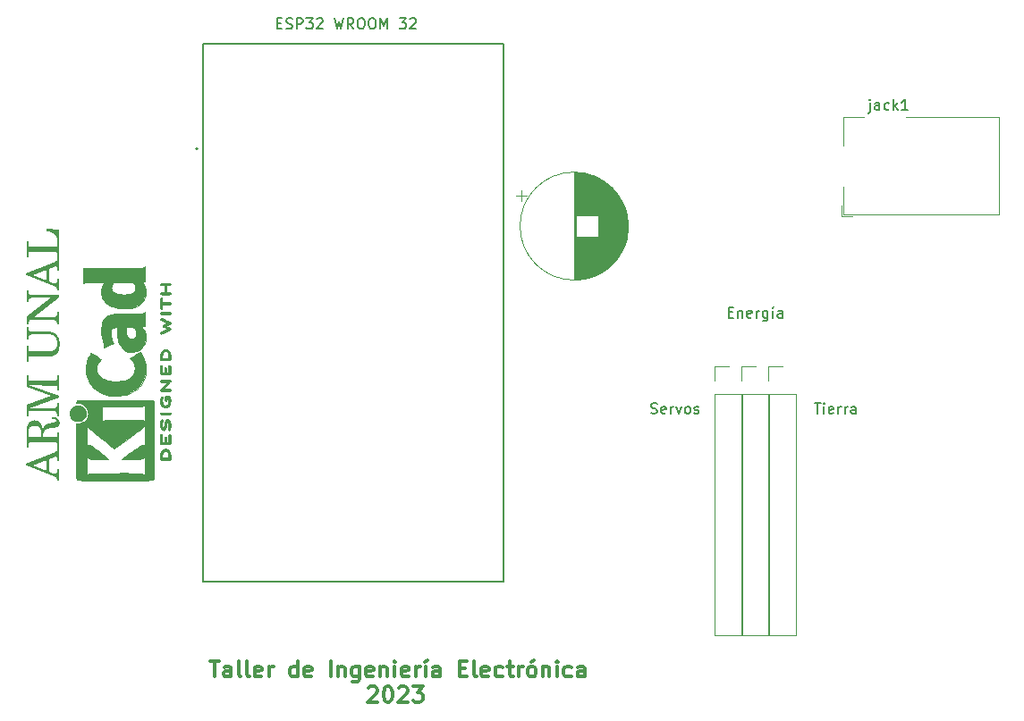
<source format=gbr>
%TF.GenerationSoftware,KiCad,Pcbnew,7.0.8*%
%TF.CreationDate,2023-11-09T16:50:50-05:00*%
%TF.ProjectId,proyecto final,70726f79-6563-4746-9f20-66696e616c2e,1.0*%
%TF.SameCoordinates,Original*%
%TF.FileFunction,Legend,Top*%
%TF.FilePolarity,Positive*%
%FSLAX46Y46*%
G04 Gerber Fmt 4.6, Leading zero omitted, Abs format (unit mm)*
G04 Created by KiCad (PCBNEW 7.0.8) date 2023-11-09 16:50:50*
%MOMM*%
%LPD*%
G01*
G04 APERTURE LIST*
%ADD10C,0.300000*%
%ADD11C,0.150000*%
%ADD12C,0.120000*%
%ADD13C,0.127000*%
%ADD14C,0.200000*%
%ADD15C,0.010000*%
G04 APERTURE END LIST*
D10*
X131840225Y-92335828D02*
X132697368Y-92335828D01*
X132268796Y-93835828D02*
X132268796Y-92335828D01*
X133840225Y-93835828D02*
X133840225Y-93050114D01*
X133840225Y-93050114D02*
X133768796Y-92907257D01*
X133768796Y-92907257D02*
X133625939Y-92835828D01*
X133625939Y-92835828D02*
X133340225Y-92835828D01*
X133340225Y-92835828D02*
X133197367Y-92907257D01*
X133840225Y-93764400D02*
X133697367Y-93835828D01*
X133697367Y-93835828D02*
X133340225Y-93835828D01*
X133340225Y-93835828D02*
X133197367Y-93764400D01*
X133197367Y-93764400D02*
X133125939Y-93621542D01*
X133125939Y-93621542D02*
X133125939Y-93478685D01*
X133125939Y-93478685D02*
X133197367Y-93335828D01*
X133197367Y-93335828D02*
X133340225Y-93264400D01*
X133340225Y-93264400D02*
X133697367Y-93264400D01*
X133697367Y-93264400D02*
X133840225Y-93192971D01*
X134768796Y-93835828D02*
X134625939Y-93764400D01*
X134625939Y-93764400D02*
X134554510Y-93621542D01*
X134554510Y-93621542D02*
X134554510Y-92335828D01*
X135554510Y-93835828D02*
X135411653Y-93764400D01*
X135411653Y-93764400D02*
X135340224Y-93621542D01*
X135340224Y-93621542D02*
X135340224Y-92335828D01*
X136697367Y-93764400D02*
X136554510Y-93835828D01*
X136554510Y-93835828D02*
X136268796Y-93835828D01*
X136268796Y-93835828D02*
X136125938Y-93764400D01*
X136125938Y-93764400D02*
X136054510Y-93621542D01*
X136054510Y-93621542D02*
X136054510Y-93050114D01*
X136054510Y-93050114D02*
X136125938Y-92907257D01*
X136125938Y-92907257D02*
X136268796Y-92835828D01*
X136268796Y-92835828D02*
X136554510Y-92835828D01*
X136554510Y-92835828D02*
X136697367Y-92907257D01*
X136697367Y-92907257D02*
X136768796Y-93050114D01*
X136768796Y-93050114D02*
X136768796Y-93192971D01*
X136768796Y-93192971D02*
X136054510Y-93335828D01*
X137411652Y-93835828D02*
X137411652Y-92835828D01*
X137411652Y-93121542D02*
X137483081Y-92978685D01*
X137483081Y-92978685D02*
X137554510Y-92907257D01*
X137554510Y-92907257D02*
X137697367Y-92835828D01*
X137697367Y-92835828D02*
X137840224Y-92835828D01*
X140125938Y-93835828D02*
X140125938Y-92335828D01*
X140125938Y-93764400D02*
X139983080Y-93835828D01*
X139983080Y-93835828D02*
X139697366Y-93835828D01*
X139697366Y-93835828D02*
X139554509Y-93764400D01*
X139554509Y-93764400D02*
X139483080Y-93692971D01*
X139483080Y-93692971D02*
X139411652Y-93550114D01*
X139411652Y-93550114D02*
X139411652Y-93121542D01*
X139411652Y-93121542D02*
X139483080Y-92978685D01*
X139483080Y-92978685D02*
X139554509Y-92907257D01*
X139554509Y-92907257D02*
X139697366Y-92835828D01*
X139697366Y-92835828D02*
X139983080Y-92835828D01*
X139983080Y-92835828D02*
X140125938Y-92907257D01*
X141411652Y-93764400D02*
X141268795Y-93835828D01*
X141268795Y-93835828D02*
X140983081Y-93835828D01*
X140983081Y-93835828D02*
X140840223Y-93764400D01*
X140840223Y-93764400D02*
X140768795Y-93621542D01*
X140768795Y-93621542D02*
X140768795Y-93050114D01*
X140768795Y-93050114D02*
X140840223Y-92907257D01*
X140840223Y-92907257D02*
X140983081Y-92835828D01*
X140983081Y-92835828D02*
X141268795Y-92835828D01*
X141268795Y-92835828D02*
X141411652Y-92907257D01*
X141411652Y-92907257D02*
X141483081Y-93050114D01*
X141483081Y-93050114D02*
X141483081Y-93192971D01*
X141483081Y-93192971D02*
X140768795Y-93335828D01*
X143268794Y-93835828D02*
X143268794Y-92335828D01*
X143983080Y-92835828D02*
X143983080Y-93835828D01*
X143983080Y-92978685D02*
X144054509Y-92907257D01*
X144054509Y-92907257D02*
X144197366Y-92835828D01*
X144197366Y-92835828D02*
X144411652Y-92835828D01*
X144411652Y-92835828D02*
X144554509Y-92907257D01*
X144554509Y-92907257D02*
X144625938Y-93050114D01*
X144625938Y-93050114D02*
X144625938Y-93835828D01*
X145983081Y-92835828D02*
X145983081Y-94050114D01*
X145983081Y-94050114D02*
X145911652Y-94192971D01*
X145911652Y-94192971D02*
X145840223Y-94264400D01*
X145840223Y-94264400D02*
X145697366Y-94335828D01*
X145697366Y-94335828D02*
X145483081Y-94335828D01*
X145483081Y-94335828D02*
X145340223Y-94264400D01*
X145983081Y-93764400D02*
X145840223Y-93835828D01*
X145840223Y-93835828D02*
X145554509Y-93835828D01*
X145554509Y-93835828D02*
X145411652Y-93764400D01*
X145411652Y-93764400D02*
X145340223Y-93692971D01*
X145340223Y-93692971D02*
X145268795Y-93550114D01*
X145268795Y-93550114D02*
X145268795Y-93121542D01*
X145268795Y-93121542D02*
X145340223Y-92978685D01*
X145340223Y-92978685D02*
X145411652Y-92907257D01*
X145411652Y-92907257D02*
X145554509Y-92835828D01*
X145554509Y-92835828D02*
X145840223Y-92835828D01*
X145840223Y-92835828D02*
X145983081Y-92907257D01*
X147268795Y-93764400D02*
X147125938Y-93835828D01*
X147125938Y-93835828D02*
X146840224Y-93835828D01*
X146840224Y-93835828D02*
X146697366Y-93764400D01*
X146697366Y-93764400D02*
X146625938Y-93621542D01*
X146625938Y-93621542D02*
X146625938Y-93050114D01*
X146625938Y-93050114D02*
X146697366Y-92907257D01*
X146697366Y-92907257D02*
X146840224Y-92835828D01*
X146840224Y-92835828D02*
X147125938Y-92835828D01*
X147125938Y-92835828D02*
X147268795Y-92907257D01*
X147268795Y-92907257D02*
X147340224Y-93050114D01*
X147340224Y-93050114D02*
X147340224Y-93192971D01*
X147340224Y-93192971D02*
X146625938Y-93335828D01*
X147983080Y-92835828D02*
X147983080Y-93835828D01*
X147983080Y-92978685D02*
X148054509Y-92907257D01*
X148054509Y-92907257D02*
X148197366Y-92835828D01*
X148197366Y-92835828D02*
X148411652Y-92835828D01*
X148411652Y-92835828D02*
X148554509Y-92907257D01*
X148554509Y-92907257D02*
X148625938Y-93050114D01*
X148625938Y-93050114D02*
X148625938Y-93835828D01*
X149340223Y-93835828D02*
X149340223Y-92835828D01*
X149340223Y-92335828D02*
X149268795Y-92407257D01*
X149268795Y-92407257D02*
X149340223Y-92478685D01*
X149340223Y-92478685D02*
X149411652Y-92407257D01*
X149411652Y-92407257D02*
X149340223Y-92335828D01*
X149340223Y-92335828D02*
X149340223Y-92478685D01*
X150625938Y-93764400D02*
X150483081Y-93835828D01*
X150483081Y-93835828D02*
X150197367Y-93835828D01*
X150197367Y-93835828D02*
X150054509Y-93764400D01*
X150054509Y-93764400D02*
X149983081Y-93621542D01*
X149983081Y-93621542D02*
X149983081Y-93050114D01*
X149983081Y-93050114D02*
X150054509Y-92907257D01*
X150054509Y-92907257D02*
X150197367Y-92835828D01*
X150197367Y-92835828D02*
X150483081Y-92835828D01*
X150483081Y-92835828D02*
X150625938Y-92907257D01*
X150625938Y-92907257D02*
X150697367Y-93050114D01*
X150697367Y-93050114D02*
X150697367Y-93192971D01*
X150697367Y-93192971D02*
X149983081Y-93335828D01*
X151340223Y-93835828D02*
X151340223Y-92835828D01*
X151340223Y-93121542D02*
X151411652Y-92978685D01*
X151411652Y-92978685D02*
X151483081Y-92907257D01*
X151483081Y-92907257D02*
X151625938Y-92835828D01*
X151625938Y-92835828D02*
X151768795Y-92835828D01*
X152268794Y-93835828D02*
X152268794Y-92835828D01*
X152411652Y-92264400D02*
X152197366Y-92478685D01*
X153625938Y-93835828D02*
X153625938Y-93050114D01*
X153625938Y-93050114D02*
X153554509Y-92907257D01*
X153554509Y-92907257D02*
X153411652Y-92835828D01*
X153411652Y-92835828D02*
X153125938Y-92835828D01*
X153125938Y-92835828D02*
X152983080Y-92907257D01*
X153625938Y-93764400D02*
X153483080Y-93835828D01*
X153483080Y-93835828D02*
X153125938Y-93835828D01*
X153125938Y-93835828D02*
X152983080Y-93764400D01*
X152983080Y-93764400D02*
X152911652Y-93621542D01*
X152911652Y-93621542D02*
X152911652Y-93478685D01*
X152911652Y-93478685D02*
X152983080Y-93335828D01*
X152983080Y-93335828D02*
X153125938Y-93264400D01*
X153125938Y-93264400D02*
X153483080Y-93264400D01*
X153483080Y-93264400D02*
X153625938Y-93192971D01*
X155483080Y-93050114D02*
X155983080Y-93050114D01*
X156197366Y-93835828D02*
X155483080Y-93835828D01*
X155483080Y-93835828D02*
X155483080Y-92335828D01*
X155483080Y-92335828D02*
X156197366Y-92335828D01*
X157054509Y-93835828D02*
X156911652Y-93764400D01*
X156911652Y-93764400D02*
X156840223Y-93621542D01*
X156840223Y-93621542D02*
X156840223Y-92335828D01*
X158197366Y-93764400D02*
X158054509Y-93835828D01*
X158054509Y-93835828D02*
X157768795Y-93835828D01*
X157768795Y-93835828D02*
X157625937Y-93764400D01*
X157625937Y-93764400D02*
X157554509Y-93621542D01*
X157554509Y-93621542D02*
X157554509Y-93050114D01*
X157554509Y-93050114D02*
X157625937Y-92907257D01*
X157625937Y-92907257D02*
X157768795Y-92835828D01*
X157768795Y-92835828D02*
X158054509Y-92835828D01*
X158054509Y-92835828D02*
X158197366Y-92907257D01*
X158197366Y-92907257D02*
X158268795Y-93050114D01*
X158268795Y-93050114D02*
X158268795Y-93192971D01*
X158268795Y-93192971D02*
X157554509Y-93335828D01*
X159554509Y-93764400D02*
X159411651Y-93835828D01*
X159411651Y-93835828D02*
X159125937Y-93835828D01*
X159125937Y-93835828D02*
X158983080Y-93764400D01*
X158983080Y-93764400D02*
X158911651Y-93692971D01*
X158911651Y-93692971D02*
X158840223Y-93550114D01*
X158840223Y-93550114D02*
X158840223Y-93121542D01*
X158840223Y-93121542D02*
X158911651Y-92978685D01*
X158911651Y-92978685D02*
X158983080Y-92907257D01*
X158983080Y-92907257D02*
X159125937Y-92835828D01*
X159125937Y-92835828D02*
X159411651Y-92835828D01*
X159411651Y-92835828D02*
X159554509Y-92907257D01*
X159983080Y-92835828D02*
X160554508Y-92835828D01*
X160197365Y-92335828D02*
X160197365Y-93621542D01*
X160197365Y-93621542D02*
X160268794Y-93764400D01*
X160268794Y-93764400D02*
X160411651Y-93835828D01*
X160411651Y-93835828D02*
X160554508Y-93835828D01*
X161054508Y-93835828D02*
X161054508Y-92835828D01*
X161054508Y-93121542D02*
X161125937Y-92978685D01*
X161125937Y-92978685D02*
X161197366Y-92907257D01*
X161197366Y-92907257D02*
X161340223Y-92835828D01*
X161340223Y-92835828D02*
X161483080Y-92835828D01*
X162197365Y-93835828D02*
X162054508Y-93764400D01*
X162054508Y-93764400D02*
X161983079Y-93692971D01*
X161983079Y-93692971D02*
X161911651Y-93550114D01*
X161911651Y-93550114D02*
X161911651Y-93121542D01*
X161911651Y-93121542D02*
X161983079Y-92978685D01*
X161983079Y-92978685D02*
X162054508Y-92907257D01*
X162054508Y-92907257D02*
X162197365Y-92835828D01*
X162197365Y-92835828D02*
X162411651Y-92835828D01*
X162411651Y-92835828D02*
X162554508Y-92907257D01*
X162554508Y-92907257D02*
X162625937Y-92978685D01*
X162625937Y-92978685D02*
X162697365Y-93121542D01*
X162697365Y-93121542D02*
X162697365Y-93550114D01*
X162697365Y-93550114D02*
X162625937Y-93692971D01*
X162625937Y-93692971D02*
X162554508Y-93764400D01*
X162554508Y-93764400D02*
X162411651Y-93835828D01*
X162411651Y-93835828D02*
X162197365Y-93835828D01*
X162483079Y-92264400D02*
X162268794Y-92478685D01*
X163340222Y-92835828D02*
X163340222Y-93835828D01*
X163340222Y-92978685D02*
X163411651Y-92907257D01*
X163411651Y-92907257D02*
X163554508Y-92835828D01*
X163554508Y-92835828D02*
X163768794Y-92835828D01*
X163768794Y-92835828D02*
X163911651Y-92907257D01*
X163911651Y-92907257D02*
X163983080Y-93050114D01*
X163983080Y-93050114D02*
X163983080Y-93835828D01*
X164697365Y-93835828D02*
X164697365Y-92835828D01*
X164697365Y-92335828D02*
X164625937Y-92407257D01*
X164625937Y-92407257D02*
X164697365Y-92478685D01*
X164697365Y-92478685D02*
X164768794Y-92407257D01*
X164768794Y-92407257D02*
X164697365Y-92335828D01*
X164697365Y-92335828D02*
X164697365Y-92478685D01*
X166054509Y-93764400D02*
X165911651Y-93835828D01*
X165911651Y-93835828D02*
X165625937Y-93835828D01*
X165625937Y-93835828D02*
X165483080Y-93764400D01*
X165483080Y-93764400D02*
X165411651Y-93692971D01*
X165411651Y-93692971D02*
X165340223Y-93550114D01*
X165340223Y-93550114D02*
X165340223Y-93121542D01*
X165340223Y-93121542D02*
X165411651Y-92978685D01*
X165411651Y-92978685D02*
X165483080Y-92907257D01*
X165483080Y-92907257D02*
X165625937Y-92835828D01*
X165625937Y-92835828D02*
X165911651Y-92835828D01*
X165911651Y-92835828D02*
X166054509Y-92907257D01*
X167340223Y-93835828D02*
X167340223Y-93050114D01*
X167340223Y-93050114D02*
X167268794Y-92907257D01*
X167268794Y-92907257D02*
X167125937Y-92835828D01*
X167125937Y-92835828D02*
X166840223Y-92835828D01*
X166840223Y-92835828D02*
X166697365Y-92907257D01*
X167340223Y-93764400D02*
X167197365Y-93835828D01*
X167197365Y-93835828D02*
X166840223Y-93835828D01*
X166840223Y-93835828D02*
X166697365Y-93764400D01*
X166697365Y-93764400D02*
X166625937Y-93621542D01*
X166625937Y-93621542D02*
X166625937Y-93478685D01*
X166625937Y-93478685D02*
X166697365Y-93335828D01*
X166697365Y-93335828D02*
X166840223Y-93264400D01*
X166840223Y-93264400D02*
X167197365Y-93264400D01*
X167197365Y-93264400D02*
X167340223Y-93192971D01*
X146840223Y-94893685D02*
X146911651Y-94822257D01*
X146911651Y-94822257D02*
X147054509Y-94750828D01*
X147054509Y-94750828D02*
X147411651Y-94750828D01*
X147411651Y-94750828D02*
X147554509Y-94822257D01*
X147554509Y-94822257D02*
X147625937Y-94893685D01*
X147625937Y-94893685D02*
X147697366Y-95036542D01*
X147697366Y-95036542D02*
X147697366Y-95179400D01*
X147697366Y-95179400D02*
X147625937Y-95393685D01*
X147625937Y-95393685D02*
X146768794Y-96250828D01*
X146768794Y-96250828D02*
X147697366Y-96250828D01*
X148625937Y-94750828D02*
X148768794Y-94750828D01*
X148768794Y-94750828D02*
X148911651Y-94822257D01*
X148911651Y-94822257D02*
X148983080Y-94893685D01*
X148983080Y-94893685D02*
X149054508Y-95036542D01*
X149054508Y-95036542D02*
X149125937Y-95322257D01*
X149125937Y-95322257D02*
X149125937Y-95679400D01*
X149125937Y-95679400D02*
X149054508Y-95965114D01*
X149054508Y-95965114D02*
X148983080Y-96107971D01*
X148983080Y-96107971D02*
X148911651Y-96179400D01*
X148911651Y-96179400D02*
X148768794Y-96250828D01*
X148768794Y-96250828D02*
X148625937Y-96250828D01*
X148625937Y-96250828D02*
X148483080Y-96179400D01*
X148483080Y-96179400D02*
X148411651Y-96107971D01*
X148411651Y-96107971D02*
X148340222Y-95965114D01*
X148340222Y-95965114D02*
X148268794Y-95679400D01*
X148268794Y-95679400D02*
X148268794Y-95322257D01*
X148268794Y-95322257D02*
X148340222Y-95036542D01*
X148340222Y-95036542D02*
X148411651Y-94893685D01*
X148411651Y-94893685D02*
X148483080Y-94822257D01*
X148483080Y-94822257D02*
X148625937Y-94750828D01*
X149697365Y-94893685D02*
X149768793Y-94822257D01*
X149768793Y-94822257D02*
X149911651Y-94750828D01*
X149911651Y-94750828D02*
X150268793Y-94750828D01*
X150268793Y-94750828D02*
X150411651Y-94822257D01*
X150411651Y-94822257D02*
X150483079Y-94893685D01*
X150483079Y-94893685D02*
X150554508Y-95036542D01*
X150554508Y-95036542D02*
X150554508Y-95179400D01*
X150554508Y-95179400D02*
X150483079Y-95393685D01*
X150483079Y-95393685D02*
X149625936Y-96250828D01*
X149625936Y-96250828D02*
X150554508Y-96250828D01*
X151054507Y-94750828D02*
X151983079Y-94750828D01*
X151983079Y-94750828D02*
X151483079Y-95322257D01*
X151483079Y-95322257D02*
X151697364Y-95322257D01*
X151697364Y-95322257D02*
X151840222Y-95393685D01*
X151840222Y-95393685D02*
X151911650Y-95465114D01*
X151911650Y-95465114D02*
X151983079Y-95607971D01*
X151983079Y-95607971D02*
X151983079Y-95965114D01*
X151983079Y-95965114D02*
X151911650Y-96107971D01*
X151911650Y-96107971D02*
X151840222Y-96179400D01*
X151840222Y-96179400D02*
X151697364Y-96250828D01*
X151697364Y-96250828D02*
X151268793Y-96250828D01*
X151268793Y-96250828D02*
X151125936Y-96179400D01*
X151125936Y-96179400D02*
X151054507Y-96107971D01*
G36*
X117565000Y-73400464D02*
G01*
X117377421Y-73400464D01*
X117377421Y-73280296D01*
X117377086Y-73246784D01*
X117376081Y-73215218D01*
X117374407Y-73185596D01*
X117371133Y-73149126D01*
X117366668Y-73116113D01*
X117361012Y-73086557D01*
X117352268Y-73054475D01*
X117339319Y-73023108D01*
X117321436Y-72999747D01*
X117295607Y-72985321D01*
X117271908Y-72982076D01*
X117242617Y-72984813D01*
X117213245Y-72992306D01*
X117206695Y-72994532D01*
X116580212Y-73242194D01*
X116580212Y-74413827D01*
X116932655Y-74550115D01*
X116967585Y-74562823D01*
X117000570Y-74573837D01*
X117031607Y-74583156D01*
X117060699Y-74590781D01*
X117094327Y-74597929D01*
X117124913Y-74602430D01*
X117157602Y-74604337D01*
X117190051Y-74601323D01*
X117220903Y-74592281D01*
X117250158Y-74577211D01*
X117277816Y-74556114D01*
X117299644Y-74533928D01*
X117312208Y-74518607D01*
X117330995Y-74489531D01*
X117346598Y-74456340D01*
X117356787Y-74426824D01*
X117364939Y-74394676D01*
X117371053Y-74359894D01*
X117375128Y-74322479D01*
X117376848Y-74292690D01*
X117377421Y-74261420D01*
X117377421Y-74134658D01*
X117565000Y-74134658D01*
X117565000Y-75285774D01*
X117377421Y-75285774D01*
X117376790Y-75250479D01*
X117374897Y-75216858D01*
X117371741Y-75184911D01*
X117367323Y-75154639D01*
X117359469Y-75116880D01*
X117349371Y-75082098D01*
X117337029Y-75050293D01*
X117322443Y-75021465D01*
X117305614Y-74995614D01*
X117285349Y-74971468D01*
X117260826Y-74947757D01*
X117232043Y-74924482D01*
X117207661Y-74907311D01*
X117180884Y-74890384D01*
X117151711Y-74873702D01*
X117120142Y-74857265D01*
X117086177Y-74841073D01*
X117049817Y-74825125D01*
X117024246Y-74814630D01*
X114532970Y-73818119D01*
X115082515Y-73818119D01*
X116392634Y-74329563D01*
X116392634Y-73319863D01*
X115082515Y-73818119D01*
X114532970Y-73818119D01*
X114423060Y-73774155D01*
X114423060Y-73604162D01*
X117224281Y-72503604D01*
X117251649Y-72491211D01*
X117283952Y-72471181D01*
X117311469Y-72447144D01*
X117334201Y-72419100D01*
X117352147Y-72387049D01*
X117365307Y-72350991D01*
X117372037Y-72321318D01*
X117376075Y-72289390D01*
X117377421Y-72255209D01*
X117377421Y-72137240D01*
X117565000Y-72137240D01*
X117565000Y-73400464D01*
G37*
G36*
X116907742Y-69205720D02*
G01*
X116952438Y-69209674D01*
X116995669Y-69214524D01*
X117037435Y-69220270D01*
X117077735Y-69226912D01*
X117116570Y-69234450D01*
X117153939Y-69242883D01*
X117189842Y-69252213D01*
X117224281Y-69262438D01*
X117257254Y-69273559D01*
X117288761Y-69285576D01*
X117318803Y-69298489D01*
X117347379Y-69312298D01*
X117374490Y-69327002D01*
X117400136Y-69342603D01*
X117447030Y-69376492D01*
X117488063Y-69413964D01*
X117523234Y-69455019D01*
X117552543Y-69499659D01*
X117575990Y-69547881D01*
X117593576Y-69599688D01*
X117605300Y-69655077D01*
X117611161Y-69714050D01*
X117611894Y-69744881D01*
X117610623Y-69783624D01*
X117606811Y-69821085D01*
X117600457Y-69857263D01*
X117591561Y-69892159D01*
X117580123Y-69925773D01*
X117566144Y-69958105D01*
X117549624Y-69989154D01*
X117530561Y-70018921D01*
X117508889Y-70047131D01*
X117484903Y-70073510D01*
X117458605Y-70098056D01*
X117429994Y-70120771D01*
X117399071Y-70141653D01*
X117365835Y-70160704D01*
X117339390Y-70173790D01*
X117311644Y-70185846D01*
X117292424Y-70193311D01*
X117257952Y-70204462D01*
X117224599Y-70213036D01*
X117184819Y-70221790D01*
X117154729Y-70227726D01*
X117121782Y-70233742D01*
X117085978Y-70239839D01*
X117047318Y-70246016D01*
X117005802Y-70252272D01*
X116961429Y-70258609D01*
X116914199Y-70265027D01*
X116864113Y-70271524D01*
X116811171Y-70278101D01*
X116755372Y-70284759D01*
X116696716Y-70291496D01*
X116663185Y-70295386D01*
X116630919Y-70299545D01*
X116599919Y-70303973D01*
X116570183Y-70308670D01*
X116527952Y-70316220D01*
X116488567Y-70324375D01*
X116452028Y-70333135D01*
X116418337Y-70342501D01*
X116387491Y-70352472D01*
X116359492Y-70363049D01*
X116326588Y-70378093D01*
X116312034Y-70386018D01*
X116284705Y-70403100D01*
X116258773Y-70422472D01*
X116234239Y-70444133D01*
X116211100Y-70468084D01*
X116189359Y-70494325D01*
X116169014Y-70522855D01*
X116150066Y-70553676D01*
X116132515Y-70586786D01*
X116116544Y-70621728D01*
X116105963Y-70649076D01*
X116096580Y-70677404D01*
X116088395Y-70706710D01*
X116081407Y-70736995D01*
X116075618Y-70768259D01*
X116071026Y-70800502D01*
X116067632Y-70833724D01*
X116065436Y-70867925D01*
X116064438Y-70903104D01*
X116064371Y-70915048D01*
X116064371Y-71140729D01*
X117252857Y-71140729D01*
X117283220Y-71138851D01*
X117313831Y-71131223D01*
X117339797Y-71114325D01*
X117342983Y-71110687D01*
X117359630Y-71082138D01*
X117368811Y-71054084D01*
X117374697Y-71020910D01*
X117377118Y-70988401D01*
X117377421Y-70970736D01*
X117377421Y-70654930D01*
X117565000Y-70654930D01*
X117565000Y-72117456D01*
X117377421Y-72117456D01*
X117377421Y-71795055D01*
X117376262Y-71763061D01*
X117371979Y-71730293D01*
X117363221Y-71698855D01*
X117348441Y-71671150D01*
X117344448Y-71666095D01*
X117321021Y-71645230D01*
X117292871Y-71632092D01*
X117263498Y-71626876D01*
X117252857Y-71626528D01*
X114792355Y-71626528D01*
X114760481Y-71629047D01*
X114729878Y-71637902D01*
X114702401Y-71655218D01*
X114691238Y-71666828D01*
X114674945Y-71692968D01*
X114664939Y-71722723D01*
X114659639Y-71753794D01*
X114657664Y-71784165D01*
X114657533Y-71795055D01*
X114657533Y-72117456D01*
X114469954Y-72117456D01*
X114469954Y-70805872D01*
X114657533Y-70805872D01*
X114657790Y-70848475D01*
X114658563Y-70887806D01*
X114659851Y-70923865D01*
X114661654Y-70956654D01*
X114663973Y-70986170D01*
X114667865Y-71020437D01*
X114674019Y-71055091D01*
X114683293Y-71084681D01*
X114686842Y-71091636D01*
X114706574Y-71115367D01*
X114732798Y-71131332D01*
X114761557Y-71139003D01*
X114786493Y-71140729D01*
X115876793Y-71140729D01*
X115876793Y-70803674D01*
X115876272Y-70759870D01*
X115874709Y-70717303D01*
X115872105Y-70675973D01*
X115868458Y-70635879D01*
X115863770Y-70597021D01*
X115858040Y-70559400D01*
X115851268Y-70523016D01*
X115843454Y-70487868D01*
X115834598Y-70453956D01*
X115824701Y-70421281D01*
X115813761Y-70389842D01*
X115801780Y-70359640D01*
X115788757Y-70330674D01*
X115774692Y-70302945D01*
X115759585Y-70276453D01*
X115743436Y-70251196D01*
X115725948Y-70227328D01*
X115706823Y-70205000D01*
X115686060Y-70184212D01*
X115663661Y-70164963D01*
X115639624Y-70147255D01*
X115613949Y-70131086D01*
X115586638Y-70116457D01*
X115557690Y-70103368D01*
X115527104Y-70091819D01*
X115494881Y-70081810D01*
X115461021Y-70073341D01*
X115425524Y-70066411D01*
X115388389Y-70061022D01*
X115349618Y-70057172D01*
X115309209Y-70054862D01*
X115267163Y-70054092D01*
X115237708Y-70054381D01*
X115195038Y-70055899D01*
X115154185Y-70058718D01*
X115115148Y-70062837D01*
X115077927Y-70068257D01*
X115042522Y-70074979D01*
X115008933Y-70083001D01*
X114977160Y-70092324D01*
X114947204Y-70102948D01*
X114919063Y-70114872D01*
X114892739Y-70128098D01*
X114860189Y-70147309D01*
X114830319Y-70167940D01*
X114803128Y-70189991D01*
X114778616Y-70213461D01*
X114756783Y-70238351D01*
X114737629Y-70264660D01*
X114721154Y-70292389D01*
X114707358Y-70321538D01*
X114695680Y-70355232D01*
X114687944Y-70385537D01*
X114681083Y-70420156D01*
X114675098Y-70459090D01*
X114669989Y-70502339D01*
X114667070Y-70533569D01*
X114664539Y-70566716D01*
X114662398Y-70601781D01*
X114660647Y-70638764D01*
X114659284Y-70677664D01*
X114658311Y-70718482D01*
X114657727Y-70761218D01*
X114657533Y-70805872D01*
X114469954Y-70805872D01*
X114469954Y-70519375D01*
X114470793Y-70462016D01*
X114473309Y-70406260D01*
X114477502Y-70352107D01*
X114483372Y-70299556D01*
X114490920Y-70248609D01*
X114500145Y-70199264D01*
X114511047Y-70151522D01*
X114523627Y-70105383D01*
X114537883Y-70060847D01*
X114553817Y-70017914D01*
X114571428Y-69976583D01*
X114590717Y-69936856D01*
X114611683Y-69898731D01*
X114634326Y-69862209D01*
X114658646Y-69827290D01*
X114684644Y-69793974D01*
X114711918Y-69762475D01*
X114740251Y-69733008D01*
X114769643Y-69705574D01*
X114800094Y-69680172D01*
X114831604Y-69656802D01*
X114864174Y-69635464D01*
X114897802Y-69616158D01*
X114932489Y-69598885D01*
X114968235Y-69583643D01*
X115005041Y-69570434D01*
X115042905Y-69559257D01*
X115081828Y-69550112D01*
X115121811Y-69543000D01*
X115162852Y-69537919D01*
X115204952Y-69534871D01*
X115248112Y-69533855D01*
X115286743Y-69534770D01*
X115324602Y-69537513D01*
X115361688Y-69542085D01*
X115398001Y-69548487D01*
X115433541Y-69556717D01*
X115468308Y-69566776D01*
X115502303Y-69578665D01*
X115535525Y-69592382D01*
X115567974Y-69607928D01*
X115599650Y-69625303D01*
X115620338Y-69637903D01*
X115650383Y-69658066D01*
X115679242Y-69679814D01*
X115706917Y-69703146D01*
X115733407Y-69728062D01*
X115758712Y-69754563D01*
X115782832Y-69782648D01*
X115805767Y-69812317D01*
X115827517Y-69843570D01*
X115848082Y-69876408D01*
X115867462Y-69910830D01*
X115879724Y-69934658D01*
X115897129Y-69971582D01*
X115913349Y-70010091D01*
X115928384Y-70050185D01*
X115942235Y-70091862D01*
X115950810Y-70120527D01*
X115958859Y-70149897D01*
X115966380Y-70179970D01*
X115973376Y-70210747D01*
X115979844Y-70242229D01*
X115985786Y-70274415D01*
X115991202Y-70307304D01*
X115996090Y-70340898D01*
X116000452Y-70375196D01*
X116004288Y-70410198D01*
X116013770Y-70377498D01*
X116023805Y-70345893D01*
X116034395Y-70315382D01*
X116045538Y-70285967D01*
X116057235Y-70257646D01*
X116069486Y-70230419D01*
X116086682Y-70195821D01*
X116104863Y-70163169D01*
X116124029Y-70132463D01*
X116133981Y-70117840D01*
X116154692Y-70089801D01*
X116176891Y-70063206D01*
X116200579Y-70038052D01*
X116225755Y-70014342D01*
X116252419Y-69992074D01*
X116280572Y-69971248D01*
X116310213Y-69951865D01*
X116341343Y-69933925D01*
X116377235Y-69916419D01*
X116409429Y-69902915D01*
X116446143Y-69889088D01*
X116487378Y-69874939D01*
X116517380Y-69865328D01*
X116549391Y-69855574D01*
X116583412Y-69845676D01*
X116619441Y-69835635D01*
X116657480Y-69825452D01*
X116697528Y-69815125D01*
X116739586Y-69804655D01*
X116783653Y-69794042D01*
X116829729Y-69783285D01*
X116853520Y-69777854D01*
X116886650Y-69770131D01*
X116918630Y-69762352D01*
X116949459Y-69754515D01*
X116979137Y-69746621D01*
X117007665Y-69738670D01*
X117048299Y-69726636D01*
X117086345Y-69714473D01*
X117121801Y-69702181D01*
X117154669Y-69689760D01*
X117184947Y-69677211D01*
X117212637Y-69664533D01*
X117245530Y-69647428D01*
X117274415Y-69629817D01*
X117300562Y-69609205D01*
X117320483Y-69585563D01*
X117330443Y-69555882D01*
X117330526Y-69552906D01*
X117321224Y-69521765D01*
X117300387Y-69496852D01*
X117276946Y-69478168D01*
X117246806Y-69459483D01*
X117235272Y-69453255D01*
X117201032Y-69438579D01*
X117167201Y-69428126D01*
X117138071Y-69421038D01*
X117105720Y-69414593D01*
X117070150Y-69408793D01*
X117031360Y-69403637D01*
X116989350Y-69399125D01*
X116959554Y-69396474D01*
X116928327Y-69394110D01*
X116895669Y-69392032D01*
X116861580Y-69390240D01*
X116861580Y-69202662D01*
X116907742Y-69205720D01*
G37*
G36*
X114469954Y-69123527D02*
G01*
X114469954Y-68068398D01*
X116831538Y-67175935D01*
X114469954Y-66353813D01*
X114469954Y-65274504D01*
X114657533Y-65274504D01*
X114657533Y-65551475D01*
X114658059Y-65581460D01*
X114660199Y-65615173D01*
X114663984Y-65644701D01*
X114670699Y-65674608D01*
X114681528Y-65701882D01*
X114691238Y-65716339D01*
X114714074Y-65735112D01*
X114741575Y-65746641D01*
X114771197Y-65752747D01*
X114800718Y-65755022D01*
X114811406Y-65755174D01*
X117249193Y-65755174D01*
X117280962Y-65751407D01*
X117308673Y-65740104D01*
X117332327Y-65721267D01*
X117343715Y-65707547D01*
X117358462Y-65678650D01*
X117366756Y-65650305D01*
X117372681Y-65616242D01*
X117375808Y-65583487D01*
X117377289Y-65546761D01*
X117377421Y-65530959D01*
X117377421Y-65274504D01*
X117565000Y-65274504D01*
X117565000Y-66715048D01*
X117377421Y-66715048D01*
X117377421Y-66431482D01*
X117376544Y-66400610D01*
X117373178Y-66367294D01*
X117367288Y-66338047D01*
X117357225Y-66309071D01*
X117341517Y-66282739D01*
X117319460Y-66260424D01*
X117291554Y-66244195D01*
X117260069Y-66236982D01*
X117249926Y-66236577D01*
X114648007Y-66213129D01*
X117565000Y-67203778D01*
X117565000Y-67377435D01*
X114789424Y-68421573D01*
X116887226Y-68421573D01*
X116922482Y-68421167D01*
X116955988Y-68419950D01*
X116987741Y-68417922D01*
X117017743Y-68415082D01*
X117055020Y-68410033D01*
X117089184Y-68403541D01*
X117120233Y-68395607D01*
X117148169Y-68386230D01*
X117172990Y-68375411D01*
X117201014Y-68359809D01*
X117226928Y-68342310D01*
X117250731Y-68322915D01*
X117272423Y-68301623D01*
X117292004Y-68278436D01*
X117309475Y-68253352D01*
X117315872Y-68242787D01*
X117330355Y-68212280D01*
X117340704Y-68182850D01*
X117349955Y-68148956D01*
X117358107Y-68110596D01*
X117363499Y-68078897D01*
X117368273Y-68044685D01*
X117372429Y-68007962D01*
X117375967Y-67968728D01*
X117378886Y-67926981D01*
X117565000Y-67926981D01*
X117565000Y-69123527D01*
X117378886Y-69123527D01*
X117376110Y-69087400D01*
X117372727Y-69052842D01*
X117368737Y-69019852D01*
X117364140Y-68988430D01*
X117358937Y-68958577D01*
X117349994Y-68916739D01*
X117339685Y-68878429D01*
X117328012Y-68843649D01*
X117314973Y-68812398D01*
X117300569Y-68784676D01*
X117279240Y-68753203D01*
X117261650Y-68733715D01*
X117234825Y-68711562D01*
X117203077Y-68692362D01*
X117176036Y-68679901D01*
X117146225Y-68669101D01*
X117113645Y-68659962D01*
X117078296Y-68652486D01*
X117040178Y-68646670D01*
X116999290Y-68642517D01*
X116955633Y-68640024D01*
X116924990Y-68639286D01*
X116909207Y-68639193D01*
X114785760Y-68639193D01*
X114754390Y-68641666D01*
X114724682Y-68650360D01*
X114698608Y-68667362D01*
X114688307Y-68678761D01*
X114673431Y-68707567D01*
X114665226Y-68739028D01*
X114660538Y-68772301D01*
X114658284Y-68804476D01*
X114657533Y-68840694D01*
X114657533Y-69123527D01*
X114469954Y-69123527D01*
G37*
G36*
X114469954Y-63953394D02*
G01*
X114469954Y-62498928D01*
X114657533Y-62498928D01*
X114657533Y-62804476D01*
X114658302Y-62835592D01*
X114661256Y-62868634D01*
X114667502Y-62901256D01*
X114678332Y-62930726D01*
X114689040Y-62947358D01*
X114712095Y-62967451D01*
X114741877Y-62980102D01*
X114774431Y-62985125D01*
X114786493Y-62985460D01*
X116533318Y-62985460D01*
X116566505Y-62985280D01*
X116598656Y-62984739D01*
X116629772Y-62983837D01*
X116659851Y-62982575D01*
X116703027Y-62980005D01*
X116743871Y-62976624D01*
X116782385Y-62972432D01*
X116818567Y-62967428D01*
X116852417Y-62961613D01*
X116883937Y-62954986D01*
X116913125Y-62947548D01*
X116939982Y-62939298D01*
X116976518Y-62925667D01*
X117011664Y-62910052D01*
X117045418Y-62892454D01*
X117077781Y-62872872D01*
X117108753Y-62851306D01*
X117138334Y-62827757D01*
X117166524Y-62802225D01*
X117193323Y-62774709D01*
X117218731Y-62745210D01*
X117242748Y-62713727D01*
X117257986Y-62691636D01*
X117279331Y-62656841D01*
X117298575Y-62620049D01*
X117315721Y-62581261D01*
X117330767Y-62540476D01*
X117339631Y-62512178D01*
X117347562Y-62482991D01*
X117354560Y-62452918D01*
X117360625Y-62421957D01*
X117365757Y-62390110D01*
X117369956Y-62357374D01*
X117373222Y-62323752D01*
X117375555Y-62289242D01*
X117376954Y-62253845D01*
X117377421Y-62217561D01*
X117376594Y-62167492D01*
X117374112Y-62118951D01*
X117369976Y-62071939D01*
X117364186Y-62026456D01*
X117356741Y-61982501D01*
X117347642Y-61940074D01*
X117336889Y-61899176D01*
X117324481Y-61859806D01*
X117310419Y-61821964D01*
X117294703Y-61785651D01*
X117277332Y-61750867D01*
X117258307Y-61717611D01*
X117237627Y-61685883D01*
X117215293Y-61655684D01*
X117191305Y-61627013D01*
X117165662Y-61599870D01*
X117138629Y-61574228D01*
X117110467Y-61550239D01*
X117081178Y-61527906D01*
X117050761Y-61507226D01*
X117019217Y-61488201D01*
X116986545Y-61470830D01*
X116952745Y-61455114D01*
X116917817Y-61441051D01*
X116881762Y-61428644D01*
X116844579Y-61417890D01*
X116806268Y-61408791D01*
X116766829Y-61401347D01*
X116726263Y-61395556D01*
X116684569Y-61391421D01*
X116641747Y-61388939D01*
X116597798Y-61388112D01*
X115177770Y-61388112D01*
X115143829Y-61388331D01*
X115111524Y-61388988D01*
X115080854Y-61390082D01*
X115042506Y-61392223D01*
X115007066Y-61395143D01*
X114974534Y-61398841D01*
X114944910Y-61403317D01*
X114911970Y-61410008D01*
X114900066Y-61413025D01*
X114866664Y-61422813D01*
X114836250Y-61434045D01*
X114808824Y-61446719D01*
X114780604Y-61463328D01*
X114756451Y-61481901D01*
X114732821Y-61505486D01*
X114714849Y-61528752D01*
X114699401Y-61554473D01*
X114686478Y-61582648D01*
X114681713Y-61595474D01*
X114673495Y-61625905D01*
X114667946Y-61657876D01*
X114664357Y-61687781D01*
X114661523Y-61721532D01*
X114659445Y-61759130D01*
X114658383Y-61789853D01*
X114657745Y-61822740D01*
X114657533Y-61857791D01*
X114469954Y-61857791D01*
X114469954Y-60659047D01*
X114657533Y-60659047D01*
X114657533Y-60764560D01*
X114658383Y-60798200D01*
X114660933Y-60830153D01*
X114665183Y-60860419D01*
X114673495Y-60898149D01*
X114684830Y-60932879D01*
X114699187Y-60964610D01*
X114716566Y-60993341D01*
X114736968Y-61019072D01*
X114754253Y-61036402D01*
X114779887Y-61057010D01*
X114808429Y-61074870D01*
X114839879Y-61089983D01*
X114874237Y-61102348D01*
X114911503Y-61111965D01*
X114941361Y-61117374D01*
X114972855Y-61121238D01*
X115005984Y-61123557D01*
X115040750Y-61124330D01*
X116540645Y-61124330D01*
X116571742Y-61124611D01*
X116602383Y-61125454D01*
X116632570Y-61126860D01*
X116662301Y-61128829D01*
X116691577Y-61131360D01*
X116748764Y-61138109D01*
X116804131Y-61147108D01*
X116857677Y-61158356D01*
X116909404Y-61171855D01*
X116959309Y-61187603D01*
X117007395Y-61205600D01*
X117053659Y-61225848D01*
X117098104Y-61248345D01*
X117140728Y-61273091D01*
X117181532Y-61300088D01*
X117220515Y-61329334D01*
X117257679Y-61360830D01*
X117293021Y-61394575D01*
X117310010Y-61412292D01*
X117346566Y-61453325D01*
X117380764Y-61496006D01*
X117412603Y-61540336D01*
X117442084Y-61586315D01*
X117469207Y-61633942D01*
X117493971Y-61683218D01*
X117516376Y-61734143D01*
X117536423Y-61786716D01*
X117554112Y-61840938D01*
X117569442Y-61896809D01*
X117576222Y-61925362D01*
X117582413Y-61954328D01*
X117588015Y-61983706D01*
X117593026Y-62013496D01*
X117597448Y-62043698D01*
X117601281Y-62074312D01*
X117604524Y-62105339D01*
X117607177Y-62136777D01*
X117609241Y-62168628D01*
X117610715Y-62200891D01*
X117611599Y-62233566D01*
X117611894Y-62266653D01*
X117611379Y-62323325D01*
X117609833Y-62378486D01*
X117607257Y-62432136D01*
X117603651Y-62484274D01*
X117599014Y-62534901D01*
X117593347Y-62584016D01*
X117586649Y-62631621D01*
X117578921Y-62677714D01*
X117570163Y-62722296D01*
X117560374Y-62765367D01*
X117549555Y-62806926D01*
X117537705Y-62846974D01*
X117524825Y-62885511D01*
X117510915Y-62922537D01*
X117495974Y-62958051D01*
X117480003Y-62992055D01*
X117463062Y-63024647D01*
X117445210Y-63056111D01*
X117426448Y-63086448D01*
X117406776Y-63115657D01*
X117386194Y-63143738D01*
X117364701Y-63170692D01*
X117342299Y-63196517D01*
X117318986Y-63221215D01*
X117294763Y-63244786D01*
X117269630Y-63267229D01*
X117243586Y-63288544D01*
X117216633Y-63308731D01*
X117188769Y-63327790D01*
X117159995Y-63345722D01*
X117130311Y-63362526D01*
X117099717Y-63378203D01*
X117063440Y-63394440D01*
X117025502Y-63409080D01*
X116985903Y-63422123D01*
X116944642Y-63433569D01*
X116901719Y-63443418D01*
X116872181Y-63449097D01*
X116841904Y-63454066D01*
X116810889Y-63458325D01*
X116779136Y-63461874D01*
X116746644Y-63464713D01*
X116713414Y-63466843D01*
X116679445Y-63468262D01*
X116644738Y-63468972D01*
X116627107Y-63469061D01*
X114785027Y-63469061D01*
X114753671Y-63472307D01*
X114723589Y-63483527D01*
X114698516Y-63502761D01*
X114691971Y-63510094D01*
X114675323Y-63536884D01*
X114665100Y-63566926D01*
X114659685Y-63598021D01*
X114657667Y-63628246D01*
X114657533Y-63639054D01*
X114657533Y-63953394D01*
X114469954Y-63953394D01*
G37*
G36*
X114469954Y-60471468D02*
G01*
X114469954Y-59708698D01*
X116822013Y-57905453D01*
X115144797Y-57905453D01*
X115113539Y-57905894D01*
X115083328Y-57907216D01*
X115039976Y-57910853D01*
X114998981Y-57916473D01*
X114960343Y-57924076D01*
X114924063Y-57933663D01*
X114890139Y-57945234D01*
X114858572Y-57958788D01*
X114829362Y-57974325D01*
X114802510Y-57991846D01*
X114778014Y-58011351D01*
X114770373Y-58018293D01*
X114744876Y-58045931D01*
X114722608Y-58077553D01*
X114708026Y-58103884D01*
X114695260Y-58132456D01*
X114684309Y-58163269D01*
X114675175Y-58196323D01*
X114667857Y-58231619D01*
X114662355Y-58269155D01*
X114658670Y-58308933D01*
X114656800Y-58350952D01*
X114469954Y-58350952D01*
X114469954Y-57238670D01*
X114657533Y-57238670D01*
X114657906Y-57271540D01*
X114659027Y-57302555D01*
X114661683Y-57341023D01*
X114665667Y-57376194D01*
X114670979Y-57408068D01*
X114677620Y-57436644D01*
X114687788Y-57467728D01*
X114700031Y-57493660D01*
X114718269Y-57520819D01*
X114741659Y-57546794D01*
X114765086Y-57567534D01*
X114792091Y-57587452D01*
X114822674Y-57606546D01*
X114849716Y-57621230D01*
X114856835Y-57624818D01*
X114885766Y-57638042D01*
X114915407Y-57649502D01*
X114945758Y-57659199D01*
X114976819Y-57667133D01*
X115008590Y-57673304D01*
X115041070Y-57677712D01*
X115074261Y-57680357D01*
X115108161Y-57681238D01*
X117565000Y-57681238D01*
X117565000Y-57910582D01*
X115154323Y-59777575D01*
X116907009Y-59777575D01*
X116950316Y-59776531D01*
X116991485Y-59773401D01*
X117030516Y-59768185D01*
X117067408Y-59760882D01*
X117102163Y-59751493D01*
X117134779Y-59740016D01*
X117165257Y-59726454D01*
X117193598Y-59710805D01*
X117219800Y-59693069D01*
X117243864Y-59673247D01*
X117258719Y-59658872D01*
X117279192Y-59635087D01*
X117297745Y-59608520D01*
X117314380Y-59579171D01*
X117329095Y-59547040D01*
X117341892Y-59512126D01*
X117352769Y-59474431D01*
X117361727Y-59433953D01*
X117368766Y-59390694D01*
X117372392Y-59360309D01*
X117375166Y-59328687D01*
X117377086Y-59295828D01*
X117378154Y-59261734D01*
X117565000Y-59261734D01*
X117565000Y-60471468D01*
X117378154Y-60471468D01*
X117375586Y-60429027D01*
X117370907Y-60388530D01*
X117364115Y-60349978D01*
X117355210Y-60313371D01*
X117344193Y-60278709D01*
X117331064Y-60245991D01*
X117315823Y-60215219D01*
X117298469Y-60186391D01*
X117279004Y-60159509D01*
X117257425Y-60134571D01*
X117241866Y-60119026D01*
X117217315Y-60097289D01*
X117191746Y-60077690D01*
X117165159Y-60060229D01*
X117137555Y-60044906D01*
X117108934Y-60031721D01*
X117079295Y-60020674D01*
X117048638Y-60011766D01*
X117016964Y-60004995D01*
X116984273Y-60000363D01*
X116950564Y-59997868D01*
X116927526Y-59997393D01*
X114868558Y-59997393D01*
X114818000Y-60028168D01*
X114790752Y-60051787D01*
X114766526Y-60073551D01*
X114740494Y-60098148D01*
X114719185Y-60119847D01*
X114699848Y-60142061D01*
X114684644Y-60165188D01*
X114672783Y-60194818D01*
X114665184Y-60224275D01*
X114660180Y-60257028D01*
X114657956Y-60287725D01*
X114657533Y-60309535D01*
X114657533Y-60471468D01*
X114469954Y-60471468D01*
G37*
G36*
X117565000Y-55369480D02*
G01*
X117377421Y-55369480D01*
X117377421Y-55249312D01*
X117377086Y-55215801D01*
X117376081Y-55184234D01*
X117374407Y-55154612D01*
X117371133Y-55118142D01*
X117366668Y-55085129D01*
X117361012Y-55055573D01*
X117352268Y-55023491D01*
X117339319Y-54992124D01*
X117321436Y-54968763D01*
X117295607Y-54954337D01*
X117271908Y-54951092D01*
X117242617Y-54953829D01*
X117213245Y-54961322D01*
X117206695Y-54963548D01*
X116580212Y-55211210D01*
X116580212Y-56382843D01*
X116932655Y-56519131D01*
X116967585Y-56531839D01*
X117000570Y-56542853D01*
X117031607Y-56552172D01*
X117060699Y-56559797D01*
X117094327Y-56566946D01*
X117124913Y-56571446D01*
X117157602Y-56573353D01*
X117190051Y-56570339D01*
X117220903Y-56561297D01*
X117250158Y-56546227D01*
X117277816Y-56525130D01*
X117299644Y-56502944D01*
X117312208Y-56487623D01*
X117330995Y-56458547D01*
X117346598Y-56425356D01*
X117356787Y-56395841D01*
X117364939Y-56363692D01*
X117371053Y-56328910D01*
X117375128Y-56291495D01*
X117376848Y-56261706D01*
X117377421Y-56230436D01*
X117377421Y-56103674D01*
X117565000Y-56103674D01*
X117565000Y-57254790D01*
X117377421Y-57254790D01*
X117376790Y-57219495D01*
X117374897Y-57185874D01*
X117371741Y-57153927D01*
X117367323Y-57123655D01*
X117359469Y-57085896D01*
X117349371Y-57051115D01*
X117337029Y-57019310D01*
X117322443Y-56990481D01*
X117305614Y-56964630D01*
X117285349Y-56940484D01*
X117260826Y-56916773D01*
X117232043Y-56893498D01*
X117207661Y-56876327D01*
X117180884Y-56859400D01*
X117151711Y-56842718D01*
X117120142Y-56826281D01*
X117086177Y-56810089D01*
X117049817Y-56794141D01*
X117024246Y-56783646D01*
X114532970Y-55787135D01*
X115082515Y-55787135D01*
X116392634Y-56298579D01*
X116392634Y-55288879D01*
X115082515Y-55787135D01*
X114532970Y-55787135D01*
X114423060Y-55743171D01*
X114423060Y-55573178D01*
X117224281Y-54472620D01*
X117251649Y-54460227D01*
X117283952Y-54440197D01*
X117311469Y-54416160D01*
X117334201Y-54388116D01*
X117352147Y-54356065D01*
X117365307Y-54320007D01*
X117372037Y-54290334D01*
X117376075Y-54258406D01*
X117377421Y-54224225D01*
X117377421Y-54106256D01*
X117565000Y-54106256D01*
X117565000Y-55369480D01*
G37*
G36*
X114469954Y-54061559D02*
G01*
X114469954Y-52602697D01*
X114657533Y-52602697D01*
X114657533Y-52963932D01*
X114659731Y-52996676D01*
X114667459Y-53027710D01*
X114682571Y-53054987D01*
X114692704Y-53065781D01*
X114719408Y-53082396D01*
X114747572Y-53091258D01*
X114777175Y-53095781D01*
X114811406Y-53097288D01*
X117240401Y-53097288D01*
X117271566Y-53095360D01*
X117301860Y-53088433D01*
X117329153Y-53074620D01*
X117347379Y-53056988D01*
X117360522Y-53030381D01*
X117368942Y-52997107D01*
X117373196Y-52967630D01*
X117375983Y-52933394D01*
X117377157Y-52902579D01*
X117377421Y-52877470D01*
X117377421Y-52448824D01*
X117376585Y-52407716D01*
X117374078Y-52367559D01*
X117369899Y-52328353D01*
X117364049Y-52290096D01*
X117356527Y-52252790D01*
X117347333Y-52216434D01*
X117336468Y-52181029D01*
X117323932Y-52146573D01*
X117309724Y-52113068D01*
X117293844Y-52080513D01*
X117276293Y-52048908D01*
X117257070Y-52018254D01*
X117236176Y-51988550D01*
X117213610Y-51959796D01*
X117189373Y-51931992D01*
X117163464Y-51905139D01*
X117135380Y-51879190D01*
X117104617Y-51854100D01*
X117071175Y-51829868D01*
X117035054Y-51806495D01*
X116996253Y-51783981D01*
X116954774Y-51762326D01*
X116910616Y-51741529D01*
X116863778Y-51721591D01*
X116814262Y-51702511D01*
X116762066Y-51684290D01*
X116707192Y-51666928D01*
X116678750Y-51658569D01*
X116649638Y-51650424D01*
X116619857Y-51642495D01*
X116589406Y-51634779D01*
X116558285Y-51627279D01*
X116526494Y-51619993D01*
X116494034Y-51612922D01*
X116460904Y-51606066D01*
X116427104Y-51599424D01*
X116392634Y-51592997D01*
X116392634Y-51403953D01*
X117565000Y-51477226D01*
X117565000Y-54061559D01*
X117377421Y-54061559D01*
X117377421Y-53788984D01*
X117376383Y-53753908D01*
X117373271Y-53722409D01*
X117366796Y-53689333D01*
X117357334Y-53661409D01*
X117342518Y-53635343D01*
X117334923Y-53626318D01*
X117310239Y-53606764D01*
X117283006Y-53594236D01*
X117250513Y-53585987D01*
X117218476Y-53582320D01*
X117194972Y-53581622D01*
X114790157Y-53581622D01*
X114758924Y-53583866D01*
X114728823Y-53591755D01*
X114701632Y-53607182D01*
X114690505Y-53617526D01*
X114673117Y-53643829D01*
X114662974Y-53674110D01*
X114658338Y-53706282D01*
X114657533Y-53728900D01*
X114657533Y-54061559D01*
X114469954Y-54061559D01*
G37*
D11*
X173598095Y-68857200D02*
X173740952Y-68904819D01*
X173740952Y-68904819D02*
X173979047Y-68904819D01*
X173979047Y-68904819D02*
X174074285Y-68857200D01*
X174074285Y-68857200D02*
X174121904Y-68809580D01*
X174121904Y-68809580D02*
X174169523Y-68714342D01*
X174169523Y-68714342D02*
X174169523Y-68619104D01*
X174169523Y-68619104D02*
X174121904Y-68523866D01*
X174121904Y-68523866D02*
X174074285Y-68476247D01*
X174074285Y-68476247D02*
X173979047Y-68428628D01*
X173979047Y-68428628D02*
X173788571Y-68381009D01*
X173788571Y-68381009D02*
X173693333Y-68333390D01*
X173693333Y-68333390D02*
X173645714Y-68285771D01*
X173645714Y-68285771D02*
X173598095Y-68190533D01*
X173598095Y-68190533D02*
X173598095Y-68095295D01*
X173598095Y-68095295D02*
X173645714Y-68000057D01*
X173645714Y-68000057D02*
X173693333Y-67952438D01*
X173693333Y-67952438D02*
X173788571Y-67904819D01*
X173788571Y-67904819D02*
X174026666Y-67904819D01*
X174026666Y-67904819D02*
X174169523Y-67952438D01*
X174979047Y-68857200D02*
X174883809Y-68904819D01*
X174883809Y-68904819D02*
X174693333Y-68904819D01*
X174693333Y-68904819D02*
X174598095Y-68857200D01*
X174598095Y-68857200D02*
X174550476Y-68761961D01*
X174550476Y-68761961D02*
X174550476Y-68381009D01*
X174550476Y-68381009D02*
X174598095Y-68285771D01*
X174598095Y-68285771D02*
X174693333Y-68238152D01*
X174693333Y-68238152D02*
X174883809Y-68238152D01*
X174883809Y-68238152D02*
X174979047Y-68285771D01*
X174979047Y-68285771D02*
X175026666Y-68381009D01*
X175026666Y-68381009D02*
X175026666Y-68476247D01*
X175026666Y-68476247D02*
X174550476Y-68571485D01*
X175455238Y-68904819D02*
X175455238Y-68238152D01*
X175455238Y-68428628D02*
X175502857Y-68333390D01*
X175502857Y-68333390D02*
X175550476Y-68285771D01*
X175550476Y-68285771D02*
X175645714Y-68238152D01*
X175645714Y-68238152D02*
X175740952Y-68238152D01*
X175979048Y-68238152D02*
X176217143Y-68904819D01*
X176217143Y-68904819D02*
X176455238Y-68238152D01*
X176979048Y-68904819D02*
X176883810Y-68857200D01*
X176883810Y-68857200D02*
X176836191Y-68809580D01*
X176836191Y-68809580D02*
X176788572Y-68714342D01*
X176788572Y-68714342D02*
X176788572Y-68428628D01*
X176788572Y-68428628D02*
X176836191Y-68333390D01*
X176836191Y-68333390D02*
X176883810Y-68285771D01*
X176883810Y-68285771D02*
X176979048Y-68238152D01*
X176979048Y-68238152D02*
X177121905Y-68238152D01*
X177121905Y-68238152D02*
X177217143Y-68285771D01*
X177217143Y-68285771D02*
X177264762Y-68333390D01*
X177264762Y-68333390D02*
X177312381Y-68428628D01*
X177312381Y-68428628D02*
X177312381Y-68714342D01*
X177312381Y-68714342D02*
X177264762Y-68809580D01*
X177264762Y-68809580D02*
X177217143Y-68857200D01*
X177217143Y-68857200D02*
X177121905Y-68904819D01*
X177121905Y-68904819D02*
X176979048Y-68904819D01*
X177693334Y-68857200D02*
X177788572Y-68904819D01*
X177788572Y-68904819D02*
X177979048Y-68904819D01*
X177979048Y-68904819D02*
X178074286Y-68857200D01*
X178074286Y-68857200D02*
X178121905Y-68761961D01*
X178121905Y-68761961D02*
X178121905Y-68714342D01*
X178121905Y-68714342D02*
X178074286Y-68619104D01*
X178074286Y-68619104D02*
X177979048Y-68571485D01*
X177979048Y-68571485D02*
X177836191Y-68571485D01*
X177836191Y-68571485D02*
X177740953Y-68523866D01*
X177740953Y-68523866D02*
X177693334Y-68428628D01*
X177693334Y-68428628D02*
X177693334Y-68381009D01*
X177693334Y-68381009D02*
X177740953Y-68285771D01*
X177740953Y-68285771D02*
X177836191Y-68238152D01*
X177836191Y-68238152D02*
X177979048Y-68238152D01*
X177979048Y-68238152D02*
X178074286Y-68285771D01*
X180932381Y-59281009D02*
X181265714Y-59281009D01*
X181408571Y-59804819D02*
X180932381Y-59804819D01*
X180932381Y-59804819D02*
X180932381Y-58804819D01*
X180932381Y-58804819D02*
X181408571Y-58804819D01*
X181837143Y-59138152D02*
X181837143Y-59804819D01*
X181837143Y-59233390D02*
X181884762Y-59185771D01*
X181884762Y-59185771D02*
X181980000Y-59138152D01*
X181980000Y-59138152D02*
X182122857Y-59138152D01*
X182122857Y-59138152D02*
X182218095Y-59185771D01*
X182218095Y-59185771D02*
X182265714Y-59281009D01*
X182265714Y-59281009D02*
X182265714Y-59804819D01*
X183122857Y-59757200D02*
X183027619Y-59804819D01*
X183027619Y-59804819D02*
X182837143Y-59804819D01*
X182837143Y-59804819D02*
X182741905Y-59757200D01*
X182741905Y-59757200D02*
X182694286Y-59661961D01*
X182694286Y-59661961D02*
X182694286Y-59281009D01*
X182694286Y-59281009D02*
X182741905Y-59185771D01*
X182741905Y-59185771D02*
X182837143Y-59138152D01*
X182837143Y-59138152D02*
X183027619Y-59138152D01*
X183027619Y-59138152D02*
X183122857Y-59185771D01*
X183122857Y-59185771D02*
X183170476Y-59281009D01*
X183170476Y-59281009D02*
X183170476Y-59376247D01*
X183170476Y-59376247D02*
X182694286Y-59471485D01*
X183599048Y-59804819D02*
X183599048Y-59138152D01*
X183599048Y-59328628D02*
X183646667Y-59233390D01*
X183646667Y-59233390D02*
X183694286Y-59185771D01*
X183694286Y-59185771D02*
X183789524Y-59138152D01*
X183789524Y-59138152D02*
X183884762Y-59138152D01*
X184646667Y-59138152D02*
X184646667Y-59947676D01*
X184646667Y-59947676D02*
X184599048Y-60042914D01*
X184599048Y-60042914D02*
X184551429Y-60090533D01*
X184551429Y-60090533D02*
X184456191Y-60138152D01*
X184456191Y-60138152D02*
X184313334Y-60138152D01*
X184313334Y-60138152D02*
X184218096Y-60090533D01*
X184646667Y-59757200D02*
X184551429Y-59804819D01*
X184551429Y-59804819D02*
X184360953Y-59804819D01*
X184360953Y-59804819D02*
X184265715Y-59757200D01*
X184265715Y-59757200D02*
X184218096Y-59709580D01*
X184218096Y-59709580D02*
X184170477Y-59614342D01*
X184170477Y-59614342D02*
X184170477Y-59328628D01*
X184170477Y-59328628D02*
X184218096Y-59233390D01*
X184218096Y-59233390D02*
X184265715Y-59185771D01*
X184265715Y-59185771D02*
X184360953Y-59138152D01*
X184360953Y-59138152D02*
X184551429Y-59138152D01*
X184551429Y-59138152D02*
X184646667Y-59185771D01*
X185122858Y-59804819D02*
X185122858Y-59138152D01*
X185218096Y-58757200D02*
X185075239Y-58900057D01*
X186027619Y-59804819D02*
X186027619Y-59281009D01*
X186027619Y-59281009D02*
X185980000Y-59185771D01*
X185980000Y-59185771D02*
X185884762Y-59138152D01*
X185884762Y-59138152D02*
X185694286Y-59138152D01*
X185694286Y-59138152D02*
X185599048Y-59185771D01*
X186027619Y-59757200D02*
X185932381Y-59804819D01*
X185932381Y-59804819D02*
X185694286Y-59804819D01*
X185694286Y-59804819D02*
X185599048Y-59757200D01*
X185599048Y-59757200D02*
X185551429Y-59661961D01*
X185551429Y-59661961D02*
X185551429Y-59566723D01*
X185551429Y-59566723D02*
X185599048Y-59471485D01*
X185599048Y-59471485D02*
X185694286Y-59423866D01*
X185694286Y-59423866D02*
X185932381Y-59423866D01*
X185932381Y-59423866D02*
X186027619Y-59376247D01*
X138197381Y-31901009D02*
X138530714Y-31901009D01*
X138673571Y-32424819D02*
X138197381Y-32424819D01*
X138197381Y-32424819D02*
X138197381Y-31424819D01*
X138197381Y-31424819D02*
X138673571Y-31424819D01*
X139054524Y-32377200D02*
X139197381Y-32424819D01*
X139197381Y-32424819D02*
X139435476Y-32424819D01*
X139435476Y-32424819D02*
X139530714Y-32377200D01*
X139530714Y-32377200D02*
X139578333Y-32329580D01*
X139578333Y-32329580D02*
X139625952Y-32234342D01*
X139625952Y-32234342D02*
X139625952Y-32139104D01*
X139625952Y-32139104D02*
X139578333Y-32043866D01*
X139578333Y-32043866D02*
X139530714Y-31996247D01*
X139530714Y-31996247D02*
X139435476Y-31948628D01*
X139435476Y-31948628D02*
X139245000Y-31901009D01*
X139245000Y-31901009D02*
X139149762Y-31853390D01*
X139149762Y-31853390D02*
X139102143Y-31805771D01*
X139102143Y-31805771D02*
X139054524Y-31710533D01*
X139054524Y-31710533D02*
X139054524Y-31615295D01*
X139054524Y-31615295D02*
X139102143Y-31520057D01*
X139102143Y-31520057D02*
X139149762Y-31472438D01*
X139149762Y-31472438D02*
X139245000Y-31424819D01*
X139245000Y-31424819D02*
X139483095Y-31424819D01*
X139483095Y-31424819D02*
X139625952Y-31472438D01*
X140054524Y-32424819D02*
X140054524Y-31424819D01*
X140054524Y-31424819D02*
X140435476Y-31424819D01*
X140435476Y-31424819D02*
X140530714Y-31472438D01*
X140530714Y-31472438D02*
X140578333Y-31520057D01*
X140578333Y-31520057D02*
X140625952Y-31615295D01*
X140625952Y-31615295D02*
X140625952Y-31758152D01*
X140625952Y-31758152D02*
X140578333Y-31853390D01*
X140578333Y-31853390D02*
X140530714Y-31901009D01*
X140530714Y-31901009D02*
X140435476Y-31948628D01*
X140435476Y-31948628D02*
X140054524Y-31948628D01*
X140959286Y-31424819D02*
X141578333Y-31424819D01*
X141578333Y-31424819D02*
X141245000Y-31805771D01*
X141245000Y-31805771D02*
X141387857Y-31805771D01*
X141387857Y-31805771D02*
X141483095Y-31853390D01*
X141483095Y-31853390D02*
X141530714Y-31901009D01*
X141530714Y-31901009D02*
X141578333Y-31996247D01*
X141578333Y-31996247D02*
X141578333Y-32234342D01*
X141578333Y-32234342D02*
X141530714Y-32329580D01*
X141530714Y-32329580D02*
X141483095Y-32377200D01*
X141483095Y-32377200D02*
X141387857Y-32424819D01*
X141387857Y-32424819D02*
X141102143Y-32424819D01*
X141102143Y-32424819D02*
X141006905Y-32377200D01*
X141006905Y-32377200D02*
X140959286Y-32329580D01*
X141959286Y-31520057D02*
X142006905Y-31472438D01*
X142006905Y-31472438D02*
X142102143Y-31424819D01*
X142102143Y-31424819D02*
X142340238Y-31424819D01*
X142340238Y-31424819D02*
X142435476Y-31472438D01*
X142435476Y-31472438D02*
X142483095Y-31520057D01*
X142483095Y-31520057D02*
X142530714Y-31615295D01*
X142530714Y-31615295D02*
X142530714Y-31710533D01*
X142530714Y-31710533D02*
X142483095Y-31853390D01*
X142483095Y-31853390D02*
X141911667Y-32424819D01*
X141911667Y-32424819D02*
X142530714Y-32424819D01*
X143625953Y-31424819D02*
X143864048Y-32424819D01*
X143864048Y-32424819D02*
X144054524Y-31710533D01*
X144054524Y-31710533D02*
X144245000Y-32424819D01*
X144245000Y-32424819D02*
X144483096Y-31424819D01*
X145435476Y-32424819D02*
X145102143Y-31948628D01*
X144864048Y-32424819D02*
X144864048Y-31424819D01*
X144864048Y-31424819D02*
X145245000Y-31424819D01*
X145245000Y-31424819D02*
X145340238Y-31472438D01*
X145340238Y-31472438D02*
X145387857Y-31520057D01*
X145387857Y-31520057D02*
X145435476Y-31615295D01*
X145435476Y-31615295D02*
X145435476Y-31758152D01*
X145435476Y-31758152D02*
X145387857Y-31853390D01*
X145387857Y-31853390D02*
X145340238Y-31901009D01*
X145340238Y-31901009D02*
X145245000Y-31948628D01*
X145245000Y-31948628D02*
X144864048Y-31948628D01*
X146054524Y-31424819D02*
X146245000Y-31424819D01*
X146245000Y-31424819D02*
X146340238Y-31472438D01*
X146340238Y-31472438D02*
X146435476Y-31567676D01*
X146435476Y-31567676D02*
X146483095Y-31758152D01*
X146483095Y-31758152D02*
X146483095Y-32091485D01*
X146483095Y-32091485D02*
X146435476Y-32281961D01*
X146435476Y-32281961D02*
X146340238Y-32377200D01*
X146340238Y-32377200D02*
X146245000Y-32424819D01*
X146245000Y-32424819D02*
X146054524Y-32424819D01*
X146054524Y-32424819D02*
X145959286Y-32377200D01*
X145959286Y-32377200D02*
X145864048Y-32281961D01*
X145864048Y-32281961D02*
X145816429Y-32091485D01*
X145816429Y-32091485D02*
X145816429Y-31758152D01*
X145816429Y-31758152D02*
X145864048Y-31567676D01*
X145864048Y-31567676D02*
X145959286Y-31472438D01*
X145959286Y-31472438D02*
X146054524Y-31424819D01*
X147102143Y-31424819D02*
X147292619Y-31424819D01*
X147292619Y-31424819D02*
X147387857Y-31472438D01*
X147387857Y-31472438D02*
X147483095Y-31567676D01*
X147483095Y-31567676D02*
X147530714Y-31758152D01*
X147530714Y-31758152D02*
X147530714Y-32091485D01*
X147530714Y-32091485D02*
X147483095Y-32281961D01*
X147483095Y-32281961D02*
X147387857Y-32377200D01*
X147387857Y-32377200D02*
X147292619Y-32424819D01*
X147292619Y-32424819D02*
X147102143Y-32424819D01*
X147102143Y-32424819D02*
X147006905Y-32377200D01*
X147006905Y-32377200D02*
X146911667Y-32281961D01*
X146911667Y-32281961D02*
X146864048Y-32091485D01*
X146864048Y-32091485D02*
X146864048Y-31758152D01*
X146864048Y-31758152D02*
X146911667Y-31567676D01*
X146911667Y-31567676D02*
X147006905Y-31472438D01*
X147006905Y-31472438D02*
X147102143Y-31424819D01*
X147959286Y-32424819D02*
X147959286Y-31424819D01*
X147959286Y-31424819D02*
X148292619Y-32139104D01*
X148292619Y-32139104D02*
X148625952Y-31424819D01*
X148625952Y-31424819D02*
X148625952Y-32424819D01*
X149768810Y-31424819D02*
X150387857Y-31424819D01*
X150387857Y-31424819D02*
X150054524Y-31805771D01*
X150054524Y-31805771D02*
X150197381Y-31805771D01*
X150197381Y-31805771D02*
X150292619Y-31853390D01*
X150292619Y-31853390D02*
X150340238Y-31901009D01*
X150340238Y-31901009D02*
X150387857Y-31996247D01*
X150387857Y-31996247D02*
X150387857Y-32234342D01*
X150387857Y-32234342D02*
X150340238Y-32329580D01*
X150340238Y-32329580D02*
X150292619Y-32377200D01*
X150292619Y-32377200D02*
X150197381Y-32424819D01*
X150197381Y-32424819D02*
X149911667Y-32424819D01*
X149911667Y-32424819D02*
X149816429Y-32377200D01*
X149816429Y-32377200D02*
X149768810Y-32329580D01*
X150768810Y-31520057D02*
X150816429Y-31472438D01*
X150816429Y-31472438D02*
X150911667Y-31424819D01*
X150911667Y-31424819D02*
X151149762Y-31424819D01*
X151149762Y-31424819D02*
X151245000Y-31472438D01*
X151245000Y-31472438D02*
X151292619Y-31520057D01*
X151292619Y-31520057D02*
X151340238Y-31615295D01*
X151340238Y-31615295D02*
X151340238Y-31710533D01*
X151340238Y-31710533D02*
X151292619Y-31853390D01*
X151292619Y-31853390D02*
X150721191Y-32424819D01*
X150721191Y-32424819D02*
X151340238Y-32424819D01*
X194328095Y-39448152D02*
X194328095Y-40305295D01*
X194328095Y-40305295D02*
X194280476Y-40400533D01*
X194280476Y-40400533D02*
X194185238Y-40448152D01*
X194185238Y-40448152D02*
X194137619Y-40448152D01*
X194328095Y-39114819D02*
X194280476Y-39162438D01*
X194280476Y-39162438D02*
X194328095Y-39210057D01*
X194328095Y-39210057D02*
X194375714Y-39162438D01*
X194375714Y-39162438D02*
X194328095Y-39114819D01*
X194328095Y-39114819D02*
X194328095Y-39210057D01*
X195232856Y-40114819D02*
X195232856Y-39591009D01*
X195232856Y-39591009D02*
X195185237Y-39495771D01*
X195185237Y-39495771D02*
X195089999Y-39448152D01*
X195089999Y-39448152D02*
X194899523Y-39448152D01*
X194899523Y-39448152D02*
X194804285Y-39495771D01*
X195232856Y-40067200D02*
X195137618Y-40114819D01*
X195137618Y-40114819D02*
X194899523Y-40114819D01*
X194899523Y-40114819D02*
X194804285Y-40067200D01*
X194804285Y-40067200D02*
X194756666Y-39971961D01*
X194756666Y-39971961D02*
X194756666Y-39876723D01*
X194756666Y-39876723D02*
X194804285Y-39781485D01*
X194804285Y-39781485D02*
X194899523Y-39733866D01*
X194899523Y-39733866D02*
X195137618Y-39733866D01*
X195137618Y-39733866D02*
X195232856Y-39686247D01*
X196137618Y-40067200D02*
X196042380Y-40114819D01*
X196042380Y-40114819D02*
X195851904Y-40114819D01*
X195851904Y-40114819D02*
X195756666Y-40067200D01*
X195756666Y-40067200D02*
X195709047Y-40019580D01*
X195709047Y-40019580D02*
X195661428Y-39924342D01*
X195661428Y-39924342D02*
X195661428Y-39638628D01*
X195661428Y-39638628D02*
X195709047Y-39543390D01*
X195709047Y-39543390D02*
X195756666Y-39495771D01*
X195756666Y-39495771D02*
X195851904Y-39448152D01*
X195851904Y-39448152D02*
X196042380Y-39448152D01*
X196042380Y-39448152D02*
X196137618Y-39495771D01*
X196566190Y-40114819D02*
X196566190Y-39114819D01*
X196661428Y-39733866D02*
X196947142Y-40114819D01*
X196947142Y-39448152D02*
X196566190Y-39829104D01*
X197899523Y-40114819D02*
X197328095Y-40114819D01*
X197613809Y-40114819D02*
X197613809Y-39114819D01*
X197613809Y-39114819D02*
X197518571Y-39257676D01*
X197518571Y-39257676D02*
X197423333Y-39352914D01*
X197423333Y-39352914D02*
X197328095Y-39400533D01*
X189076190Y-67904819D02*
X189647618Y-67904819D01*
X189361904Y-68904819D02*
X189361904Y-67904819D01*
X189980952Y-68904819D02*
X189980952Y-68238152D01*
X189980952Y-67904819D02*
X189933333Y-67952438D01*
X189933333Y-67952438D02*
X189980952Y-68000057D01*
X189980952Y-68000057D02*
X190028571Y-67952438D01*
X190028571Y-67952438D02*
X189980952Y-67904819D01*
X189980952Y-67904819D02*
X189980952Y-68000057D01*
X190838094Y-68857200D02*
X190742856Y-68904819D01*
X190742856Y-68904819D02*
X190552380Y-68904819D01*
X190552380Y-68904819D02*
X190457142Y-68857200D01*
X190457142Y-68857200D02*
X190409523Y-68761961D01*
X190409523Y-68761961D02*
X190409523Y-68381009D01*
X190409523Y-68381009D02*
X190457142Y-68285771D01*
X190457142Y-68285771D02*
X190552380Y-68238152D01*
X190552380Y-68238152D02*
X190742856Y-68238152D01*
X190742856Y-68238152D02*
X190838094Y-68285771D01*
X190838094Y-68285771D02*
X190885713Y-68381009D01*
X190885713Y-68381009D02*
X190885713Y-68476247D01*
X190885713Y-68476247D02*
X190409523Y-68571485D01*
X191314285Y-68904819D02*
X191314285Y-68238152D01*
X191314285Y-68428628D02*
X191361904Y-68333390D01*
X191361904Y-68333390D02*
X191409523Y-68285771D01*
X191409523Y-68285771D02*
X191504761Y-68238152D01*
X191504761Y-68238152D02*
X191599999Y-68238152D01*
X191933333Y-68904819D02*
X191933333Y-68238152D01*
X191933333Y-68428628D02*
X191980952Y-68333390D01*
X191980952Y-68333390D02*
X192028571Y-68285771D01*
X192028571Y-68285771D02*
X192123809Y-68238152D01*
X192123809Y-68238152D02*
X192219047Y-68238152D01*
X192980952Y-68904819D02*
X192980952Y-68381009D01*
X192980952Y-68381009D02*
X192933333Y-68285771D01*
X192933333Y-68285771D02*
X192838095Y-68238152D01*
X192838095Y-68238152D02*
X192647619Y-68238152D01*
X192647619Y-68238152D02*
X192552381Y-68285771D01*
X192980952Y-68857200D02*
X192885714Y-68904819D01*
X192885714Y-68904819D02*
X192647619Y-68904819D01*
X192647619Y-68904819D02*
X192552381Y-68857200D01*
X192552381Y-68857200D02*
X192504762Y-68761961D01*
X192504762Y-68761961D02*
X192504762Y-68666723D01*
X192504762Y-68666723D02*
X192552381Y-68571485D01*
X192552381Y-68571485D02*
X192647619Y-68523866D01*
X192647619Y-68523866D02*
X192885714Y-68523866D01*
X192885714Y-68523866D02*
X192980952Y-68476247D01*
D12*
%TO.C,C1*%
X160835354Y-48250000D02*
X161835354Y-48250000D01*
X161335354Y-47750000D02*
X161335354Y-48750000D01*
X166315000Y-46045000D02*
X166315000Y-56205000D01*
X166355000Y-46045000D02*
X166355000Y-56205000D01*
X166395000Y-46045000D02*
X166395000Y-56205000D01*
X166435000Y-46046000D02*
X166435000Y-56204000D01*
X166475000Y-46047000D02*
X166475000Y-56203000D01*
X166515000Y-46048000D02*
X166515000Y-56202000D01*
X166555000Y-46050000D02*
X166555000Y-50085000D01*
X166555000Y-52165000D02*
X166555000Y-56200000D01*
X166595000Y-46052000D02*
X166595000Y-50085000D01*
X166595000Y-52165000D02*
X166595000Y-56198000D01*
X166635000Y-46055000D02*
X166635000Y-50085000D01*
X166635000Y-52165000D02*
X166635000Y-56195000D01*
X166675000Y-46057000D02*
X166675000Y-50085000D01*
X166675000Y-52165000D02*
X166675000Y-56193000D01*
X166715000Y-46060000D02*
X166715000Y-50085000D01*
X166715000Y-52165000D02*
X166715000Y-56190000D01*
X166755000Y-46063000D02*
X166755000Y-50085000D01*
X166755000Y-52165000D02*
X166755000Y-56187000D01*
X166795000Y-46067000D02*
X166795000Y-50085000D01*
X166795000Y-52165000D02*
X166795000Y-56183000D01*
X166835000Y-46071000D02*
X166835000Y-50085000D01*
X166835000Y-52165000D02*
X166835000Y-56179000D01*
X166875000Y-46075000D02*
X166875000Y-50085000D01*
X166875000Y-52165000D02*
X166875000Y-56175000D01*
X166915000Y-46080000D02*
X166915000Y-50085000D01*
X166915000Y-52165000D02*
X166915000Y-56170000D01*
X166955000Y-46085000D02*
X166955000Y-50085000D01*
X166955000Y-52165000D02*
X166955000Y-56165000D01*
X166995000Y-46090000D02*
X166995000Y-50085000D01*
X166995000Y-52165000D02*
X166995000Y-56160000D01*
X167036000Y-46095000D02*
X167036000Y-50085000D01*
X167036000Y-52165000D02*
X167036000Y-56155000D01*
X167076000Y-46101000D02*
X167076000Y-50085000D01*
X167076000Y-52165000D02*
X167076000Y-56149000D01*
X167116000Y-46107000D02*
X167116000Y-50085000D01*
X167116000Y-52165000D02*
X167116000Y-56143000D01*
X167156000Y-46114000D02*
X167156000Y-50085000D01*
X167156000Y-52165000D02*
X167156000Y-56136000D01*
X167196000Y-46121000D02*
X167196000Y-50085000D01*
X167196000Y-52165000D02*
X167196000Y-56129000D01*
X167236000Y-46128000D02*
X167236000Y-50085000D01*
X167236000Y-52165000D02*
X167236000Y-56122000D01*
X167276000Y-46135000D02*
X167276000Y-50085000D01*
X167276000Y-52165000D02*
X167276000Y-56115000D01*
X167316000Y-46143000D02*
X167316000Y-50085000D01*
X167316000Y-52165000D02*
X167316000Y-56107000D01*
X167356000Y-46151000D02*
X167356000Y-50085000D01*
X167356000Y-52165000D02*
X167356000Y-56099000D01*
X167396000Y-46160000D02*
X167396000Y-50085000D01*
X167396000Y-52165000D02*
X167396000Y-56090000D01*
X167436000Y-46169000D02*
X167436000Y-50085000D01*
X167436000Y-52165000D02*
X167436000Y-56081000D01*
X167476000Y-46178000D02*
X167476000Y-50085000D01*
X167476000Y-52165000D02*
X167476000Y-56072000D01*
X167516000Y-46187000D02*
X167516000Y-50085000D01*
X167516000Y-52165000D02*
X167516000Y-56063000D01*
X167556000Y-46197000D02*
X167556000Y-50085000D01*
X167556000Y-52165000D02*
X167556000Y-56053000D01*
X167596000Y-46207000D02*
X167596000Y-50085000D01*
X167596000Y-52165000D02*
X167596000Y-56043000D01*
X167636000Y-46218000D02*
X167636000Y-50085000D01*
X167636000Y-52165000D02*
X167636000Y-56032000D01*
X167676000Y-46228000D02*
X167676000Y-50085000D01*
X167676000Y-52165000D02*
X167676000Y-56022000D01*
X167716000Y-46240000D02*
X167716000Y-50085000D01*
X167716000Y-52165000D02*
X167716000Y-56010000D01*
X167756000Y-46251000D02*
X167756000Y-50085000D01*
X167756000Y-52165000D02*
X167756000Y-55999000D01*
X167796000Y-46263000D02*
X167796000Y-50085000D01*
X167796000Y-52165000D02*
X167796000Y-55987000D01*
X167836000Y-46275000D02*
X167836000Y-50085000D01*
X167836000Y-52165000D02*
X167836000Y-55975000D01*
X167876000Y-46288000D02*
X167876000Y-50085000D01*
X167876000Y-52165000D02*
X167876000Y-55962000D01*
X167916000Y-46301000D02*
X167916000Y-50085000D01*
X167916000Y-52165000D02*
X167916000Y-55949000D01*
X167956000Y-46314000D02*
X167956000Y-50085000D01*
X167956000Y-52165000D02*
X167956000Y-55936000D01*
X167996000Y-46328000D02*
X167996000Y-50085000D01*
X167996000Y-52165000D02*
X167996000Y-55922000D01*
X168036000Y-46342000D02*
X168036000Y-50085000D01*
X168036000Y-52165000D02*
X168036000Y-55908000D01*
X168076000Y-46357000D02*
X168076000Y-50085000D01*
X168076000Y-52165000D02*
X168076000Y-55893000D01*
X168116000Y-46371000D02*
X168116000Y-50085000D01*
X168116000Y-52165000D02*
X168116000Y-55879000D01*
X168156000Y-46387000D02*
X168156000Y-50085000D01*
X168156000Y-52165000D02*
X168156000Y-55863000D01*
X168196000Y-46402000D02*
X168196000Y-50085000D01*
X168196000Y-52165000D02*
X168196000Y-55848000D01*
X168236000Y-46418000D02*
X168236000Y-50085000D01*
X168236000Y-52165000D02*
X168236000Y-55832000D01*
X168276000Y-46435000D02*
X168276000Y-50085000D01*
X168276000Y-52165000D02*
X168276000Y-55815000D01*
X168316000Y-46451000D02*
X168316000Y-50085000D01*
X168316000Y-52165000D02*
X168316000Y-55799000D01*
X168356000Y-46468000D02*
X168356000Y-50085000D01*
X168356000Y-52165000D02*
X168356000Y-55782000D01*
X168396000Y-46486000D02*
X168396000Y-50085000D01*
X168396000Y-52165000D02*
X168396000Y-55764000D01*
X168436000Y-46504000D02*
X168436000Y-50085000D01*
X168436000Y-52165000D02*
X168436000Y-55746000D01*
X168476000Y-46522000D02*
X168476000Y-50085000D01*
X168476000Y-52165000D02*
X168476000Y-55728000D01*
X168516000Y-46541000D02*
X168516000Y-50085000D01*
X168516000Y-52165000D02*
X168516000Y-55709000D01*
X168556000Y-46561000D02*
X168556000Y-50085000D01*
X168556000Y-52165000D02*
X168556000Y-55689000D01*
X168596000Y-46580000D02*
X168596000Y-50085000D01*
X168596000Y-52165000D02*
X168596000Y-55670000D01*
X168636000Y-46600000D02*
X168636000Y-55650000D01*
X168676000Y-46621000D02*
X168676000Y-55629000D01*
X168716000Y-46642000D02*
X168716000Y-55608000D01*
X168756000Y-46663000D02*
X168756000Y-55587000D01*
X168796000Y-46685000D02*
X168796000Y-55565000D01*
X168836000Y-46708000D02*
X168836000Y-55542000D01*
X168876000Y-46730000D02*
X168876000Y-55520000D01*
X168916000Y-46754000D02*
X168916000Y-55496000D01*
X168956000Y-46778000D02*
X168956000Y-55472000D01*
X168996000Y-46802000D02*
X168996000Y-55448000D01*
X169036000Y-46827000D02*
X169036000Y-55423000D01*
X169076000Y-46852000D02*
X169076000Y-55398000D01*
X169116000Y-46878000D02*
X169116000Y-55372000D01*
X169156000Y-46904000D02*
X169156000Y-55346000D01*
X169196000Y-46931000D02*
X169196000Y-55319000D01*
X169236000Y-46959000D02*
X169236000Y-55291000D01*
X169276000Y-46987000D02*
X169276000Y-55263000D01*
X169316000Y-47015000D02*
X169316000Y-55235000D01*
X169356000Y-47045000D02*
X169356000Y-55205000D01*
X169396000Y-47075000D02*
X169396000Y-55175000D01*
X169436000Y-47105000D02*
X169436000Y-55145000D01*
X169476000Y-47136000D02*
X169476000Y-55114000D01*
X169516000Y-47168000D02*
X169516000Y-55082000D01*
X169556000Y-47200000D02*
X169556000Y-55050000D01*
X169596000Y-47233000D02*
X169596000Y-55017000D01*
X169636000Y-47267000D02*
X169636000Y-54983000D01*
X169676000Y-47301000D02*
X169676000Y-54949000D01*
X169716000Y-47336000D02*
X169716000Y-54914000D01*
X169756000Y-47372000D02*
X169756000Y-54878000D01*
X169796000Y-47409000D02*
X169796000Y-54841000D01*
X169836000Y-47446000D02*
X169836000Y-54804000D01*
X169876000Y-47485000D02*
X169876000Y-54765000D01*
X169916000Y-47524000D02*
X169916000Y-54726000D01*
X169956000Y-47564000D02*
X169956000Y-54686000D01*
X169996000Y-47605000D02*
X169996000Y-54645000D01*
X170036000Y-47647000D02*
X170036000Y-54603000D01*
X170076000Y-47689000D02*
X170076000Y-54561000D01*
X170116000Y-47733000D02*
X170116000Y-54517000D01*
X170156000Y-47778000D02*
X170156000Y-54472000D01*
X170196000Y-47824000D02*
X170196000Y-54426000D01*
X170236000Y-47871000D02*
X170236000Y-54379000D01*
X170276000Y-47919000D02*
X170276000Y-54331000D01*
X170316000Y-47969000D02*
X170316000Y-54281000D01*
X170356000Y-48019000D02*
X170356000Y-54231000D01*
X170396000Y-48071000D02*
X170396000Y-54179000D01*
X170436000Y-48125000D02*
X170436000Y-54125000D01*
X170476000Y-48180000D02*
X170476000Y-54070000D01*
X170516000Y-48236000D02*
X170516000Y-54014000D01*
X170556000Y-48295000D02*
X170556000Y-53955000D01*
X170596000Y-48355000D02*
X170596000Y-53895000D01*
X170636000Y-48416000D02*
X170636000Y-53834000D01*
X170676000Y-48480000D02*
X170676000Y-53770000D01*
X170716000Y-48546000D02*
X170716000Y-53704000D01*
X170756000Y-48615000D02*
X170756000Y-53635000D01*
X170796000Y-48686000D02*
X170796000Y-53564000D01*
X170836000Y-48760000D02*
X170836000Y-53490000D01*
X170876000Y-48836000D02*
X170876000Y-53414000D01*
X170916000Y-48916000D02*
X170916000Y-53334000D01*
X170956000Y-49000000D02*
X170956000Y-53250000D01*
X170996000Y-49088000D02*
X170996000Y-53162000D01*
X171036000Y-49181000D02*
X171036000Y-53069000D01*
X171076000Y-49279000D02*
X171076000Y-52971000D01*
X171116000Y-49383000D02*
X171116000Y-52867000D01*
X171156000Y-49495000D02*
X171156000Y-52755000D01*
X171196000Y-49615000D02*
X171196000Y-52635000D01*
X171236000Y-49747000D02*
X171236000Y-52503000D01*
X171276000Y-49895000D02*
X171276000Y-52355000D01*
X171316000Y-50063000D02*
X171316000Y-52187000D01*
X171356000Y-50263000D02*
X171356000Y-51987000D01*
X171396000Y-50526000D02*
X171396000Y-51724000D01*
X171435000Y-51125000D02*
G75*
G03*
X171435000Y-51125000I-5120000J0D01*
G01*
%TO.C,Servos*%
X182270000Y-67000000D02*
X182270000Y-89920000D01*
X179610000Y-89920000D02*
X182270000Y-89920000D01*
X179610000Y-67000000D02*
X182270000Y-67000000D01*
X179610000Y-67000000D02*
X179610000Y-89920000D01*
X179610000Y-65730000D02*
X179610000Y-64400000D01*
X179610000Y-64400000D02*
X180940000Y-64400000D01*
%TO.C,Energ\u00EDa*%
X184810000Y-67000000D02*
X184810000Y-89920000D01*
X182150000Y-89920000D02*
X184810000Y-89920000D01*
X182150000Y-67000000D02*
X184810000Y-67000000D01*
X182150000Y-67000000D02*
X182150000Y-89920000D01*
X182150000Y-65730000D02*
X182150000Y-64400000D01*
X182150000Y-64400000D02*
X183480000Y-64400000D01*
D13*
%TO.C,ESP32 WROOM 32*%
X131160000Y-33855000D02*
X142229000Y-33855000D01*
X131160000Y-33855000D02*
X159670000Y-33855000D01*
X131160000Y-84805000D02*
X131160000Y-33855000D01*
X131160000Y-84805000D02*
X131160000Y-33855000D01*
X131160000Y-84805000D02*
X136530000Y-84805000D01*
X136530000Y-84805000D02*
X154220000Y-84805000D01*
X142229000Y-33855000D02*
X148940000Y-33855000D01*
X148940000Y-33855000D02*
X159670000Y-33855000D01*
X154220000Y-84805000D02*
X159670000Y-84805000D01*
X159670000Y-33855000D02*
X159670000Y-84805000D01*
X159670000Y-33855000D02*
X159670000Y-84805000D01*
X159670000Y-84805000D02*
X131160000Y-84805000D01*
D14*
X130690000Y-43815000D02*
G75*
G03*
X130690000Y-43815000I-100000J0D01*
G01*
D12*
%TO.C,jack1*%
X206520000Y-50010000D02*
X191820000Y-50010000D01*
X206520000Y-40810000D02*
X206520000Y-50010000D01*
X197720000Y-40810000D02*
X206520000Y-40810000D01*
X192670000Y-50210000D02*
X191620000Y-50210000D01*
X191820000Y-50010000D02*
X191820000Y-47410000D01*
X191820000Y-43510000D02*
X191820000Y-40810000D01*
X191820000Y-40810000D02*
X193720000Y-40810000D01*
X191620000Y-49160000D02*
X191620000Y-50210000D01*
%TO.C,REF\u002A\u002A*%
D15*
X127737190Y-59276457D02*
X127835847Y-59276941D01*
X127911430Y-59278014D01*
X127967433Y-59279892D01*
X128007347Y-59282794D01*
X128034666Y-59286937D01*
X128052881Y-59292538D01*
X128065486Y-59299815D01*
X128071696Y-59304976D01*
X128098980Y-59346832D01*
X128097867Y-59394495D01*
X128074602Y-59436247D01*
X128045871Y-59471729D01*
X127183873Y-59471729D01*
X127155142Y-59436247D01*
X127134242Y-59402002D01*
X127126410Y-59374037D01*
X127135477Y-59343396D01*
X127155142Y-59311826D01*
X127183873Y-59276344D01*
X127611966Y-59276344D01*
X127737190Y-59276457D01*
G36*
X127737190Y-59276457D02*
G01*
X127835847Y-59276941D01*
X127911430Y-59278014D01*
X127967433Y-59279892D01*
X128007347Y-59282794D01*
X128034666Y-59286937D01*
X128052881Y-59292538D01*
X128065486Y-59299815D01*
X128071696Y-59304976D01*
X128098980Y-59346832D01*
X128097867Y-59394495D01*
X128074602Y-59436247D01*
X128045871Y-59471729D01*
X127183873Y-59471729D01*
X127155142Y-59436247D01*
X127134242Y-59402002D01*
X127126410Y-59374037D01*
X127135477Y-59343396D01*
X127155142Y-59311826D01*
X127183873Y-59276344D01*
X127611966Y-59276344D01*
X127737190Y-59276457D01*
G37*
X127739816Y-68782650D02*
X127838185Y-68783081D01*
X127913465Y-68784077D01*
X127969138Y-68785869D01*
X128008690Y-68788683D01*
X128035605Y-68792750D01*
X128053367Y-68798296D01*
X128065461Y-68805551D01*
X128073274Y-68812617D01*
X128099476Y-68856556D01*
X128097125Y-68903374D01*
X128068548Y-68945263D01*
X128057391Y-68954888D01*
X128044447Y-68962409D01*
X128026136Y-68968088D01*
X127998882Y-68972181D01*
X127959104Y-68974949D01*
X127903226Y-68976650D01*
X127827668Y-68977543D01*
X127728852Y-68977887D01*
X127616978Y-68977942D01*
X127200192Y-68977942D01*
X127163301Y-68941051D01*
X127132264Y-68895579D01*
X127131145Y-68851470D01*
X127156470Y-68812617D01*
X127166552Y-68803855D01*
X127179559Y-68796982D01*
X127198975Y-68791769D01*
X127228284Y-68787988D01*
X127270971Y-68785410D01*
X127330519Y-68783807D01*
X127410414Y-68782949D01*
X127514140Y-68782610D01*
X127614872Y-68782557D01*
X127739816Y-68782650D01*
G36*
X127739816Y-68782650D02*
G01*
X127838185Y-68783081D01*
X127913465Y-68784077D01*
X127969138Y-68785869D01*
X128008690Y-68788683D01*
X128035605Y-68792750D01*
X128053367Y-68798296D01*
X128065461Y-68805551D01*
X128073274Y-68812617D01*
X128099476Y-68856556D01*
X128097125Y-68903374D01*
X128068548Y-68945263D01*
X128057391Y-68954888D01*
X128044447Y-68962409D01*
X128026136Y-68968088D01*
X127998882Y-68972181D01*
X127959104Y-68974949D01*
X127903226Y-68976650D01*
X127827668Y-68977543D01*
X127728852Y-68977887D01*
X127616978Y-68977942D01*
X127200192Y-68977942D01*
X127163301Y-68941051D01*
X127132264Y-68895579D01*
X127131145Y-68851470D01*
X127156470Y-68812617D01*
X127166552Y-68803855D01*
X127179559Y-68796982D01*
X127198975Y-68791769D01*
X127228284Y-68787988D01*
X127270971Y-68785410D01*
X127330519Y-68783807D01*
X127410414Y-68782949D01*
X127514140Y-68782610D01*
X127614872Y-68782557D01*
X127739816Y-68782650D01*
G37*
X119415265Y-68129283D02*
X119537158Y-68151423D01*
X119686107Y-68211936D01*
X119815309Y-68299686D01*
X119922223Y-68410212D01*
X120004306Y-68539054D01*
X120059016Y-68681753D01*
X120083810Y-68833849D01*
X120076147Y-68990881D01*
X120059772Y-69068286D01*
X120001089Y-69219141D01*
X119911543Y-69353125D01*
X119793893Y-69467006D01*
X119650902Y-69557552D01*
X119635286Y-69565212D01*
X119576686Y-69591694D01*
X119527334Y-69608322D01*
X119475270Y-69617350D01*
X119408539Y-69621032D01*
X119335929Y-69621643D01*
X119248691Y-69620633D01*
X119185624Y-69616072D01*
X119134636Y-69605666D01*
X119083633Y-69587121D01*
X119033313Y-69564230D01*
X118890470Y-69478846D01*
X118774810Y-69373699D01*
X118686325Y-69252955D01*
X118625005Y-69120779D01*
X118590839Y-68981337D01*
X118583818Y-68838795D01*
X118603933Y-68697318D01*
X118651172Y-68561071D01*
X118725527Y-68434221D01*
X118826987Y-68320933D01*
X118955543Y-68225372D01*
X119036572Y-68182446D01*
X119149908Y-68145295D01*
X119280751Y-68127288D01*
X119415265Y-68129283D01*
G36*
X119415265Y-68129283D02*
G01*
X119537158Y-68151423D01*
X119686107Y-68211936D01*
X119815309Y-68299686D01*
X119922223Y-68410212D01*
X120004306Y-68539054D01*
X120059016Y-68681753D01*
X120083810Y-68833849D01*
X120076147Y-68990881D01*
X120059772Y-69068286D01*
X120001089Y-69219141D01*
X119911543Y-69353125D01*
X119793893Y-69467006D01*
X119650902Y-69557552D01*
X119635286Y-69565212D01*
X119576686Y-69591694D01*
X119527334Y-69608322D01*
X119475270Y-69617350D01*
X119408539Y-69621032D01*
X119335929Y-69621643D01*
X119248691Y-69620633D01*
X119185624Y-69616072D01*
X119134636Y-69605666D01*
X119083633Y-69587121D01*
X119033313Y-69564230D01*
X118890470Y-69478846D01*
X118774810Y-69373699D01*
X118686325Y-69252955D01*
X118625005Y-69120779D01*
X118590839Y-68981337D01*
X118583818Y-68838795D01*
X118603933Y-68697318D01*
X118651172Y-68561071D01*
X118725527Y-68434221D01*
X118826987Y-68320933D01*
X118955543Y-68225372D01*
X119036572Y-68182446D01*
X119149908Y-68145295D01*
X119280751Y-68127288D01*
X119415265Y-68129283D01*
G37*
X127281860Y-57932024D02*
X127298186Y-57945821D01*
X127309318Y-57960668D01*
X127316250Y-57982185D01*
X127319977Y-58015992D01*
X127321494Y-58067708D01*
X127321794Y-58142953D01*
X127321795Y-58157731D01*
X127321795Y-58352025D01*
X127682505Y-58352025D01*
X127796201Y-58352153D01*
X127883685Y-58352734D01*
X127948802Y-58354064D01*
X127995398Y-58356440D01*
X128027319Y-58360156D01*
X128048412Y-58365508D01*
X128062523Y-58372793D01*
X128073274Y-58382084D01*
X128099696Y-58425929D01*
X128097614Y-58471700D01*
X128067469Y-58513210D01*
X128063733Y-58516259D01*
X128049610Y-58526188D01*
X128033086Y-58533752D01*
X128010146Y-58539271D01*
X127976773Y-58543067D01*
X127928955Y-58545458D01*
X127862674Y-58546766D01*
X127773918Y-58547309D01*
X127672963Y-58547409D01*
X127321795Y-58547409D01*
X127321795Y-58732950D01*
X127321256Y-58812573D01*
X127319157Y-58867696D01*
X127314771Y-58903868D01*
X127307376Y-58926638D01*
X127296245Y-58941553D01*
X127294310Y-58943364D01*
X127250057Y-58965142D01*
X127200029Y-58963216D01*
X127156470Y-58938179D01*
X127148020Y-58928496D01*
X127141321Y-58916012D01*
X127136169Y-58897397D01*
X127132361Y-58869323D01*
X127129697Y-58828459D01*
X127127972Y-58771478D01*
X127126984Y-58695048D01*
X127126532Y-58595843D01*
X127126412Y-58470531D01*
X127126410Y-58443867D01*
X127126539Y-58312323D01*
X127127043Y-58207535D01*
X127128096Y-58126201D01*
X127129876Y-58065020D01*
X127132557Y-58020689D01*
X127136314Y-57989906D01*
X127141325Y-57969369D01*
X127147763Y-57955775D01*
X127152712Y-57949197D01*
X127196029Y-57915056D01*
X127241003Y-57910926D01*
X127281860Y-57932024D01*
G36*
X127281860Y-57932024D02*
G01*
X127298186Y-57945821D01*
X127309318Y-57960668D01*
X127316250Y-57982185D01*
X127319977Y-58015992D01*
X127321494Y-58067708D01*
X127321794Y-58142953D01*
X127321795Y-58157731D01*
X127321795Y-58352025D01*
X127682505Y-58352025D01*
X127796201Y-58352153D01*
X127883685Y-58352734D01*
X127948802Y-58354064D01*
X127995398Y-58356440D01*
X128027319Y-58360156D01*
X128048412Y-58365508D01*
X128062523Y-58372793D01*
X128073274Y-58382084D01*
X128099696Y-58425929D01*
X128097614Y-58471700D01*
X128067469Y-58513210D01*
X128063733Y-58516259D01*
X128049610Y-58526188D01*
X128033086Y-58533752D01*
X128010146Y-58539271D01*
X127976773Y-58543067D01*
X127928955Y-58545458D01*
X127862674Y-58546766D01*
X127773918Y-58547309D01*
X127672963Y-58547409D01*
X127321795Y-58547409D01*
X127321795Y-58732950D01*
X127321256Y-58812573D01*
X127319157Y-58867696D01*
X127314771Y-58903868D01*
X127307376Y-58926638D01*
X127296245Y-58941553D01*
X127294310Y-58943364D01*
X127250057Y-58965142D01*
X127200029Y-58963216D01*
X127156470Y-58938179D01*
X127148020Y-58928496D01*
X127141321Y-58916012D01*
X127136169Y-58897397D01*
X127132361Y-58869323D01*
X127129697Y-58828459D01*
X127127972Y-58771478D01*
X127126984Y-58695048D01*
X127126532Y-58595843D01*
X127126412Y-58470531D01*
X127126410Y-58443867D01*
X127126539Y-58312323D01*
X127127043Y-58207535D01*
X127128096Y-58126201D01*
X127129876Y-58065020D01*
X127132557Y-58020689D01*
X127136314Y-57989906D01*
X127141325Y-57969369D01*
X127147763Y-57955775D01*
X127152712Y-57949197D01*
X127196029Y-57915056D01*
X127241003Y-57910926D01*
X127281860Y-57932024D01*
G37*
X127734486Y-56548571D02*
X127830398Y-56549028D01*
X127903544Y-56550097D01*
X127957570Y-56552029D01*
X127996123Y-56555077D01*
X128022848Y-56559491D01*
X128041394Y-56565524D01*
X128055405Y-56573426D01*
X128063733Y-56579625D01*
X128096449Y-56620539D01*
X128100000Y-56667518D01*
X128079937Y-56710456D01*
X128068092Y-56724644D01*
X128052358Y-56734128D01*
X128027022Y-56739849D01*
X127986370Y-56742747D01*
X127924688Y-56743762D01*
X127877038Y-56743859D01*
X127697535Y-56743859D01*
X127697535Y-57405161D01*
X127860833Y-57405161D01*
X127935505Y-57405845D01*
X127986824Y-57408581D01*
X128021477Y-57414396D01*
X128046155Y-57424316D01*
X128063733Y-57436311D01*
X128096357Y-57477454D01*
X128100220Y-57523983D01*
X128077032Y-57568527D01*
X128064876Y-57580688D01*
X128048761Y-57589277D01*
X128023660Y-57594942D01*
X127984544Y-57598331D01*
X127926386Y-57600092D01*
X127844158Y-57600872D01*
X127825286Y-57600964D01*
X127670357Y-57601608D01*
X127542674Y-57601940D01*
X127439427Y-57601832D01*
X127357803Y-57601155D01*
X127294992Y-57599782D01*
X127248181Y-57597584D01*
X127214559Y-57594434D01*
X127191315Y-57590202D01*
X127175636Y-57584762D01*
X127164711Y-57577985D01*
X127156470Y-57570486D01*
X127130107Y-57528067D01*
X127133688Y-57483828D01*
X127163301Y-57442052D01*
X127182407Y-57425147D01*
X127203511Y-57414371D01*
X127233568Y-57408359D01*
X127279533Y-57405744D01*
X127348360Y-57405161D01*
X127502150Y-57405161D01*
X127502150Y-56743859D01*
X127344339Y-56743859D01*
X127271636Y-56743184D01*
X127222545Y-56740474D01*
X127190636Y-56734699D01*
X127169478Y-56724831D01*
X127156470Y-56713800D01*
X127130107Y-56671381D01*
X127133688Y-56627141D01*
X127163301Y-56585365D01*
X127200192Y-56548475D01*
X127612162Y-56548475D01*
X127734486Y-56548571D01*
G36*
X127734486Y-56548571D02*
G01*
X127830398Y-56549028D01*
X127903544Y-56550097D01*
X127957570Y-56552029D01*
X127996123Y-56555077D01*
X128022848Y-56559491D01*
X128041394Y-56565524D01*
X128055405Y-56573426D01*
X128063733Y-56579625D01*
X128096449Y-56620539D01*
X128100000Y-56667518D01*
X128079937Y-56710456D01*
X128068092Y-56724644D01*
X128052358Y-56734128D01*
X128027022Y-56739849D01*
X127986370Y-56742747D01*
X127924688Y-56743762D01*
X127877038Y-56743859D01*
X127697535Y-56743859D01*
X127697535Y-57405161D01*
X127860833Y-57405161D01*
X127935505Y-57405845D01*
X127986824Y-57408581D01*
X128021477Y-57414396D01*
X128046155Y-57424316D01*
X128063733Y-57436311D01*
X128096357Y-57477454D01*
X128100220Y-57523983D01*
X128077032Y-57568527D01*
X128064876Y-57580688D01*
X128048761Y-57589277D01*
X128023660Y-57594942D01*
X127984544Y-57598331D01*
X127926386Y-57600092D01*
X127844158Y-57600872D01*
X127825286Y-57600964D01*
X127670357Y-57601608D01*
X127542674Y-57601940D01*
X127439427Y-57601832D01*
X127357803Y-57601155D01*
X127294992Y-57599782D01*
X127248181Y-57597584D01*
X127214559Y-57594434D01*
X127191315Y-57590202D01*
X127175636Y-57584762D01*
X127164711Y-57577985D01*
X127156470Y-57570486D01*
X127130107Y-57528067D01*
X127133688Y-57483828D01*
X127163301Y-57442052D01*
X127182407Y-57425147D01*
X127203511Y-57414371D01*
X127233568Y-57408359D01*
X127279533Y-57405744D01*
X127348360Y-57405161D01*
X127502150Y-57405161D01*
X127502150Y-56743859D01*
X127344339Y-56743859D01*
X127271636Y-56743184D01*
X127222545Y-56740474D01*
X127190636Y-56734699D01*
X127169478Y-56724831D01*
X127156470Y-56713800D01*
X127130107Y-56671381D01*
X127133688Y-56627141D01*
X127163301Y-56585365D01*
X127200192Y-56548475D01*
X127612162Y-56548475D01*
X127734486Y-56548571D01*
G37*
X127684012Y-62781480D02*
X127768135Y-62811539D01*
X127780937Y-62817239D01*
X127855862Y-62856115D01*
X127913757Y-62899805D01*
X127962972Y-62956194D01*
X128011857Y-63033162D01*
X128014409Y-63037634D01*
X128046595Y-63104637D01*
X128070632Y-63180369D01*
X128087351Y-63269696D01*
X128097579Y-63377485D01*
X128102146Y-63508602D01*
X128102543Y-63554928D01*
X128103334Y-63775524D01*
X128063733Y-63806674D01*
X128050711Y-63815914D01*
X128035504Y-63823122D01*
X128014466Y-63828550D01*
X127983950Y-63832449D01*
X127940311Y-63835071D01*
X127907949Y-63835926D01*
X127879900Y-63836668D01*
X127799072Y-63837490D01*
X127694181Y-63837790D01*
X127612162Y-63837824D01*
X127200192Y-63837824D01*
X127163301Y-63800933D01*
X127148348Y-63784560D01*
X127138108Y-63766857D01*
X127131701Y-63742135D01*
X127128247Y-63704706D01*
X127126867Y-63648881D01*
X127126817Y-63627409D01*
X127321795Y-63627409D01*
X127907949Y-63627409D01*
X127907949Y-63502418D01*
X127905810Y-63429277D01*
X127900181Y-63354193D01*
X127892243Y-63292570D01*
X127891575Y-63288851D01*
X127862212Y-63179401D01*
X127818097Y-63094506D01*
X127757183Y-63031482D01*
X127677424Y-62987640D01*
X127656284Y-62980017D01*
X127623362Y-62972544D01*
X127590836Y-62975779D01*
X127547564Y-62991521D01*
X127526307Y-63001010D01*
X127469820Y-63032083D01*
X127430191Y-63069521D01*
X127402594Y-63110713D01*
X127366682Y-63193224D01*
X127340668Y-63298821D01*
X127325688Y-63421836D01*
X127322392Y-63510930D01*
X127321795Y-63627409D01*
X127126817Y-63627409D01*
X127126681Y-63568972D01*
X127126687Y-63564217D01*
X127132493Y-63392499D01*
X127150101Y-63246445D01*
X127180563Y-63123647D01*
X127224935Y-63021697D01*
X127284271Y-62938186D01*
X127359624Y-62870707D01*
X127452050Y-62816851D01*
X127454304Y-62815792D01*
X127537024Y-62783651D01*
X127610284Y-62772199D01*
X127684012Y-62781480D01*
G36*
X127684012Y-62781480D02*
G01*
X127768135Y-62811539D01*
X127780937Y-62817239D01*
X127855862Y-62856115D01*
X127913757Y-62899805D01*
X127962972Y-62956194D01*
X128011857Y-63033162D01*
X128014409Y-63037634D01*
X128046595Y-63104637D01*
X128070632Y-63180369D01*
X128087351Y-63269696D01*
X128097579Y-63377485D01*
X128102146Y-63508602D01*
X128102543Y-63554928D01*
X128103334Y-63775524D01*
X128063733Y-63806674D01*
X128050711Y-63815914D01*
X128035504Y-63823122D01*
X128014466Y-63828550D01*
X127983950Y-63832449D01*
X127940311Y-63835071D01*
X127907949Y-63835926D01*
X127879900Y-63836668D01*
X127799072Y-63837490D01*
X127694181Y-63837790D01*
X127612162Y-63837824D01*
X127200192Y-63837824D01*
X127163301Y-63800933D01*
X127148348Y-63784560D01*
X127138108Y-63766857D01*
X127131701Y-63742135D01*
X127128247Y-63704706D01*
X127126867Y-63648881D01*
X127126817Y-63627409D01*
X127321795Y-63627409D01*
X127907949Y-63627409D01*
X127907949Y-63502418D01*
X127905810Y-63429277D01*
X127900181Y-63354193D01*
X127892243Y-63292570D01*
X127891575Y-63288851D01*
X127862212Y-63179401D01*
X127818097Y-63094506D01*
X127757183Y-63031482D01*
X127677424Y-62987640D01*
X127656284Y-62980017D01*
X127623362Y-62972544D01*
X127590836Y-62975779D01*
X127547564Y-62991521D01*
X127526307Y-63001010D01*
X127469820Y-63032083D01*
X127430191Y-63069521D01*
X127402594Y-63110713D01*
X127366682Y-63193224D01*
X127340668Y-63298821D01*
X127325688Y-63421836D01*
X127322392Y-63510930D01*
X127321795Y-63627409D01*
X127126817Y-63627409D01*
X127126681Y-63568972D01*
X127126687Y-63564217D01*
X127132493Y-63392499D01*
X127150101Y-63246445D01*
X127180563Y-63123647D01*
X127224935Y-63021697D01*
X127284271Y-62938186D01*
X127359624Y-62870707D01*
X127452050Y-62816851D01*
X127454304Y-62815792D01*
X127537024Y-62783651D01*
X127610284Y-62772199D01*
X127684012Y-62781480D01*
G37*
X127693174Y-72235005D02*
X127778705Y-72263607D01*
X127859663Y-72305011D01*
X127924246Y-72354095D01*
X127932038Y-72362067D01*
X127986808Y-72429600D01*
X128029563Y-72503552D01*
X128061423Y-72588188D01*
X128083508Y-72687771D01*
X128096938Y-72806566D01*
X128102834Y-72948834D01*
X128103334Y-73014000D01*
X128102935Y-73096855D01*
X128101266Y-73155123D01*
X128097622Y-73194270D01*
X128091293Y-73219763D01*
X128081574Y-73237068D01*
X128073274Y-73246344D01*
X128063192Y-73255106D01*
X128050185Y-73261979D01*
X128030769Y-73267192D01*
X128001460Y-73270973D01*
X127958773Y-73273551D01*
X127899225Y-73275154D01*
X127819330Y-73276011D01*
X127715605Y-73276351D01*
X127614872Y-73276403D01*
X127480519Y-73276734D01*
X127373192Y-73276662D01*
X127321795Y-73275384D01*
X127289881Y-73274590D01*
X127227579Y-73268915D01*
X127183275Y-73258041D01*
X127153960Y-73240368D01*
X127136625Y-73214297D01*
X127128261Y-73178229D01*
X127125859Y-73130566D01*
X127126409Y-73069708D01*
X127126944Y-73017143D01*
X127127851Y-72979569D01*
X127321776Y-72979569D01*
X127321795Y-73081019D01*
X127907949Y-73081019D01*
X127907835Y-72957025D01*
X127905696Y-72882415D01*
X127900183Y-72804272D01*
X127892472Y-72739074D01*
X127892155Y-72737090D01*
X127866678Y-72631717D01*
X127827000Y-72549986D01*
X127770538Y-72487816D01*
X127709406Y-72448314D01*
X127641593Y-72423974D01*
X127577919Y-72425861D01*
X127509665Y-72454109D01*
X127439056Y-72509362D01*
X127386735Y-72585927D01*
X127351763Y-72685449D01*
X127339386Y-72751961D01*
X127330694Y-72827461D01*
X127324404Y-72907479D01*
X127321788Y-72975538D01*
X127321776Y-72979569D01*
X127127851Y-72979569D01*
X127130660Y-72863119D01*
X127141699Y-72734125D01*
X127161246Y-72625763D01*
X127190483Y-72533638D01*
X127230597Y-72453353D01*
X127282769Y-72380512D01*
X127305433Y-72354495D01*
X127358462Y-72311337D01*
X127430421Y-72272421D01*
X127510184Y-72242427D01*
X127586625Y-72226035D01*
X127614872Y-72224332D01*
X127693174Y-72235005D01*
G36*
X127693174Y-72235005D02*
G01*
X127778705Y-72263607D01*
X127859663Y-72305011D01*
X127924246Y-72354095D01*
X127932038Y-72362067D01*
X127986808Y-72429600D01*
X128029563Y-72503552D01*
X128061423Y-72588188D01*
X128083508Y-72687771D01*
X128096938Y-72806566D01*
X128102834Y-72948834D01*
X128103334Y-73014000D01*
X128102935Y-73096855D01*
X128101266Y-73155123D01*
X128097622Y-73194270D01*
X128091293Y-73219763D01*
X128081574Y-73237068D01*
X128073274Y-73246344D01*
X128063192Y-73255106D01*
X128050185Y-73261979D01*
X128030769Y-73267192D01*
X128001460Y-73270973D01*
X127958773Y-73273551D01*
X127899225Y-73275154D01*
X127819330Y-73276011D01*
X127715605Y-73276351D01*
X127614872Y-73276403D01*
X127480519Y-73276734D01*
X127373192Y-73276662D01*
X127321795Y-73275384D01*
X127289881Y-73274590D01*
X127227579Y-73268915D01*
X127183275Y-73258041D01*
X127153960Y-73240368D01*
X127136625Y-73214297D01*
X127128261Y-73178229D01*
X127125859Y-73130566D01*
X127126409Y-73069708D01*
X127126944Y-73017143D01*
X127127851Y-72979569D01*
X127321776Y-72979569D01*
X127321795Y-73081019D01*
X127907949Y-73081019D01*
X127907835Y-72957025D01*
X127905696Y-72882415D01*
X127900183Y-72804272D01*
X127892472Y-72739074D01*
X127892155Y-72737090D01*
X127866678Y-72631717D01*
X127827000Y-72549986D01*
X127770538Y-72487816D01*
X127709406Y-72448314D01*
X127641593Y-72423974D01*
X127577919Y-72425861D01*
X127509665Y-72454109D01*
X127439056Y-72509362D01*
X127386735Y-72585927D01*
X127351763Y-72685449D01*
X127339386Y-72751961D01*
X127330694Y-72827461D01*
X127324404Y-72907479D01*
X127321788Y-72975538D01*
X127321776Y-72979569D01*
X127127851Y-72979569D01*
X127130660Y-72863119D01*
X127141699Y-72734125D01*
X127161246Y-72625763D01*
X127190483Y-72533638D01*
X127230597Y-72453353D01*
X127282769Y-72380512D01*
X127305433Y-72354495D01*
X127358462Y-72311337D01*
X127430421Y-72272421D01*
X127510184Y-72242427D01*
X127586625Y-72226035D01*
X127614872Y-72224332D01*
X127693174Y-72235005D01*
G37*
X127897394Y-65702944D02*
X127952221Y-65704168D01*
X127991443Y-65706638D01*
X128018673Y-65710568D01*
X128037523Y-65716174D01*
X128051605Y-65723672D01*
X128062899Y-65731987D01*
X128083846Y-65749976D01*
X128097731Y-65767875D01*
X128103060Y-65788166D01*
X128098340Y-65813332D01*
X128082077Y-65845854D01*
X128052777Y-65888217D01*
X128008946Y-65942902D01*
X127949091Y-66012391D01*
X127871718Y-66099169D01*
X127782814Y-66197469D01*
X127462435Y-66550664D01*
X127754177Y-66558179D01*
X127854747Y-66560897D01*
X127929604Y-66563521D01*
X127983084Y-66566633D01*
X128019526Y-66570816D01*
X128043268Y-66576651D01*
X128058646Y-66584720D01*
X128070000Y-66595605D01*
X128074626Y-66601175D01*
X128100042Y-66650410D01*
X128096209Y-66696931D01*
X128063733Y-66737443D01*
X128050667Y-66746710D01*
X128035409Y-66753933D01*
X128014296Y-66759366D01*
X127983669Y-66763262D01*
X127939866Y-66765875D01*
X127879227Y-66767461D01*
X127798091Y-66768272D01*
X127692797Y-66768562D01*
X127614872Y-66768593D01*
X127492988Y-66768495D01*
X127397503Y-66768033D01*
X127324755Y-66766951D01*
X127271083Y-66764997D01*
X127232827Y-66761916D01*
X127206327Y-66757454D01*
X127187920Y-66751357D01*
X127173948Y-66743371D01*
X127166011Y-66737443D01*
X127147212Y-66722416D01*
X127133017Y-66708372D01*
X127124846Y-66693184D01*
X127124116Y-66674727D01*
X127132244Y-66650874D01*
X127150649Y-66619499D01*
X127180749Y-66578476D01*
X127223960Y-66525678D01*
X127281702Y-66458979D01*
X127355392Y-66376253D01*
X127446448Y-66275374D01*
X127551138Y-66159895D01*
X127769207Y-65919421D01*
X127476508Y-65911906D01*
X127375754Y-65909193D01*
X127300722Y-65906576D01*
X127247084Y-65903474D01*
X127210510Y-65899310D01*
X127186671Y-65893505D01*
X127171238Y-65885478D01*
X127159882Y-65874651D01*
X127155110Y-65868910D01*
X127129877Y-65822937D01*
X127133566Y-65779191D01*
X127155123Y-65744489D01*
X127183835Y-65709007D01*
X127603150Y-65704594D01*
X127726471Y-65703373D01*
X127823348Y-65702751D01*
X127897394Y-65702944D01*
G36*
X127897394Y-65702944D02*
G01*
X127952221Y-65704168D01*
X127991443Y-65706638D01*
X128018673Y-65710568D01*
X128037523Y-65716174D01*
X128051605Y-65723672D01*
X128062899Y-65731987D01*
X128083846Y-65749976D01*
X128097731Y-65767875D01*
X128103060Y-65788166D01*
X128098340Y-65813332D01*
X128082077Y-65845854D01*
X128052777Y-65888217D01*
X128008946Y-65942902D01*
X127949091Y-66012391D01*
X127871718Y-66099169D01*
X127782814Y-66197469D01*
X127462435Y-66550664D01*
X127754177Y-66558179D01*
X127854747Y-66560897D01*
X127929604Y-66563521D01*
X127983084Y-66566633D01*
X128019526Y-66570816D01*
X128043268Y-66576651D01*
X128058646Y-66584720D01*
X128070000Y-66595605D01*
X128074626Y-66601175D01*
X128100042Y-66650410D01*
X128096209Y-66696931D01*
X128063733Y-66737443D01*
X128050667Y-66746710D01*
X128035409Y-66753933D01*
X128014296Y-66759366D01*
X127983669Y-66763262D01*
X127939866Y-66765875D01*
X127879227Y-66767461D01*
X127798091Y-66768272D01*
X127692797Y-66768562D01*
X127614872Y-66768593D01*
X127492988Y-66768495D01*
X127397503Y-66768033D01*
X127324755Y-66766951D01*
X127271083Y-66764997D01*
X127232827Y-66761916D01*
X127206327Y-66757454D01*
X127187920Y-66751357D01*
X127173948Y-66743371D01*
X127166011Y-66737443D01*
X127147212Y-66722416D01*
X127133017Y-66708372D01*
X127124846Y-66693184D01*
X127124116Y-66674727D01*
X127132244Y-66650874D01*
X127150649Y-66619499D01*
X127180749Y-66578476D01*
X127223960Y-66525678D01*
X127281702Y-66458979D01*
X127355392Y-66376253D01*
X127446448Y-66275374D01*
X127551138Y-66159895D01*
X127769207Y-65919421D01*
X127476508Y-65911906D01*
X127375754Y-65909193D01*
X127300722Y-65906576D01*
X127247084Y-65903474D01*
X127210510Y-65899310D01*
X127186671Y-65893505D01*
X127171238Y-65885478D01*
X127159882Y-65874651D01*
X127155110Y-65868910D01*
X127129877Y-65822937D01*
X127133566Y-65779191D01*
X127155123Y-65744489D01*
X127183835Y-65709007D01*
X127603150Y-65704594D01*
X127726471Y-65703373D01*
X127823348Y-65702751D01*
X127897394Y-65702944D01*
G37*
X127885910Y-67221356D02*
X127948818Y-67227000D01*
X127982403Y-67236436D01*
X127985033Y-67238267D01*
X128026998Y-67290079D01*
X128060232Y-67366044D01*
X128084023Y-67461346D01*
X128097663Y-67571170D01*
X128100442Y-67690700D01*
X128091649Y-67815120D01*
X128080849Y-67888297D01*
X128048362Y-68003074D01*
X127995250Y-68109750D01*
X127926319Y-68199065D01*
X127912542Y-68212640D01*
X127854622Y-68256746D01*
X127782840Y-68296543D01*
X127707583Y-68327381D01*
X127639241Y-68344611D01*
X127612993Y-68346688D01*
X127558241Y-68337847D01*
X127490119Y-68314349D01*
X127418414Y-68280703D01*
X127352913Y-68241418D01*
X127309162Y-68206709D01*
X127244083Y-68125557D01*
X127192285Y-68020652D01*
X127154938Y-67895754D01*
X127133217Y-67754621D01*
X127127909Y-67625279D01*
X127133776Y-67516216D01*
X127149082Y-67424995D01*
X127172875Y-67354936D01*
X127204204Y-67309358D01*
X127222078Y-67296938D01*
X127263649Y-67284308D01*
X127301256Y-67292807D01*
X127336919Y-67319639D01*
X127353603Y-67361330D01*
X127352248Y-67421824D01*
X127343209Y-67468613D01*
X127325987Y-67572582D01*
X127324351Y-67678834D01*
X127338329Y-67797763D01*
X127344252Y-67830614D01*
X127375431Y-67941199D01*
X127421810Y-68027713D01*
X127482599Y-68089207D01*
X127557008Y-68124732D01*
X127595478Y-68132079D01*
X127673527Y-68127270D01*
X127742581Y-68096220D01*
X127801293Y-68041760D01*
X127848317Y-67966718D01*
X127882307Y-67873924D01*
X127901918Y-67766206D01*
X127905805Y-67646395D01*
X127892620Y-67517319D01*
X127891376Y-67510031D01*
X127881814Y-67458692D01*
X127872578Y-67430226D01*
X127858873Y-67417888D01*
X127835906Y-67414932D01*
X127823743Y-67414865D01*
X127772683Y-67414865D01*
X127772683Y-67506031D01*
X127767168Y-67586536D01*
X127749594Y-67641475D01*
X127718417Y-67673440D01*
X127672094Y-67685026D01*
X127666048Y-67685167D01*
X127626453Y-67678389D01*
X127598181Y-67655145D01*
X127579471Y-67611884D01*
X127568564Y-67545055D01*
X127564554Y-67480324D01*
X127562253Y-67386241D01*
X127565764Y-67317998D01*
X127578719Y-67271455D01*
X127604750Y-67242472D01*
X127647491Y-67226909D01*
X127710574Y-67220625D01*
X127793428Y-67219480D01*
X127885910Y-67221356D01*
G36*
X127885910Y-67221356D02*
G01*
X127948818Y-67227000D01*
X127982403Y-67236436D01*
X127985033Y-67238267D01*
X128026998Y-67290079D01*
X128060232Y-67366044D01*
X128084023Y-67461346D01*
X128097663Y-67571170D01*
X128100442Y-67690700D01*
X128091649Y-67815120D01*
X128080849Y-67888297D01*
X128048362Y-68003074D01*
X127995250Y-68109750D01*
X127926319Y-68199065D01*
X127912542Y-68212640D01*
X127854622Y-68256746D01*
X127782840Y-68296543D01*
X127707583Y-68327381D01*
X127639241Y-68344611D01*
X127612993Y-68346688D01*
X127558241Y-68337847D01*
X127490119Y-68314349D01*
X127418414Y-68280703D01*
X127352913Y-68241418D01*
X127309162Y-68206709D01*
X127244083Y-68125557D01*
X127192285Y-68020652D01*
X127154938Y-67895754D01*
X127133217Y-67754621D01*
X127127909Y-67625279D01*
X127133776Y-67516216D01*
X127149082Y-67424995D01*
X127172875Y-67354936D01*
X127204204Y-67309358D01*
X127222078Y-67296938D01*
X127263649Y-67284308D01*
X127301256Y-67292807D01*
X127336919Y-67319639D01*
X127353603Y-67361330D01*
X127352248Y-67421824D01*
X127343209Y-67468613D01*
X127325987Y-67572582D01*
X127324351Y-67678834D01*
X127338329Y-67797763D01*
X127344252Y-67830614D01*
X127375431Y-67941199D01*
X127421810Y-68027713D01*
X127482599Y-68089207D01*
X127557008Y-68124732D01*
X127595478Y-68132079D01*
X127673527Y-68127270D01*
X127742581Y-68096220D01*
X127801293Y-68041760D01*
X127848317Y-67966718D01*
X127882307Y-67873924D01*
X127901918Y-67766206D01*
X127905805Y-67646395D01*
X127892620Y-67517319D01*
X127891376Y-67510031D01*
X127881814Y-67458692D01*
X127872578Y-67430226D01*
X127858873Y-67417888D01*
X127835906Y-67414932D01*
X127823743Y-67414865D01*
X127772683Y-67414865D01*
X127772683Y-67506031D01*
X127767168Y-67586536D01*
X127749594Y-67641475D01*
X127718417Y-67673440D01*
X127672094Y-67685026D01*
X127666048Y-67685167D01*
X127626453Y-67678389D01*
X127598181Y-67655145D01*
X127579471Y-67611884D01*
X127568564Y-67545055D01*
X127564554Y-67480324D01*
X127562253Y-67386241D01*
X127565764Y-67317998D01*
X127578719Y-67271455D01*
X127604750Y-67242472D01*
X127647491Y-67226909D01*
X127710574Y-67220625D01*
X127793428Y-67219480D01*
X127885910Y-67221356D01*
G37*
X127252790Y-64290045D02*
X127276103Y-64296349D01*
X127293506Y-64311078D01*
X127305940Y-64337685D01*
X127314345Y-64379626D01*
X127319665Y-64440354D01*
X127322839Y-64523324D01*
X127324809Y-64631989D01*
X127325245Y-64665295D01*
X127329310Y-64987587D01*
X127415730Y-64992094D01*
X127502150Y-64996602D01*
X127502150Y-64772737D01*
X127502473Y-64685279D01*
X127503837Y-64622831D01*
X127506839Y-64580346D01*
X127512073Y-64552777D01*
X127520135Y-64535078D01*
X127531620Y-64522203D01*
X127531711Y-64522120D01*
X127576471Y-64498770D01*
X127624847Y-64499614D01*
X127666086Y-64524121D01*
X127670325Y-64528971D01*
X127681249Y-64546185D01*
X127688849Y-64569774D01*
X127693697Y-64604993D01*
X127696366Y-64657100D01*
X127697428Y-64731350D01*
X127697535Y-64778838D01*
X127697535Y-64995102D01*
X127907949Y-64995102D01*
X127907949Y-64666780D01*
X127908139Y-64558382D01*
X127908914Y-64476065D01*
X127910584Y-64415851D01*
X127913458Y-64373765D01*
X127917847Y-64345829D01*
X127924059Y-64328066D01*
X127932404Y-64316500D01*
X127935434Y-64313585D01*
X127977434Y-64292064D01*
X128025214Y-64290490D01*
X128066642Y-64308145D01*
X128079937Y-64322115D01*
X128087256Y-64336646D01*
X128092919Y-64359162D01*
X128097123Y-64393224D01*
X128100068Y-64442393D01*
X128101951Y-64510232D01*
X128102970Y-64600302D01*
X128103325Y-64716163D01*
X128103334Y-64742357D01*
X128103256Y-64860161D01*
X128102831Y-64951604D01*
X128101766Y-65020386D01*
X128099769Y-65070204D01*
X128096550Y-65104760D01*
X128091816Y-65127750D01*
X128085277Y-65142874D01*
X128076641Y-65153831D01*
X128070440Y-65159842D01*
X128059457Y-65168890D01*
X128045852Y-65175958D01*
X128026056Y-65181291D01*
X127996502Y-65185132D01*
X127953621Y-65187725D01*
X127893845Y-65189313D01*
X127813607Y-65190139D01*
X127709339Y-65190448D01*
X127621580Y-65190486D01*
X127498608Y-65190392D01*
X127402069Y-65189943D01*
X127328339Y-65188892D01*
X127273790Y-65186990D01*
X127234799Y-65183991D01*
X127207739Y-65179645D01*
X127188984Y-65173706D01*
X127174910Y-65165925D01*
X127166011Y-65159336D01*
X127126410Y-65128186D01*
X127126410Y-64741852D01*
X127126667Y-64613284D01*
X127127884Y-64511623D01*
X127130730Y-64433718D01*
X127135874Y-64376419D01*
X127143984Y-64336573D01*
X127155731Y-64311032D01*
X127171782Y-64296643D01*
X127192808Y-64290255D01*
X127219476Y-64288719D01*
X127222626Y-64288711D01*
X127252790Y-64290045D01*
G36*
X127252790Y-64290045D02*
G01*
X127276103Y-64296349D01*
X127293506Y-64311078D01*
X127305940Y-64337685D01*
X127314345Y-64379626D01*
X127319665Y-64440354D01*
X127322839Y-64523324D01*
X127324809Y-64631989D01*
X127325245Y-64665295D01*
X127329310Y-64987587D01*
X127415730Y-64992094D01*
X127502150Y-64996602D01*
X127502150Y-64772737D01*
X127502473Y-64685279D01*
X127503837Y-64622831D01*
X127506839Y-64580346D01*
X127512073Y-64552777D01*
X127520135Y-64535078D01*
X127531620Y-64522203D01*
X127531711Y-64522120D01*
X127576471Y-64498770D01*
X127624847Y-64499614D01*
X127666086Y-64524121D01*
X127670325Y-64528971D01*
X127681249Y-64546185D01*
X127688849Y-64569774D01*
X127693697Y-64604993D01*
X127696366Y-64657100D01*
X127697428Y-64731350D01*
X127697535Y-64778838D01*
X127697535Y-64995102D01*
X127907949Y-64995102D01*
X127907949Y-64666780D01*
X127908139Y-64558382D01*
X127908914Y-64476065D01*
X127910584Y-64415851D01*
X127913458Y-64373765D01*
X127917847Y-64345829D01*
X127924059Y-64328066D01*
X127932404Y-64316500D01*
X127935434Y-64313585D01*
X127977434Y-64292064D01*
X128025214Y-64290490D01*
X128066642Y-64308145D01*
X128079937Y-64322115D01*
X128087256Y-64336646D01*
X128092919Y-64359162D01*
X128097123Y-64393224D01*
X128100068Y-64442393D01*
X128101951Y-64510232D01*
X128102970Y-64600302D01*
X128103325Y-64716163D01*
X128103334Y-64742357D01*
X128103256Y-64860161D01*
X128102831Y-64951604D01*
X128101766Y-65020386D01*
X128099769Y-65070204D01*
X128096550Y-65104760D01*
X128091816Y-65127750D01*
X128085277Y-65142874D01*
X128076641Y-65153831D01*
X128070440Y-65159842D01*
X128059457Y-65168890D01*
X128045852Y-65175958D01*
X128026056Y-65181291D01*
X127996502Y-65185132D01*
X127953621Y-65187725D01*
X127893845Y-65189313D01*
X127813607Y-65190139D01*
X127709339Y-65190448D01*
X127621580Y-65190486D01*
X127498608Y-65190392D01*
X127402069Y-65189943D01*
X127328339Y-65188892D01*
X127273790Y-65186990D01*
X127234799Y-65183991D01*
X127207739Y-65179645D01*
X127188984Y-65173706D01*
X127174910Y-65165925D01*
X127166011Y-65159336D01*
X127126410Y-65128186D01*
X127126410Y-64741852D01*
X127126667Y-64613284D01*
X127127884Y-64511623D01*
X127130730Y-64433718D01*
X127135874Y-64376419D01*
X127143984Y-64336573D01*
X127155731Y-64311032D01*
X127171782Y-64296643D01*
X127192808Y-64290255D01*
X127219476Y-64288719D01*
X127222626Y-64288711D01*
X127252790Y-64290045D01*
G37*
X128044518Y-70867093D02*
X128073274Y-70886699D01*
X128082327Y-70897159D01*
X128089357Y-70910662D01*
X128094618Y-70930840D01*
X128098365Y-70961325D01*
X128100854Y-71005749D01*
X128102339Y-71067745D01*
X128103075Y-71150945D01*
X128103318Y-71258981D01*
X128103334Y-71315043D01*
X128103227Y-71435098D01*
X128102739Y-71528728D01*
X128101613Y-71599563D01*
X128099595Y-71651235D01*
X128096430Y-71687377D01*
X128091863Y-71711622D01*
X128085640Y-71727601D01*
X128077504Y-71738947D01*
X128073274Y-71743386D01*
X128063160Y-71752171D01*
X128050112Y-71759058D01*
X128030634Y-71764275D01*
X128001228Y-71768053D01*
X127958398Y-71770624D01*
X127898648Y-71772218D01*
X127818481Y-71773065D01*
X127714401Y-71773396D01*
X127617492Y-71773445D01*
X127493387Y-71773400D01*
X127395830Y-71773088D01*
X127321310Y-71772242D01*
X127266315Y-71770596D01*
X127227334Y-71767883D01*
X127200857Y-71763837D01*
X127183370Y-71758191D01*
X127171364Y-71750680D01*
X127161327Y-71741036D01*
X127159090Y-71738660D01*
X127149183Y-71727129D01*
X127141512Y-71713732D01*
X127135790Y-71694750D01*
X127131732Y-71666469D01*
X127129052Y-71625172D01*
X127127466Y-71567142D01*
X127126688Y-71488663D01*
X127126432Y-71386020D01*
X127126410Y-71313150D01*
X127126516Y-71194384D01*
X127127012Y-71101976D01*
X127128165Y-71032227D01*
X127130244Y-70981437D01*
X127133515Y-70945905D01*
X127138247Y-70921932D01*
X127144707Y-70905818D01*
X127153163Y-70893863D01*
X127157055Y-70889533D01*
X127198404Y-70863205D01*
X127245916Y-70858465D01*
X127288095Y-70875784D01*
X127296620Y-70883793D01*
X127304885Y-70896746D01*
X127311261Y-70917602D01*
X127316059Y-70950230D01*
X127319588Y-70998496D01*
X127322158Y-71066268D01*
X127324081Y-71157414D01*
X127325251Y-71240745D01*
X127329310Y-71570546D01*
X127502150Y-71579560D01*
X127502150Y-71355696D01*
X127502989Y-71258508D01*
X127506496Y-71187357D01*
X127514159Y-71138245D01*
X127527467Y-71107171D01*
X127547905Y-71090138D01*
X127576963Y-71083146D01*
X127603931Y-71082084D01*
X127637021Y-71085384D01*
X127661404Y-71097837D01*
X127678353Y-71123274D01*
X127689143Y-71165525D01*
X127695048Y-71228420D01*
X127697341Y-71315789D01*
X127697535Y-71363475D01*
X127697535Y-71578060D01*
X127907949Y-71578060D01*
X127907949Y-71247409D01*
X127908100Y-71139024D01*
X127908778Y-71056651D01*
X127910320Y-70996243D01*
X127913063Y-70953753D01*
X127917345Y-70925135D01*
X127923503Y-70906342D01*
X127931873Y-70893328D01*
X127938008Y-70886699D01*
X127973813Y-70863961D01*
X128005641Y-70856640D01*
X128044518Y-70867093D01*
G36*
X128044518Y-70867093D02*
G01*
X128073274Y-70886699D01*
X128082327Y-70897159D01*
X128089357Y-70910662D01*
X128094618Y-70930840D01*
X128098365Y-70961325D01*
X128100854Y-71005749D01*
X128102339Y-71067745D01*
X128103075Y-71150945D01*
X128103318Y-71258981D01*
X128103334Y-71315043D01*
X128103227Y-71435098D01*
X128102739Y-71528728D01*
X128101613Y-71599563D01*
X128099595Y-71651235D01*
X128096430Y-71687377D01*
X128091863Y-71711622D01*
X128085640Y-71727601D01*
X128077504Y-71738947D01*
X128073274Y-71743386D01*
X128063160Y-71752171D01*
X128050112Y-71759058D01*
X128030634Y-71764275D01*
X128001228Y-71768053D01*
X127958398Y-71770624D01*
X127898648Y-71772218D01*
X127818481Y-71773065D01*
X127714401Y-71773396D01*
X127617492Y-71773445D01*
X127493387Y-71773400D01*
X127395830Y-71773088D01*
X127321310Y-71772242D01*
X127266315Y-71770596D01*
X127227334Y-71767883D01*
X127200857Y-71763837D01*
X127183370Y-71758191D01*
X127171364Y-71750680D01*
X127161327Y-71741036D01*
X127159090Y-71738660D01*
X127149183Y-71727129D01*
X127141512Y-71713732D01*
X127135790Y-71694750D01*
X127131732Y-71666469D01*
X127129052Y-71625172D01*
X127127466Y-71567142D01*
X127126688Y-71488663D01*
X127126432Y-71386020D01*
X127126410Y-71313150D01*
X127126516Y-71194384D01*
X127127012Y-71101976D01*
X127128165Y-71032227D01*
X127130244Y-70981437D01*
X127133515Y-70945905D01*
X127138247Y-70921932D01*
X127144707Y-70905818D01*
X127153163Y-70893863D01*
X127157055Y-70889533D01*
X127198404Y-70863205D01*
X127245916Y-70858465D01*
X127288095Y-70875784D01*
X127296620Y-70883793D01*
X127304885Y-70896746D01*
X127311261Y-70917602D01*
X127316059Y-70950230D01*
X127319588Y-70998496D01*
X127322158Y-71066268D01*
X127324081Y-71157414D01*
X127325251Y-71240745D01*
X127329310Y-71570546D01*
X127502150Y-71579560D01*
X127502150Y-71355696D01*
X127502989Y-71258508D01*
X127506496Y-71187357D01*
X127514159Y-71138245D01*
X127527467Y-71107171D01*
X127547905Y-71090138D01*
X127576963Y-71083146D01*
X127603931Y-71082084D01*
X127637021Y-71085384D01*
X127661404Y-71097837D01*
X127678353Y-71123274D01*
X127689143Y-71165525D01*
X127695048Y-71228420D01*
X127697341Y-71315789D01*
X127697535Y-71363475D01*
X127697535Y-71578060D01*
X127907949Y-71578060D01*
X127907949Y-71247409D01*
X127908100Y-71139024D01*
X127908778Y-71056651D01*
X127910320Y-70996243D01*
X127913063Y-70953753D01*
X127917345Y-70925135D01*
X127923503Y-70906342D01*
X127931873Y-70893328D01*
X127938008Y-70886699D01*
X127973813Y-70863961D01*
X128005641Y-70856640D01*
X128044518Y-70867093D01*
G37*
X127223992Y-59848805D02*
X127248667Y-59854178D01*
X127283764Y-59865912D01*
X127332353Y-59885187D01*
X127397502Y-59913178D01*
X127482281Y-59951064D01*
X127589759Y-60000022D01*
X127648503Y-60026969D01*
X127753373Y-60075630D01*
X127849814Y-60121310D01*
X127934298Y-60162266D01*
X128003300Y-60196754D01*
X128053294Y-60223031D01*
X128080754Y-60239354D01*
X128084547Y-60242584D01*
X128101280Y-60283911D01*
X128099039Y-60330591D01*
X128078687Y-60368030D01*
X128077032Y-60369556D01*
X128054486Y-60384449D01*
X128010571Y-60409431D01*
X127950940Y-60441421D01*
X127881246Y-60477340D01*
X127855563Y-60490248D01*
X127660397Y-60587686D01*
X127872407Y-60693894D01*
X127945661Y-60731803D01*
X128009190Y-60766973D01*
X128058131Y-60796532D01*
X128087622Y-60817606D01*
X128093876Y-60824748D01*
X128102345Y-60880262D01*
X128084547Y-60926071D01*
X128065525Y-60939546D01*
X128023249Y-60962864D01*
X127961880Y-60994123D01*
X127885576Y-61031420D01*
X127798499Y-61072854D01*
X127704807Y-61116522D01*
X127608661Y-61160522D01*
X127514221Y-61202952D01*
X127425645Y-61241910D01*
X127347096Y-61275493D01*
X127282731Y-61301799D01*
X127236711Y-61318926D01*
X127213197Y-61324971D01*
X127212345Y-61324909D01*
X127182756Y-61310200D01*
X127152620Y-61280798D01*
X127151308Y-61279067D01*
X127130882Y-61242930D01*
X127131080Y-61209506D01*
X127134931Y-61196978D01*
X127143253Y-61181713D01*
X127159625Y-61165502D01*
X127187442Y-61146401D01*
X127230100Y-61122465D01*
X127290995Y-61091749D01*
X127373525Y-61052309D01*
X127449707Y-61016742D01*
X127538014Y-60975823D01*
X127617426Y-60939156D01*
X127683796Y-60908646D01*
X127732975Y-60886198D01*
X127760813Y-60873717D01*
X127765168Y-60871897D01*
X127758049Y-60863710D01*
X127728241Y-60844895D01*
X127680096Y-60817954D01*
X127617963Y-60785392D01*
X127592328Y-60772434D01*
X127505765Y-60728540D01*
X127442725Y-60694689D01*
X127399542Y-60668103D01*
X127372552Y-60646005D01*
X127358088Y-60625616D01*
X127352487Y-60604160D01*
X127351854Y-60590177D01*
X127354040Y-60565512D01*
X127363079Y-60543898D01*
X127382697Y-60522422D01*
X127416617Y-60498170D01*
X127468562Y-60468230D01*
X127542258Y-60429687D01*
X127584180Y-60408422D01*
X127650994Y-60373928D01*
X127706401Y-60343844D01*
X127745727Y-60320823D01*
X127764296Y-60307520D01*
X127765069Y-60305711D01*
X127750455Y-60297120D01*
X127712507Y-60277886D01*
X127655196Y-60249935D01*
X127582496Y-60215193D01*
X127498376Y-60175587D01*
X127456594Y-60156104D01*
X127348763Y-60105420D01*
X127265790Y-60064607D01*
X127204966Y-60031546D01*
X127163585Y-60004119D01*
X127138940Y-59980208D01*
X127128324Y-59957692D01*
X127129030Y-59934453D01*
X127138350Y-59908372D01*
X127138806Y-59907366D01*
X127165834Y-59871948D01*
X127193636Y-59852434D01*
X127206672Y-59848616D01*
X127223992Y-59848805D01*
G36*
X127223992Y-59848805D02*
G01*
X127248667Y-59854178D01*
X127283764Y-59865912D01*
X127332353Y-59885187D01*
X127397502Y-59913178D01*
X127482281Y-59951064D01*
X127589759Y-60000022D01*
X127648503Y-60026969D01*
X127753373Y-60075630D01*
X127849814Y-60121310D01*
X127934298Y-60162266D01*
X128003300Y-60196754D01*
X128053294Y-60223031D01*
X128080754Y-60239354D01*
X128084547Y-60242584D01*
X128101280Y-60283911D01*
X128099039Y-60330591D01*
X128078687Y-60368030D01*
X128077032Y-60369556D01*
X128054486Y-60384449D01*
X128010571Y-60409431D01*
X127950940Y-60441421D01*
X127881246Y-60477340D01*
X127855563Y-60490248D01*
X127660397Y-60587686D01*
X127872407Y-60693894D01*
X127945661Y-60731803D01*
X128009190Y-60766973D01*
X128058131Y-60796532D01*
X128087622Y-60817606D01*
X128093876Y-60824748D01*
X128102345Y-60880262D01*
X128084547Y-60926071D01*
X128065525Y-60939546D01*
X128023249Y-60962864D01*
X127961880Y-60994123D01*
X127885576Y-61031420D01*
X127798499Y-61072854D01*
X127704807Y-61116522D01*
X127608661Y-61160522D01*
X127514221Y-61202952D01*
X127425645Y-61241910D01*
X127347096Y-61275493D01*
X127282731Y-61301799D01*
X127236711Y-61318926D01*
X127213197Y-61324971D01*
X127212345Y-61324909D01*
X127182756Y-61310200D01*
X127152620Y-61280798D01*
X127151308Y-61279067D01*
X127130882Y-61242930D01*
X127131080Y-61209506D01*
X127134931Y-61196978D01*
X127143253Y-61181713D01*
X127159625Y-61165502D01*
X127187442Y-61146401D01*
X127230100Y-61122465D01*
X127290995Y-61091749D01*
X127373525Y-61052309D01*
X127449707Y-61016742D01*
X127538014Y-60975823D01*
X127617426Y-60939156D01*
X127683796Y-60908646D01*
X127732975Y-60886198D01*
X127760813Y-60873717D01*
X127765168Y-60871897D01*
X127758049Y-60863710D01*
X127728241Y-60844895D01*
X127680096Y-60817954D01*
X127617963Y-60785392D01*
X127592328Y-60772434D01*
X127505765Y-60728540D01*
X127442725Y-60694689D01*
X127399542Y-60668103D01*
X127372552Y-60646005D01*
X127358088Y-60625616D01*
X127352487Y-60604160D01*
X127351854Y-60590177D01*
X127354040Y-60565512D01*
X127363079Y-60543898D01*
X127382697Y-60522422D01*
X127416617Y-60498170D01*
X127468562Y-60468230D01*
X127542258Y-60429687D01*
X127584180Y-60408422D01*
X127650994Y-60373928D01*
X127706401Y-60343844D01*
X127745727Y-60320823D01*
X127764296Y-60307520D01*
X127765069Y-60305711D01*
X127750455Y-60297120D01*
X127712507Y-60277886D01*
X127655196Y-60249935D01*
X127582496Y-60215193D01*
X127498376Y-60175587D01*
X127456594Y-60156104D01*
X127348763Y-60105420D01*
X127265790Y-60064607D01*
X127204966Y-60031546D01*
X127163585Y-60004119D01*
X127138940Y-59980208D01*
X127128324Y-59957692D01*
X127129030Y-59934453D01*
X127138350Y-59908372D01*
X127138806Y-59907366D01*
X127165834Y-59871948D01*
X127193636Y-59852434D01*
X127206672Y-59848616D01*
X127223992Y-59848805D01*
G37*
X127870169Y-69432702D02*
X127909507Y-69448181D01*
X127944424Y-69474969D01*
X127997798Y-69529413D01*
X128038502Y-69590124D01*
X128067864Y-69661612D01*
X128087211Y-69748390D01*
X128097870Y-69854968D01*
X128101169Y-69985857D01*
X128101113Y-70007469D01*
X128099304Y-70094752D01*
X128095193Y-70181313D01*
X128089370Y-70257716D01*
X128082425Y-70314524D01*
X128081628Y-70319118D01*
X128068248Y-70375599D01*
X128051346Y-70423506D01*
X128035895Y-70450627D01*
X127995130Y-70475865D01*
X127947662Y-70477623D01*
X127905359Y-70455866D01*
X127900576Y-70450998D01*
X127886363Y-70430876D01*
X127880240Y-70405712D01*
X127881282Y-70366767D01*
X127886698Y-70319489D01*
X127891537Y-70266659D01*
X127895619Y-70192602D01*
X127898582Y-70106145D01*
X127900061Y-70016117D01*
X127900158Y-69992439D01*
X127899794Y-69902076D01*
X127898040Y-69835943D01*
X127894287Y-69788221D01*
X127887927Y-69753092D01*
X127878351Y-69724736D01*
X127870375Y-69707695D01*
X127848229Y-69670250D01*
X127828172Y-69646375D01*
X127822487Y-69642886D01*
X127799009Y-69650247D01*
X127776281Y-69685241D01*
X127755334Y-69745442D01*
X127737200Y-69828425D01*
X127733161Y-69852874D01*
X127713103Y-69980576D01*
X127696338Y-70082494D01*
X127681647Y-70162560D01*
X127667812Y-70224708D01*
X127653615Y-70272872D01*
X127637837Y-70310986D01*
X127619260Y-70342984D01*
X127596666Y-70372798D01*
X127568837Y-70404364D01*
X127559080Y-70414986D01*
X127522666Y-70452227D01*
X127493816Y-70471941D01*
X127460802Y-70479653D01*
X127419199Y-70480901D01*
X127337615Y-70467169D01*
X127268298Y-70426132D01*
X127211472Y-70358024D01*
X127167361Y-70263081D01*
X127147576Y-70195338D01*
X127134797Y-70121713D01*
X127127568Y-70033515D01*
X127125479Y-69936130D01*
X127128121Y-69834942D01*
X127135084Y-69735337D01*
X127145959Y-69642698D01*
X127160338Y-69562412D01*
X127177810Y-69499862D01*
X127197966Y-69460435D01*
X127203899Y-69454383D01*
X127249939Y-69433338D01*
X127297204Y-69439720D01*
X127337642Y-69472361D01*
X127338801Y-69473918D01*
X127351261Y-69493117D01*
X127357813Y-69513159D01*
X127358608Y-69541114D01*
X127353800Y-69584053D01*
X127343539Y-69649045D01*
X127342675Y-69654273D01*
X127330778Y-69751115D01*
X127324909Y-69855598D01*
X127324852Y-69960389D01*
X127330391Y-70058156D01*
X127341309Y-70141566D01*
X127357389Y-70203287D01*
X127359005Y-70207342D01*
X127384093Y-70252118D01*
X127409482Y-70267850D01*
X127434451Y-70255534D01*
X127458280Y-70216169D01*
X127480246Y-70150752D01*
X127499630Y-70060280D01*
X127508962Y-69999954D01*
X127526913Y-69874554D01*
X127543323Y-69774819D01*
X127559612Y-69696500D01*
X127577202Y-69635347D01*
X127597513Y-69587113D01*
X127621967Y-69547549D01*
X127651984Y-69512406D01*
X127681460Y-69484165D01*
X127722531Y-69450662D01*
X127757846Y-69434173D01*
X127801357Y-69429017D01*
X127817292Y-69428830D01*
X127870169Y-69432702D01*
G36*
X127870169Y-69432702D02*
G01*
X127909507Y-69448181D01*
X127944424Y-69474969D01*
X127997798Y-69529413D01*
X128038502Y-69590124D01*
X128067864Y-69661612D01*
X128087211Y-69748390D01*
X128097870Y-69854968D01*
X128101169Y-69985857D01*
X128101113Y-70007469D01*
X128099304Y-70094752D01*
X128095193Y-70181313D01*
X128089370Y-70257716D01*
X128082425Y-70314524D01*
X128081628Y-70319118D01*
X128068248Y-70375599D01*
X128051346Y-70423506D01*
X128035895Y-70450627D01*
X127995130Y-70475865D01*
X127947662Y-70477623D01*
X127905359Y-70455866D01*
X127900576Y-70450998D01*
X127886363Y-70430876D01*
X127880240Y-70405712D01*
X127881282Y-70366767D01*
X127886698Y-70319489D01*
X127891537Y-70266659D01*
X127895619Y-70192602D01*
X127898582Y-70106145D01*
X127900061Y-70016117D01*
X127900158Y-69992439D01*
X127899794Y-69902076D01*
X127898040Y-69835943D01*
X127894287Y-69788221D01*
X127887927Y-69753092D01*
X127878351Y-69724736D01*
X127870375Y-69707695D01*
X127848229Y-69670250D01*
X127828172Y-69646375D01*
X127822487Y-69642886D01*
X127799009Y-69650247D01*
X127776281Y-69685241D01*
X127755334Y-69745442D01*
X127737200Y-69828425D01*
X127733161Y-69852874D01*
X127713103Y-69980576D01*
X127696338Y-70082494D01*
X127681647Y-70162560D01*
X127667812Y-70224708D01*
X127653615Y-70272872D01*
X127637837Y-70310986D01*
X127619260Y-70342984D01*
X127596666Y-70372798D01*
X127568837Y-70404364D01*
X127559080Y-70414986D01*
X127522666Y-70452227D01*
X127493816Y-70471941D01*
X127460802Y-70479653D01*
X127419199Y-70480901D01*
X127337615Y-70467169D01*
X127268298Y-70426132D01*
X127211472Y-70358024D01*
X127167361Y-70263081D01*
X127147576Y-70195338D01*
X127134797Y-70121713D01*
X127127568Y-70033515D01*
X127125479Y-69936130D01*
X127128121Y-69834942D01*
X127135084Y-69735337D01*
X127145959Y-69642698D01*
X127160338Y-69562412D01*
X127177810Y-69499862D01*
X127197966Y-69460435D01*
X127203899Y-69454383D01*
X127249939Y-69433338D01*
X127297204Y-69439720D01*
X127337642Y-69472361D01*
X127338801Y-69473918D01*
X127351261Y-69493117D01*
X127357813Y-69513159D01*
X127358608Y-69541114D01*
X127353800Y-69584053D01*
X127343539Y-69649045D01*
X127342675Y-69654273D01*
X127330778Y-69751115D01*
X127324909Y-69855598D01*
X127324852Y-69960389D01*
X127330391Y-70058156D01*
X127341309Y-70141566D01*
X127357389Y-70203287D01*
X127359005Y-70207342D01*
X127384093Y-70252118D01*
X127409482Y-70267850D01*
X127434451Y-70255534D01*
X127458280Y-70216169D01*
X127480246Y-70150752D01*
X127499630Y-70060280D01*
X127508962Y-69999954D01*
X127526913Y-69874554D01*
X127543323Y-69774819D01*
X127559612Y-69696500D01*
X127577202Y-69635347D01*
X127597513Y-69587113D01*
X127621967Y-69547549D01*
X127651984Y-69512406D01*
X127681460Y-69484165D01*
X127722531Y-69450662D01*
X127757846Y-69434173D01*
X127801357Y-69429017D01*
X127817292Y-69428830D01*
X127870169Y-69432702D01*
G37*
X125435915Y-63406839D02*
X125502093Y-63541631D01*
X125554278Y-63650825D01*
X125595060Y-63741093D01*
X125627033Y-63819112D01*
X125652787Y-63891556D01*
X125674914Y-63965099D01*
X125696007Y-64046416D01*
X125714530Y-64124357D01*
X125728863Y-64193634D01*
X125739694Y-64266083D01*
X125747626Y-64348958D01*
X125753258Y-64449512D01*
X125757192Y-64574997D01*
X125758891Y-64659572D01*
X125760050Y-64780246D01*
X125759465Y-64895958D01*
X125757304Y-64999049D01*
X125753732Y-65081862D01*
X125748917Y-65136740D01*
X125748437Y-65139992D01*
X125686786Y-65424957D01*
X125593285Y-65692558D01*
X125467993Y-65942703D01*
X125310974Y-66175296D01*
X125122289Y-66390243D01*
X124902000Y-66587450D01*
X124706214Y-66730273D01*
X124449949Y-66882320D01*
X124179317Y-67005227D01*
X123892149Y-67099590D01*
X123586276Y-67166001D01*
X123259528Y-67205056D01*
X122927739Y-67217360D01*
X122606779Y-67207241D01*
X122310646Y-67175439D01*
X122034345Y-67120946D01*
X121772881Y-67042750D01*
X121521258Y-66939841D01*
X121495190Y-66927553D01*
X121251507Y-66792180D01*
X121019618Y-66625911D01*
X120804323Y-66433459D01*
X120610422Y-66219534D01*
X120442715Y-65988845D01*
X120319696Y-65773891D01*
X120223345Y-65556742D01*
X120153551Y-65339132D01*
X120108413Y-65112638D01*
X120086031Y-64868834D01*
X120082731Y-64723072D01*
X120089231Y-64513622D01*
X120110649Y-64317981D01*
X120148985Y-64128438D01*
X120206238Y-63937283D01*
X120284409Y-63736804D01*
X120385496Y-63519292D01*
X120405076Y-63480120D01*
X120449362Y-63390228D01*
X120489239Y-63305447D01*
X120520898Y-63234145D01*
X120540532Y-63184690D01*
X120543004Y-63177092D01*
X120564817Y-63104286D01*
X121038944Y-63430197D01*
X121154823Y-63509877D01*
X121260694Y-63582728D01*
X121352962Y-63646270D01*
X121428033Y-63698028D01*
X121482313Y-63735523D01*
X121512207Y-63756277D01*
X121516941Y-63759649D01*
X121507042Y-63773345D01*
X121477285Y-63807057D01*
X121433073Y-63854756D01*
X121408084Y-63881080D01*
X121289456Y-64030228D01*
X121199313Y-64197732D01*
X121149936Y-64342072D01*
X121134429Y-64428717D01*
X121124979Y-64537204D01*
X121121761Y-64654773D01*
X121124951Y-64768666D01*
X121134724Y-64866121D01*
X121142209Y-64905010D01*
X121202512Y-65080288D01*
X121294590Y-65238235D01*
X121418273Y-65378732D01*
X121573393Y-65501665D01*
X121759781Y-65606915D01*
X121977270Y-65694365D01*
X122225692Y-65763900D01*
X122438357Y-65805225D01*
X122532241Y-65816006D01*
X122653524Y-65823352D01*
X122793493Y-65827333D01*
X122943431Y-65828021D01*
X123094622Y-65825486D01*
X123238351Y-65819800D01*
X123365903Y-65811033D01*
X123468562Y-65799256D01*
X123484401Y-65796707D01*
X123739536Y-65740519D01*
X123965342Y-65663964D01*
X124162831Y-65566574D01*
X124333014Y-65447886D01*
X124425022Y-65363637D01*
X124549943Y-65212230D01*
X124642540Y-65046183D01*
X124702309Y-64868299D01*
X124728746Y-64681378D01*
X124721348Y-64488222D01*
X124679611Y-64291631D01*
X124638771Y-64175403D01*
X124556990Y-64014562D01*
X124439678Y-63848787D01*
X124360345Y-63755927D01*
X124314429Y-63703786D01*
X124280742Y-63662820D01*
X124264510Y-63639502D01*
X124264015Y-63636607D01*
X124280601Y-63626200D01*
X124324432Y-63599233D01*
X124391748Y-63558004D01*
X124478794Y-63504811D01*
X124581810Y-63441950D01*
X124697041Y-63371719D01*
X124761231Y-63332628D01*
X125251677Y-63034036D01*
X125435915Y-63406839D01*
G36*
X125435915Y-63406839D02*
G01*
X125502093Y-63541631D01*
X125554278Y-63650825D01*
X125595060Y-63741093D01*
X125627033Y-63819112D01*
X125652787Y-63891556D01*
X125674914Y-63965099D01*
X125696007Y-64046416D01*
X125714530Y-64124357D01*
X125728863Y-64193634D01*
X125739694Y-64266083D01*
X125747626Y-64348958D01*
X125753258Y-64449512D01*
X125757192Y-64574997D01*
X125758891Y-64659572D01*
X125760050Y-64780246D01*
X125759465Y-64895958D01*
X125757304Y-64999049D01*
X125753732Y-65081862D01*
X125748917Y-65136740D01*
X125748437Y-65139992D01*
X125686786Y-65424957D01*
X125593285Y-65692558D01*
X125467993Y-65942703D01*
X125310974Y-66175296D01*
X125122289Y-66390243D01*
X124902000Y-66587450D01*
X124706214Y-66730273D01*
X124449949Y-66882320D01*
X124179317Y-67005227D01*
X123892149Y-67099590D01*
X123586276Y-67166001D01*
X123259528Y-67205056D01*
X122927739Y-67217360D01*
X122606779Y-67207241D01*
X122310646Y-67175439D01*
X122034345Y-67120946D01*
X121772881Y-67042750D01*
X121521258Y-66939841D01*
X121495190Y-66927553D01*
X121251507Y-66792180D01*
X121019618Y-66625911D01*
X120804323Y-66433459D01*
X120610422Y-66219534D01*
X120442715Y-65988845D01*
X120319696Y-65773891D01*
X120223345Y-65556742D01*
X120153551Y-65339132D01*
X120108413Y-65112638D01*
X120086031Y-64868834D01*
X120082731Y-64723072D01*
X120089231Y-64513622D01*
X120110649Y-64317981D01*
X120148985Y-64128438D01*
X120206238Y-63937283D01*
X120284409Y-63736804D01*
X120385496Y-63519292D01*
X120405076Y-63480120D01*
X120449362Y-63390228D01*
X120489239Y-63305447D01*
X120520898Y-63234145D01*
X120540532Y-63184690D01*
X120543004Y-63177092D01*
X120564817Y-63104286D01*
X121038944Y-63430197D01*
X121154823Y-63509877D01*
X121260694Y-63582728D01*
X121352962Y-63646270D01*
X121428033Y-63698028D01*
X121482313Y-63735523D01*
X121512207Y-63756277D01*
X121516941Y-63759649D01*
X121507042Y-63773345D01*
X121477285Y-63807057D01*
X121433073Y-63854756D01*
X121408084Y-63881080D01*
X121289456Y-64030228D01*
X121199313Y-64197732D01*
X121149936Y-64342072D01*
X121134429Y-64428717D01*
X121124979Y-64537204D01*
X121121761Y-64654773D01*
X121124951Y-64768666D01*
X121134724Y-64866121D01*
X121142209Y-64905010D01*
X121202512Y-65080288D01*
X121294590Y-65238235D01*
X121418273Y-65378732D01*
X121573393Y-65501665D01*
X121759781Y-65606915D01*
X121977270Y-65694365D01*
X122225692Y-65763900D01*
X122438357Y-65805225D01*
X122532241Y-65816006D01*
X122653524Y-65823352D01*
X122793493Y-65827333D01*
X122943431Y-65828021D01*
X123094622Y-65825486D01*
X123238351Y-65819800D01*
X123365903Y-65811033D01*
X123468562Y-65799256D01*
X123484401Y-65796707D01*
X123739536Y-65740519D01*
X123965342Y-65663964D01*
X124162831Y-65566574D01*
X124333014Y-65447886D01*
X124425022Y-65363637D01*
X124549943Y-65212230D01*
X124642540Y-65046183D01*
X124702309Y-64868299D01*
X124728746Y-64681378D01*
X124721348Y-64488222D01*
X124679611Y-64291631D01*
X124638771Y-64175403D01*
X124556990Y-64014562D01*
X124439678Y-63848787D01*
X124360345Y-63755927D01*
X124314429Y-63703786D01*
X124280742Y-63662820D01*
X124264510Y-63639502D01*
X124264015Y-63636607D01*
X124280601Y-63626200D01*
X124324432Y-63599233D01*
X124391748Y-63558004D01*
X124478794Y-63504811D01*
X124581810Y-63441950D01*
X124697041Y-63371719D01*
X124761231Y-63332628D01*
X125251677Y-63034036D01*
X125435915Y-63406839D01*
G37*
X125685929Y-56341072D02*
X125533295Y-56350143D01*
X125460045Y-56355082D01*
X125417696Y-56360229D01*
X125400892Y-56367214D01*
X125404277Y-56377663D01*
X125413960Y-56386429D01*
X125449229Y-56424612D01*
X125494563Y-56486845D01*
X125544546Y-56564359D01*
X125593761Y-56648387D01*
X125636791Y-56730161D01*
X125665101Y-56792948D01*
X125711624Y-56940046D01*
X125744579Y-57108820D01*
X125762707Y-57286809D01*
X125764750Y-57461553D01*
X125749447Y-57620593D01*
X125749009Y-57623212D01*
X125694402Y-57840832D01*
X125607401Y-58044545D01*
X125489876Y-58232387D01*
X125343697Y-58402393D01*
X125170734Y-58552598D01*
X124972857Y-58681036D01*
X124751936Y-58785743D01*
X124588286Y-58842754D01*
X124451375Y-58880349D01*
X124318798Y-58908229D01*
X124182502Y-58927247D01*
X124034433Y-58938255D01*
X123866537Y-58942105D01*
X123729440Y-58940400D01*
X123672374Y-58939690D01*
X123373713Y-58924395D01*
X123104325Y-58893642D01*
X122860285Y-58846619D01*
X122637670Y-58782518D01*
X122432556Y-58700528D01*
X122371746Y-58671270D01*
X122173440Y-58553419D01*
X121997212Y-58411004D01*
X121845908Y-58247371D01*
X121722371Y-58065869D01*
X121629447Y-57869847D01*
X121591115Y-57752345D01*
X121568359Y-57636946D01*
X121554820Y-57498093D01*
X121550492Y-57347426D01*
X121555368Y-57196587D01*
X121569444Y-57057215D01*
X121590025Y-56952910D01*
X122494622Y-56952910D01*
X122509173Y-57085526D01*
X122550632Y-57205560D01*
X122618763Y-57307812D01*
X122651466Y-57340805D01*
X122758619Y-57420333D01*
X122888327Y-57484701D01*
X123042814Y-57534447D01*
X123224302Y-57570109D01*
X123435015Y-57592225D01*
X123677175Y-57601333D01*
X123729440Y-57601641D01*
X123959329Y-57595306D01*
X124157111Y-57575321D01*
X124324539Y-57541073D01*
X124463369Y-57491945D01*
X124575358Y-57427324D01*
X124662259Y-57346595D01*
X124723692Y-57253409D01*
X124746626Y-57204920D01*
X124760375Y-57162866D01*
X124766666Y-57115980D01*
X124767222Y-57052996D01*
X124764773Y-56985143D01*
X124753004Y-56851705D01*
X124729955Y-56746168D01*
X124718410Y-56713000D01*
X124684311Y-56637265D01*
X124641491Y-56557386D01*
X124620057Y-56522500D01*
X124560556Y-56431786D01*
X122674584Y-56431786D01*
X122614771Y-56531572D01*
X122547185Y-56670733D01*
X122507214Y-56812913D01*
X122494622Y-56952910D01*
X121590025Y-56952910D01*
X121591525Y-56945309D01*
X121634828Y-56812116D01*
X121690511Y-56683021D01*
X121752936Y-56570072D01*
X121795303Y-56509957D01*
X121826807Y-56468490D01*
X121845990Y-56439455D01*
X121848714Y-56432850D01*
X121831163Y-56430802D01*
X121780875Y-56428893D01*
X121701400Y-56427164D01*
X121596286Y-56425659D01*
X121469083Y-56424419D01*
X121323339Y-56423487D01*
X121162603Y-56422905D01*
X120998884Y-56422714D01*
X120789188Y-56422821D01*
X120612396Y-56423342D01*
X120465126Y-56424584D01*
X120343997Y-56426852D01*
X120245627Y-56430450D01*
X120166634Y-56435683D01*
X120103638Y-56442856D01*
X120053255Y-56452274D01*
X120012105Y-56464242D01*
X119976806Y-56479065D01*
X119943977Y-56497048D01*
X119910235Y-56518495D01*
X119906057Y-56521255D01*
X119862356Y-56548917D01*
X119832305Y-56565618D01*
X119825967Y-56567857D01*
X119823967Y-56550357D01*
X119822340Y-56500426D01*
X119821112Y-56421915D01*
X119820311Y-56318677D01*
X119819961Y-56194564D01*
X119820089Y-56053429D01*
X119820723Y-55899124D01*
X119821042Y-55846679D01*
X119825786Y-55125500D01*
X122592572Y-55116429D01*
X122967756Y-55115231D01*
X123308417Y-55114168D01*
X123616318Y-55113173D01*
X123893221Y-55112177D01*
X124140888Y-55111112D01*
X124361081Y-55109909D01*
X124555562Y-55108501D01*
X124726094Y-55106818D01*
X124874440Y-55104794D01*
X125002361Y-55102359D01*
X125111620Y-55099446D01*
X125203979Y-55095985D01*
X125281200Y-55091910D01*
X125345046Y-55087151D01*
X125397278Y-55081640D01*
X125439660Y-55075309D01*
X125473953Y-55068090D01*
X125501920Y-55059915D01*
X125525324Y-55050715D01*
X125545925Y-55040423D01*
X125565487Y-55028969D01*
X125585772Y-55016285D01*
X125608543Y-55002305D01*
X125613393Y-54999439D01*
X125695433Y-54951360D01*
X125685929Y-56341072D01*
G36*
X125685929Y-56341072D02*
G01*
X125533295Y-56350143D01*
X125460045Y-56355082D01*
X125417696Y-56360229D01*
X125400892Y-56367214D01*
X125404277Y-56377663D01*
X125413960Y-56386429D01*
X125449229Y-56424612D01*
X125494563Y-56486845D01*
X125544546Y-56564359D01*
X125593761Y-56648387D01*
X125636791Y-56730161D01*
X125665101Y-56792948D01*
X125711624Y-56940046D01*
X125744579Y-57108820D01*
X125762707Y-57286809D01*
X125764750Y-57461553D01*
X125749447Y-57620593D01*
X125749009Y-57623212D01*
X125694402Y-57840832D01*
X125607401Y-58044545D01*
X125489876Y-58232387D01*
X125343697Y-58402393D01*
X125170734Y-58552598D01*
X124972857Y-58681036D01*
X124751936Y-58785743D01*
X124588286Y-58842754D01*
X124451375Y-58880349D01*
X124318798Y-58908229D01*
X124182502Y-58927247D01*
X124034433Y-58938255D01*
X123866537Y-58942105D01*
X123729440Y-58940400D01*
X123672374Y-58939690D01*
X123373713Y-58924395D01*
X123104325Y-58893642D01*
X122860285Y-58846619D01*
X122637670Y-58782518D01*
X122432556Y-58700528D01*
X122371746Y-58671270D01*
X122173440Y-58553419D01*
X121997212Y-58411004D01*
X121845908Y-58247371D01*
X121722371Y-58065869D01*
X121629447Y-57869847D01*
X121591115Y-57752345D01*
X121568359Y-57636946D01*
X121554820Y-57498093D01*
X121550492Y-57347426D01*
X121555368Y-57196587D01*
X121569444Y-57057215D01*
X121590025Y-56952910D01*
X122494622Y-56952910D01*
X122509173Y-57085526D01*
X122550632Y-57205560D01*
X122618763Y-57307812D01*
X122651466Y-57340805D01*
X122758619Y-57420333D01*
X122888327Y-57484701D01*
X123042814Y-57534447D01*
X123224302Y-57570109D01*
X123435015Y-57592225D01*
X123677175Y-57601333D01*
X123729440Y-57601641D01*
X123959329Y-57595306D01*
X124157111Y-57575321D01*
X124324539Y-57541073D01*
X124463369Y-57491945D01*
X124575358Y-57427324D01*
X124662259Y-57346595D01*
X124723692Y-57253409D01*
X124746626Y-57204920D01*
X124760375Y-57162866D01*
X124766666Y-57115980D01*
X124767222Y-57052996D01*
X124764773Y-56985143D01*
X124753004Y-56851705D01*
X124729955Y-56746168D01*
X124718410Y-56713000D01*
X124684311Y-56637265D01*
X124641491Y-56557386D01*
X124620057Y-56522500D01*
X124560556Y-56431786D01*
X122674584Y-56431786D01*
X122614771Y-56531572D01*
X122547185Y-56670733D01*
X122507214Y-56812913D01*
X122494622Y-56952910D01*
X121590025Y-56952910D01*
X121591525Y-56945309D01*
X121634828Y-56812116D01*
X121690511Y-56683021D01*
X121752936Y-56570072D01*
X121795303Y-56509957D01*
X121826807Y-56468490D01*
X121845990Y-56439455D01*
X121848714Y-56432850D01*
X121831163Y-56430802D01*
X121780875Y-56428893D01*
X121701400Y-56427164D01*
X121596286Y-56425659D01*
X121469083Y-56424419D01*
X121323339Y-56423487D01*
X121162603Y-56422905D01*
X120998884Y-56422714D01*
X120789188Y-56422821D01*
X120612396Y-56423342D01*
X120465126Y-56424584D01*
X120343997Y-56426852D01*
X120245627Y-56430450D01*
X120166634Y-56435683D01*
X120103638Y-56442856D01*
X120053255Y-56452274D01*
X120012105Y-56464242D01*
X119976806Y-56479065D01*
X119943977Y-56497048D01*
X119910235Y-56518495D01*
X119906057Y-56521255D01*
X119862356Y-56548917D01*
X119832305Y-56565618D01*
X119825967Y-56567857D01*
X119823967Y-56550357D01*
X119822340Y-56500426D01*
X119821112Y-56421915D01*
X119820311Y-56318677D01*
X119819961Y-56194564D01*
X119820089Y-56053429D01*
X119820723Y-55899124D01*
X119821042Y-55846679D01*
X119825786Y-55125500D01*
X122592572Y-55116429D01*
X122967756Y-55115231D01*
X123308417Y-55114168D01*
X123616318Y-55113173D01*
X123893221Y-55112177D01*
X124140888Y-55111112D01*
X124361081Y-55109909D01*
X124555562Y-55108501D01*
X124726094Y-55106818D01*
X124874440Y-55104794D01*
X125002361Y-55102359D01*
X125111620Y-55099446D01*
X125203979Y-55095985D01*
X125281200Y-55091910D01*
X125345046Y-55087151D01*
X125397278Y-55081640D01*
X125439660Y-55075309D01*
X125473953Y-55068090D01*
X125501920Y-55059915D01*
X125525324Y-55050715D01*
X125545925Y-55040423D01*
X125565487Y-55028969D01*
X125585772Y-55016285D01*
X125608543Y-55002305D01*
X125613393Y-54999439D01*
X125695433Y-54951360D01*
X125685929Y-56341072D01*
G37*
X125688454Y-59288625D02*
X125690205Y-59338426D01*
X125691758Y-59416579D01*
X125693062Y-59519118D01*
X125694070Y-59642078D01*
X125694731Y-59781490D01*
X125694997Y-59933389D01*
X125695000Y-59951500D01*
X125695000Y-60631857D01*
X125540786Y-60631857D01*
X125471094Y-60633018D01*
X125417794Y-60636113D01*
X125389217Y-60640568D01*
X125386572Y-60642537D01*
X125397653Y-60660545D01*
X125426736Y-60697607D01*
X125467579Y-60745778D01*
X125468524Y-60746859D01*
X125533971Y-60834765D01*
X125599688Y-60945783D01*
X125659219Y-61067369D01*
X125706109Y-61186979D01*
X125722133Y-61239643D01*
X125742485Y-61344449D01*
X125755472Y-61473050D01*
X125760909Y-61613675D01*
X125758611Y-61754552D01*
X125748392Y-61883907D01*
X125733689Y-61974429D01*
X125668499Y-62196420D01*
X125575594Y-62396271D01*
X125456126Y-62572681D01*
X125311247Y-62724350D01*
X125142110Y-62849976D01*
X124949867Y-62948259D01*
X124833214Y-62990659D01*
X124719833Y-63017232D01*
X124583722Y-63034842D01*
X124437437Y-63042990D01*
X124416151Y-63042722D01*
X124293533Y-63041177D01*
X124164565Y-63028904D01*
X124112460Y-63019330D01*
X123918997Y-62958199D01*
X123740993Y-62865243D01*
X123580155Y-62742217D01*
X123438190Y-62590876D01*
X123316806Y-62412975D01*
X123217709Y-62210268D01*
X123157533Y-62037929D01*
X123125919Y-61922747D01*
X123101354Y-61812577D01*
X123083039Y-61700281D01*
X123070178Y-61578725D01*
X123061972Y-61440771D01*
X123057624Y-61279285D01*
X123056400Y-61133285D01*
X123056070Y-61012857D01*
X123890298Y-61012857D01*
X123892246Y-61134937D01*
X123898041Y-61229251D01*
X123908475Y-61304193D01*
X123923714Y-61366097D01*
X123981784Y-61519651D01*
X124053179Y-61640068D01*
X124139039Y-61728390D01*
X124240507Y-61785661D01*
X124358725Y-61812922D01*
X124416151Y-61815679D01*
X124524850Y-61805504D01*
X124615185Y-61771622D01*
X124698995Y-61709000D01*
X124723571Y-61684948D01*
X124790011Y-61599449D01*
X124832574Y-61500627D01*
X124853177Y-61382232D01*
X124854694Y-61257555D01*
X124844677Y-61139302D01*
X124825085Y-61048761D01*
X124810370Y-61009440D01*
X124770265Y-60938568D01*
X124713863Y-60863475D01*
X124650561Y-60794962D01*
X124589755Y-60743828D01*
X124567449Y-60730250D01*
X124536212Y-60719695D01*
X124486507Y-60712190D01*
X124413587Y-60707387D01*
X124312703Y-60704935D01*
X124216689Y-60704429D01*
X124104750Y-60704772D01*
X124023809Y-60706157D01*
X123968585Y-60709119D01*
X123933794Y-60714192D01*
X123914154Y-60721910D01*
X123904380Y-60732808D01*
X123902824Y-60736179D01*
X123898029Y-60765471D01*
X123894108Y-60823244D01*
X123891414Y-60901696D01*
X123890299Y-60993026D01*
X123890298Y-61012857D01*
X123056070Y-61012857D01*
X123055215Y-60700355D01*
X122925080Y-60708649D01*
X122783883Y-60732199D01*
X122662518Y-60782297D01*
X122564017Y-60856809D01*
X122491409Y-60953601D01*
X122455979Y-61038829D01*
X122433650Y-61160944D01*
X122430443Y-61306317D01*
X122445177Y-61468133D01*
X122476670Y-61639578D01*
X122523740Y-61813837D01*
X122585203Y-61984096D01*
X122641417Y-62107824D01*
X122670283Y-62167353D01*
X122690443Y-62212758D01*
X122698310Y-62235850D01*
X122698058Y-62237103D01*
X122680437Y-62245071D01*
X122633733Y-62264969D01*
X122562418Y-62294923D01*
X122470969Y-62333061D01*
X122363859Y-62377512D01*
X122254549Y-62422695D01*
X121816740Y-62603333D01*
X121795636Y-62474845D01*
X121785047Y-62419154D01*
X121767263Y-62335436D01*
X121743898Y-62230861D01*
X121716565Y-62112601D01*
X121686881Y-61987828D01*
X121674818Y-61938143D01*
X121624962Y-61723193D01*
X121587584Y-61535005D01*
X121561927Y-61366554D01*
X121547235Y-61210814D01*
X121542755Y-61060760D01*
X121547730Y-60909368D01*
X121554535Y-60819477D01*
X121588753Y-60562285D01*
X121643331Y-60334515D01*
X121719020Y-60135057D01*
X121816570Y-59962803D01*
X121936732Y-59816641D01*
X122080258Y-59695464D01*
X122247898Y-59598161D01*
X122429286Y-59527109D01*
X122487146Y-59509073D01*
X122541329Y-59493368D01*
X122594752Y-59479808D01*
X122650333Y-59468208D01*
X122710988Y-59458383D01*
X122779635Y-59450147D01*
X122859190Y-59443316D01*
X122952572Y-59437705D01*
X123062696Y-59433128D01*
X123192481Y-59429400D01*
X123344842Y-59426335D01*
X123522698Y-59423750D01*
X123728965Y-59421458D01*
X123966561Y-59419275D01*
X124152857Y-59417714D01*
X125431929Y-59407215D01*
X125555018Y-59339179D01*
X125614317Y-59306962D01*
X125660377Y-59282988D01*
X125684893Y-59271550D01*
X125686553Y-59271143D01*
X125688454Y-59288625D01*
G36*
X125688454Y-59288625D02*
G01*
X125690205Y-59338426D01*
X125691758Y-59416579D01*
X125693062Y-59519118D01*
X125694070Y-59642078D01*
X125694731Y-59781490D01*
X125694997Y-59933389D01*
X125695000Y-59951500D01*
X125695000Y-60631857D01*
X125540786Y-60631857D01*
X125471094Y-60633018D01*
X125417794Y-60636113D01*
X125389217Y-60640568D01*
X125386572Y-60642537D01*
X125397653Y-60660545D01*
X125426736Y-60697607D01*
X125467579Y-60745778D01*
X125468524Y-60746859D01*
X125533971Y-60834765D01*
X125599688Y-60945783D01*
X125659219Y-61067369D01*
X125706109Y-61186979D01*
X125722133Y-61239643D01*
X125742485Y-61344449D01*
X125755472Y-61473050D01*
X125760909Y-61613675D01*
X125758611Y-61754552D01*
X125748392Y-61883907D01*
X125733689Y-61974429D01*
X125668499Y-62196420D01*
X125575594Y-62396271D01*
X125456126Y-62572681D01*
X125311247Y-62724350D01*
X125142110Y-62849976D01*
X124949867Y-62948259D01*
X124833214Y-62990659D01*
X124719833Y-63017232D01*
X124583722Y-63034842D01*
X124437437Y-63042990D01*
X124416151Y-63042722D01*
X124293533Y-63041177D01*
X124164565Y-63028904D01*
X124112460Y-63019330D01*
X123918997Y-62958199D01*
X123740993Y-62865243D01*
X123580155Y-62742217D01*
X123438190Y-62590876D01*
X123316806Y-62412975D01*
X123217709Y-62210268D01*
X123157533Y-62037929D01*
X123125919Y-61922747D01*
X123101354Y-61812577D01*
X123083039Y-61700281D01*
X123070178Y-61578725D01*
X123061972Y-61440771D01*
X123057624Y-61279285D01*
X123056400Y-61133285D01*
X123056070Y-61012857D01*
X123890298Y-61012857D01*
X123892246Y-61134937D01*
X123898041Y-61229251D01*
X123908475Y-61304193D01*
X123923714Y-61366097D01*
X123981784Y-61519651D01*
X124053179Y-61640068D01*
X124139039Y-61728390D01*
X124240507Y-61785661D01*
X124358725Y-61812922D01*
X124416151Y-61815679D01*
X124524850Y-61805504D01*
X124615185Y-61771622D01*
X124698995Y-61709000D01*
X124723571Y-61684948D01*
X124790011Y-61599449D01*
X124832574Y-61500627D01*
X124853177Y-61382232D01*
X124854694Y-61257555D01*
X124844677Y-61139302D01*
X124825085Y-61048761D01*
X124810370Y-61009440D01*
X124770265Y-60938568D01*
X124713863Y-60863475D01*
X124650561Y-60794962D01*
X124589755Y-60743828D01*
X124567449Y-60730250D01*
X124536212Y-60719695D01*
X124486507Y-60712190D01*
X124413587Y-60707387D01*
X124312703Y-60704935D01*
X124216689Y-60704429D01*
X124104750Y-60704772D01*
X124023809Y-60706157D01*
X123968585Y-60709119D01*
X123933794Y-60714192D01*
X123914154Y-60721910D01*
X123904380Y-60732808D01*
X123902824Y-60736179D01*
X123898029Y-60765471D01*
X123894108Y-60823244D01*
X123891414Y-60901696D01*
X123890299Y-60993026D01*
X123890298Y-61012857D01*
X123056070Y-61012857D01*
X123055215Y-60700355D01*
X122925080Y-60708649D01*
X122783883Y-60732199D01*
X122662518Y-60782297D01*
X122564017Y-60856809D01*
X122491409Y-60953601D01*
X122455979Y-61038829D01*
X122433650Y-61160944D01*
X122430443Y-61306317D01*
X122445177Y-61468133D01*
X122476670Y-61639578D01*
X122523740Y-61813837D01*
X122585203Y-61984096D01*
X122641417Y-62107824D01*
X122670283Y-62167353D01*
X122690443Y-62212758D01*
X122698310Y-62235850D01*
X122698058Y-62237103D01*
X122680437Y-62245071D01*
X122633733Y-62264969D01*
X122562418Y-62294923D01*
X122470969Y-62333061D01*
X122363859Y-62377512D01*
X122254549Y-62422695D01*
X121816740Y-62603333D01*
X121795636Y-62474845D01*
X121785047Y-62419154D01*
X121767263Y-62335436D01*
X121743898Y-62230861D01*
X121716565Y-62112601D01*
X121686881Y-61987828D01*
X121674818Y-61938143D01*
X121624962Y-61723193D01*
X121587584Y-61535005D01*
X121561927Y-61366554D01*
X121547235Y-61210814D01*
X121542755Y-61060760D01*
X121547730Y-60909368D01*
X121554535Y-60819477D01*
X121588753Y-60562285D01*
X121643331Y-60334515D01*
X121719020Y-60135057D01*
X121816570Y-59962803D01*
X121936732Y-59816641D01*
X122080258Y-59695464D01*
X122247898Y-59598161D01*
X122429286Y-59527109D01*
X122487146Y-59509073D01*
X122541329Y-59493368D01*
X122594752Y-59479808D01*
X122650333Y-59468208D01*
X122710988Y-59458383D01*
X122779635Y-59450147D01*
X122859190Y-59443316D01*
X122952572Y-59437705D01*
X123062696Y-59433128D01*
X123192481Y-59429400D01*
X123344842Y-59426335D01*
X123522698Y-59423750D01*
X123728965Y-59421458D01*
X123966561Y-59419275D01*
X124152857Y-59417714D01*
X125431929Y-59407215D01*
X125555018Y-59339179D01*
X125614317Y-59306962D01*
X125660377Y-59282988D01*
X125684893Y-59271550D01*
X125686553Y-59271143D01*
X125688454Y-59288625D01*
G37*
X121043094Y-67600690D02*
X121334584Y-67600930D01*
X121656172Y-67601323D01*
X122009362Y-67601827D01*
X122395657Y-67602400D01*
X122816560Y-67602999D01*
X122867840Y-67603068D01*
X123291426Y-67603605D01*
X123680230Y-67604061D01*
X124035753Y-67604484D01*
X124359498Y-67604921D01*
X124652966Y-67605422D01*
X124917661Y-67606035D01*
X125155085Y-67606808D01*
X125366740Y-67607789D01*
X125554129Y-67609026D01*
X125718754Y-67610568D01*
X125862117Y-67612463D01*
X125985720Y-67614759D01*
X126091067Y-67617504D01*
X126179659Y-67620747D01*
X126253000Y-67624536D01*
X126312590Y-67628919D01*
X126359933Y-67633945D01*
X126396531Y-67639661D01*
X126423886Y-67646116D01*
X126443502Y-67653359D01*
X126456879Y-67661437D01*
X126465521Y-67670398D01*
X126470930Y-67680292D01*
X126474608Y-67691165D01*
X126478058Y-67703067D01*
X126482782Y-67716046D01*
X126484220Y-67719217D01*
X126487451Y-67729181D01*
X126490420Y-67745859D01*
X126493137Y-67770707D01*
X126495613Y-67805180D01*
X126497858Y-67850736D01*
X126499883Y-67908830D01*
X126501698Y-67980919D01*
X126503315Y-68068458D01*
X126504743Y-68172905D01*
X126505993Y-68295715D01*
X126507076Y-68438345D01*
X126508002Y-68602251D01*
X126508782Y-68788890D01*
X126509426Y-68999716D01*
X126509946Y-69236188D01*
X126510351Y-69499761D01*
X126510652Y-69791890D01*
X126510860Y-70114034D01*
X126510985Y-70467647D01*
X126511038Y-70854186D01*
X126511029Y-71275108D01*
X126511016Y-71411456D01*
X126510947Y-71841716D01*
X126510834Y-72237164D01*
X126510665Y-72599273D01*
X126510430Y-72929517D01*
X126510116Y-73229371D01*
X126509713Y-73500308D01*
X126509207Y-73743800D01*
X126508589Y-73961323D01*
X126507846Y-74154350D01*
X126506968Y-74324354D01*
X126505941Y-74472810D01*
X126504756Y-74601190D01*
X126503400Y-74710969D01*
X126501862Y-74803620D01*
X126500130Y-74880617D01*
X126498194Y-74943434D01*
X126496040Y-74993544D01*
X126493659Y-75032421D01*
X126491037Y-75061538D01*
X126488165Y-75082371D01*
X126485030Y-75096391D01*
X126482159Y-75104034D01*
X126476430Y-75117618D01*
X126472206Y-75130090D01*
X126467985Y-75141498D01*
X126462268Y-75151889D01*
X126453555Y-75161309D01*
X126440345Y-75169808D01*
X126421137Y-75177430D01*
X126394433Y-75184225D01*
X126358730Y-75190238D01*
X126312530Y-75195517D01*
X126254332Y-75200110D01*
X126182635Y-75204064D01*
X126095940Y-75207425D01*
X125992746Y-75210241D01*
X125871553Y-75212560D01*
X125730860Y-75214428D01*
X125676857Y-75214916D01*
X125569168Y-75215892D01*
X125384976Y-75217001D01*
X125176784Y-75217801D01*
X124943091Y-75218339D01*
X124682398Y-75218662D01*
X124393204Y-75218817D01*
X124074009Y-75218854D01*
X123723313Y-75218817D01*
X123339614Y-75218755D01*
X122921414Y-75218715D01*
X122838393Y-75218714D01*
X122415789Y-75218691D01*
X122027981Y-75218612D01*
X121673480Y-75218467D01*
X121350797Y-75218244D01*
X121058442Y-75217931D01*
X120794927Y-75217517D01*
X120558762Y-75216991D01*
X120348458Y-75216340D01*
X120162526Y-75215553D01*
X119999475Y-75214619D01*
X119857818Y-75213526D01*
X119736064Y-75212263D01*
X119632725Y-75210817D01*
X119546311Y-75209179D01*
X119475333Y-75207334D01*
X119418301Y-75205274D01*
X119373727Y-75202985D01*
X119340121Y-75200456D01*
X119315993Y-75197676D01*
X119299856Y-75194633D01*
X119290218Y-75191316D01*
X119289978Y-75191193D01*
X119275255Y-75184360D01*
X119261926Y-75178670D01*
X119249922Y-75172374D01*
X119239173Y-75163728D01*
X119229611Y-75150986D01*
X119221167Y-75132400D01*
X119213771Y-75106226D01*
X119207354Y-75070716D01*
X119201848Y-75024125D01*
X119197183Y-74964707D01*
X119193291Y-74890715D01*
X119190102Y-74800403D01*
X119187547Y-74692025D01*
X119185558Y-74563835D01*
X119184065Y-74414087D01*
X119182998Y-74241034D01*
X119182291Y-74042931D01*
X119181872Y-73818031D01*
X119181673Y-73564588D01*
X119181626Y-73280856D01*
X119181660Y-72965089D01*
X119181707Y-72615540D01*
X119181714Y-72452830D01*
X119181715Y-69988127D01*
X120161429Y-69988127D01*
X120161429Y-71824108D01*
X120269165Y-71823592D01*
X120348372Y-71828724D01*
X120421805Y-71848015D01*
X120491415Y-71877877D01*
X120530741Y-71897288D01*
X120569707Y-71918159D01*
X120610901Y-71942396D01*
X120656908Y-71971906D01*
X120710317Y-72008594D01*
X120773714Y-72054368D01*
X120849685Y-72111135D01*
X120940817Y-72180800D01*
X121049698Y-72265270D01*
X121178914Y-72366453D01*
X121331052Y-72486253D01*
X121508698Y-72626579D01*
X121528742Y-72642429D01*
X122228508Y-73195786D01*
X121453504Y-73201143D01*
X121221368Y-73202221D01*
X121024846Y-73201992D01*
X120863292Y-73200443D01*
X120736056Y-73197563D01*
X120642492Y-73193341D01*
X120581952Y-73187766D01*
X120570468Y-73185893D01*
X120449499Y-73156495D01*
X120340446Y-73117978D01*
X120252763Y-73074026D01*
X120215574Y-73047621D01*
X120161429Y-73002060D01*
X120161429Y-73866530D01*
X120161605Y-74072745D01*
X120162179Y-74245188D01*
X120163217Y-74386373D01*
X120164787Y-74498812D01*
X120166954Y-74585017D01*
X120169788Y-74647502D01*
X120173353Y-74688779D01*
X120177718Y-74711360D01*
X120182949Y-74717759D01*
X120184107Y-74717317D01*
X120211769Y-74698991D01*
X120255615Y-74668396D01*
X120277791Y-74652567D01*
X120299920Y-74636202D01*
X120319709Y-74621492D01*
X120339106Y-74608344D01*
X120360058Y-74596667D01*
X120384512Y-74586368D01*
X120414416Y-74577354D01*
X120451717Y-74569532D01*
X120498363Y-74562809D01*
X120556301Y-74557094D01*
X120627479Y-74552293D01*
X120713844Y-74548315D01*
X120817344Y-74545065D01*
X120939925Y-74542452D01*
X121083537Y-74540383D01*
X121250125Y-74538766D01*
X121441637Y-74537507D01*
X121660022Y-74536515D01*
X121907226Y-74535696D01*
X122185196Y-74534958D01*
X122495881Y-74534209D01*
X122781300Y-74533508D01*
X123099492Y-74532847D01*
X123403077Y-74532503D01*
X123690115Y-74532468D01*
X123958669Y-74532732D01*
X124206798Y-74533285D01*
X124432563Y-74534120D01*
X124634026Y-74535227D01*
X124809246Y-74536596D01*
X124956286Y-74538219D01*
X125073206Y-74540087D01*
X125158067Y-74542189D01*
X125208929Y-74544518D01*
X125214304Y-74544959D01*
X125337613Y-74561008D01*
X125436644Y-74586064D01*
X125523070Y-74624221D01*
X125608565Y-74679572D01*
X125617893Y-74686496D01*
X125676857Y-74730704D01*
X125676857Y-73019256D01*
X125626964Y-73052187D01*
X125575693Y-73084947D01*
X125526869Y-73112689D01*
X125477076Y-73135807D01*
X125422898Y-73154697D01*
X125360916Y-73169751D01*
X125287715Y-73181367D01*
X125199878Y-73189936D01*
X125093988Y-73195856D01*
X124966628Y-73199519D01*
X124814381Y-73201321D01*
X124633832Y-73201656D01*
X124421562Y-73200919D01*
X124342755Y-73200501D01*
X123497911Y-73195786D01*
X124226557Y-72660572D01*
X124433265Y-72508946D01*
X124613260Y-72377581D01*
X124768925Y-72265057D01*
X124902647Y-72169957D01*
X125016809Y-72090862D01*
X125113797Y-72026353D01*
X125195994Y-71975012D01*
X125265786Y-71935420D01*
X125325558Y-71906160D01*
X125377693Y-71885812D01*
X125424576Y-71872958D01*
X125468593Y-71866181D01*
X125512127Y-71864060D01*
X125557564Y-71865179D01*
X125563275Y-71865464D01*
X125676933Y-71871357D01*
X125676857Y-69995771D01*
X125536189Y-70135278D01*
X125497715Y-70173135D01*
X125460279Y-70209047D01*
X125421814Y-70244593D01*
X125380258Y-70281347D01*
X125333545Y-70320886D01*
X125279610Y-70364786D01*
X125216390Y-70414623D01*
X125141818Y-70471972D01*
X125053832Y-70538411D01*
X124950365Y-70615515D01*
X124829354Y-70704861D01*
X124688734Y-70808024D01*
X124526440Y-70926580D01*
X124340407Y-71062105D01*
X124128571Y-71216177D01*
X123954804Y-71342462D01*
X123736501Y-71500954D01*
X123545629Y-71639216D01*
X123380374Y-71758499D01*
X123238926Y-71860057D01*
X123119471Y-71945141D01*
X123020198Y-72015005D01*
X122939295Y-72070900D01*
X122874949Y-72114080D01*
X122825347Y-72145797D01*
X122788679Y-72167302D01*
X122763132Y-72179850D01*
X122746893Y-72184692D01*
X122738355Y-72183237D01*
X122715635Y-72165599D01*
X122667543Y-72127466D01*
X122596938Y-72071138D01*
X122506678Y-71998916D01*
X122399621Y-71913101D01*
X122278627Y-71815994D01*
X122146554Y-71709896D01*
X122006260Y-71597109D01*
X121860603Y-71479932D01*
X121712444Y-71360667D01*
X121631000Y-71295067D01*
X121564639Y-71241615D01*
X121420047Y-71125077D01*
X121281528Y-71013354D01*
X121151939Y-70908746D01*
X121034140Y-70813556D01*
X120930988Y-70730083D01*
X120845343Y-70660629D01*
X120780062Y-70607494D01*
X120742000Y-70576285D01*
X120599670Y-70455097D01*
X120471230Y-70338507D01*
X120360886Y-70230603D01*
X120272841Y-70135470D01*
X120218862Y-70067957D01*
X120161429Y-69988127D01*
X119181715Y-69988127D01*
X119181715Y-69848429D01*
X119335238Y-69848429D01*
X119522063Y-69832043D01*
X119694367Y-69782588D01*
X119853175Y-69699620D01*
X119894858Y-69666314D01*
X121631000Y-69666314D01*
X121753465Y-69598621D01*
X121875929Y-69530929D01*
X125431929Y-69530929D01*
X125554393Y-69598621D01*
X125676857Y-69666314D01*
X125676857Y-68865559D01*
X125676802Y-68674398D01*
X125676551Y-68516501D01*
X125675979Y-68388848D01*
X125674959Y-68288419D01*
X125673365Y-68212193D01*
X125671070Y-68157148D01*
X125667950Y-68120264D01*
X125663877Y-68098521D01*
X125658725Y-68088898D01*
X125652367Y-68088373D01*
X125644679Y-68093926D01*
X125644615Y-68093984D01*
X125611524Y-68116860D01*
X125557719Y-68147151D01*
X125504008Y-68173903D01*
X125395643Y-68224643D01*
X123513322Y-68229818D01*
X121631000Y-68234993D01*
X121631000Y-69666314D01*
X119894858Y-69666314D01*
X119999510Y-69582695D01*
X120039032Y-69543136D01*
X120151138Y-69400830D01*
X120232899Y-69243922D01*
X120284353Y-69077072D01*
X120305537Y-68904939D01*
X120296487Y-68732185D01*
X120257242Y-68563470D01*
X120187838Y-68403454D01*
X120088311Y-68256798D01*
X120028265Y-68190932D01*
X119881043Y-68068192D01*
X119719147Y-67978188D01*
X119544427Y-67921706D01*
X119358735Y-67899529D01*
X119340467Y-67899234D01*
X119181720Y-67898072D01*
X119181717Y-67828300D01*
X119190118Y-67766405D01*
X119210556Y-67709865D01*
X119212667Y-67706128D01*
X119219293Y-67693358D01*
X119224454Y-67681632D01*
X119229651Y-67670906D01*
X119236390Y-67661139D01*
X119246171Y-67652288D01*
X119260500Y-67644311D01*
X119280878Y-67637165D01*
X119308808Y-67630808D01*
X119345795Y-67625198D01*
X119393340Y-67620293D01*
X119452947Y-67616049D01*
X119526119Y-67612424D01*
X119614359Y-67609377D01*
X119719170Y-67606864D01*
X119842055Y-67604844D01*
X119984517Y-67603274D01*
X120148060Y-67602112D01*
X120334186Y-67601314D01*
X120544398Y-67600840D01*
X120780200Y-67600646D01*
X121043094Y-67600690D01*
G36*
X121043094Y-67600690D02*
G01*
X121334584Y-67600930D01*
X121656172Y-67601323D01*
X122009362Y-67601827D01*
X122395657Y-67602400D01*
X122816560Y-67602999D01*
X122867840Y-67603068D01*
X123291426Y-67603605D01*
X123680230Y-67604061D01*
X124035753Y-67604484D01*
X124359498Y-67604921D01*
X124652966Y-67605422D01*
X124917661Y-67606035D01*
X125155085Y-67606808D01*
X125366740Y-67607789D01*
X125554129Y-67609026D01*
X125718754Y-67610568D01*
X125862117Y-67612463D01*
X125985720Y-67614759D01*
X126091067Y-67617504D01*
X126179659Y-67620747D01*
X126253000Y-67624536D01*
X126312590Y-67628919D01*
X126359933Y-67633945D01*
X126396531Y-67639661D01*
X126423886Y-67646116D01*
X126443502Y-67653359D01*
X126456879Y-67661437D01*
X126465521Y-67670398D01*
X126470930Y-67680292D01*
X126474608Y-67691165D01*
X126478058Y-67703067D01*
X126482782Y-67716046D01*
X126484220Y-67719217D01*
X126487451Y-67729181D01*
X126490420Y-67745859D01*
X126493137Y-67770707D01*
X126495613Y-67805180D01*
X126497858Y-67850736D01*
X126499883Y-67908830D01*
X126501698Y-67980919D01*
X126503315Y-68068458D01*
X126504743Y-68172905D01*
X126505993Y-68295715D01*
X126507076Y-68438345D01*
X126508002Y-68602251D01*
X126508782Y-68788890D01*
X126509426Y-68999716D01*
X126509946Y-69236188D01*
X126510351Y-69499761D01*
X126510652Y-69791890D01*
X126510860Y-70114034D01*
X126510985Y-70467647D01*
X126511038Y-70854186D01*
X126511029Y-71275108D01*
X126511016Y-71411456D01*
X126510947Y-71841716D01*
X126510834Y-72237164D01*
X126510665Y-72599273D01*
X126510430Y-72929517D01*
X126510116Y-73229371D01*
X126509713Y-73500308D01*
X126509207Y-73743800D01*
X126508589Y-73961323D01*
X126507846Y-74154350D01*
X126506968Y-74324354D01*
X126505941Y-74472810D01*
X126504756Y-74601190D01*
X126503400Y-74710969D01*
X126501862Y-74803620D01*
X126500130Y-74880617D01*
X126498194Y-74943434D01*
X126496040Y-74993544D01*
X126493659Y-75032421D01*
X126491037Y-75061538D01*
X126488165Y-75082371D01*
X126485030Y-75096391D01*
X126482159Y-75104034D01*
X126476430Y-75117618D01*
X126472206Y-75130090D01*
X126467985Y-75141498D01*
X126462268Y-75151889D01*
X126453555Y-75161309D01*
X126440345Y-75169808D01*
X126421137Y-75177430D01*
X126394433Y-75184225D01*
X126358730Y-75190238D01*
X126312530Y-75195517D01*
X126254332Y-75200110D01*
X126182635Y-75204064D01*
X126095940Y-75207425D01*
X125992746Y-75210241D01*
X125871553Y-75212560D01*
X125730860Y-75214428D01*
X125676857Y-75214916D01*
X125569168Y-75215892D01*
X125384976Y-75217001D01*
X125176784Y-75217801D01*
X124943091Y-75218339D01*
X124682398Y-75218662D01*
X124393204Y-75218817D01*
X124074009Y-75218854D01*
X123723313Y-75218817D01*
X123339614Y-75218755D01*
X122921414Y-75218715D01*
X122838393Y-75218714D01*
X122415789Y-75218691D01*
X122027981Y-75218612D01*
X121673480Y-75218467D01*
X121350797Y-75218244D01*
X121058442Y-75217931D01*
X120794927Y-75217517D01*
X120558762Y-75216991D01*
X120348458Y-75216340D01*
X120162526Y-75215553D01*
X119999475Y-75214619D01*
X119857818Y-75213526D01*
X119736064Y-75212263D01*
X119632725Y-75210817D01*
X119546311Y-75209179D01*
X119475333Y-75207334D01*
X119418301Y-75205274D01*
X119373727Y-75202985D01*
X119340121Y-75200456D01*
X119315993Y-75197676D01*
X119299856Y-75194633D01*
X119290218Y-75191316D01*
X119289978Y-75191193D01*
X119275255Y-75184360D01*
X119261926Y-75178670D01*
X119249922Y-75172374D01*
X119239173Y-75163728D01*
X119229611Y-75150986D01*
X119221167Y-75132400D01*
X119213771Y-75106226D01*
X119207354Y-75070716D01*
X119201848Y-75024125D01*
X119197183Y-74964707D01*
X119193291Y-74890715D01*
X119190102Y-74800403D01*
X119187547Y-74692025D01*
X119185558Y-74563835D01*
X119184065Y-74414087D01*
X119182998Y-74241034D01*
X119182291Y-74042931D01*
X119181872Y-73818031D01*
X119181673Y-73564588D01*
X119181626Y-73280856D01*
X119181660Y-72965089D01*
X119181707Y-72615540D01*
X119181714Y-72452830D01*
X119181715Y-69988127D01*
X120161429Y-69988127D01*
X120161429Y-71824108D01*
X120269165Y-71823592D01*
X120348372Y-71828724D01*
X120421805Y-71848015D01*
X120491415Y-71877877D01*
X120530741Y-71897288D01*
X120569707Y-71918159D01*
X120610901Y-71942396D01*
X120656908Y-71971906D01*
X120710317Y-72008594D01*
X120773714Y-72054368D01*
X120849685Y-72111135D01*
X120940817Y-72180800D01*
X121049698Y-72265270D01*
X121178914Y-72366453D01*
X121331052Y-72486253D01*
X121508698Y-72626579D01*
X121528742Y-72642429D01*
X122228508Y-73195786D01*
X121453504Y-73201143D01*
X121221368Y-73202221D01*
X121024846Y-73201992D01*
X120863292Y-73200443D01*
X120736056Y-73197563D01*
X120642492Y-73193341D01*
X120581952Y-73187766D01*
X120570468Y-73185893D01*
X120449499Y-73156495D01*
X120340446Y-73117978D01*
X120252763Y-73074026D01*
X120215574Y-73047621D01*
X120161429Y-73002060D01*
X120161429Y-73866530D01*
X120161605Y-74072745D01*
X120162179Y-74245188D01*
X120163217Y-74386373D01*
X120164787Y-74498812D01*
X120166954Y-74585017D01*
X120169788Y-74647502D01*
X120173353Y-74688779D01*
X120177718Y-74711360D01*
X120182949Y-74717759D01*
X120184107Y-74717317D01*
X120211769Y-74698991D01*
X120255615Y-74668396D01*
X120277791Y-74652567D01*
X120299920Y-74636202D01*
X120319709Y-74621492D01*
X120339106Y-74608344D01*
X120360058Y-74596667D01*
X120384512Y-74586368D01*
X120414416Y-74577354D01*
X120451717Y-74569532D01*
X120498363Y-74562809D01*
X120556301Y-74557094D01*
X120627479Y-74552293D01*
X120713844Y-74548315D01*
X120817344Y-74545065D01*
X120939925Y-74542452D01*
X121083537Y-74540383D01*
X121250125Y-74538766D01*
X121441637Y-74537507D01*
X121660022Y-74536515D01*
X121907226Y-74535696D01*
X122185196Y-74534958D01*
X122495881Y-74534209D01*
X122781300Y-74533508D01*
X123099492Y-74532847D01*
X123403077Y-74532503D01*
X123690115Y-74532468D01*
X123958669Y-74532732D01*
X124206798Y-74533285D01*
X124432563Y-74534120D01*
X124634026Y-74535227D01*
X124809246Y-74536596D01*
X124956286Y-74538219D01*
X125073206Y-74540087D01*
X125158067Y-74542189D01*
X125208929Y-74544518D01*
X125214304Y-74544959D01*
X125337613Y-74561008D01*
X125436644Y-74586064D01*
X125523070Y-74624221D01*
X125608565Y-74679572D01*
X125617893Y-74686496D01*
X125676857Y-74730704D01*
X125676857Y-73019256D01*
X125626964Y-73052187D01*
X125575693Y-73084947D01*
X125526869Y-73112689D01*
X125477076Y-73135807D01*
X125422898Y-73154697D01*
X125360916Y-73169751D01*
X125287715Y-73181367D01*
X125199878Y-73189936D01*
X125093988Y-73195856D01*
X124966628Y-73199519D01*
X124814381Y-73201321D01*
X124633832Y-73201656D01*
X124421562Y-73200919D01*
X124342755Y-73200501D01*
X123497911Y-73195786D01*
X124226557Y-72660572D01*
X124433265Y-72508946D01*
X124613260Y-72377581D01*
X124768925Y-72265057D01*
X124902647Y-72169957D01*
X125016809Y-72090862D01*
X125113797Y-72026353D01*
X125195994Y-71975012D01*
X125265786Y-71935420D01*
X125325558Y-71906160D01*
X125377693Y-71885812D01*
X125424576Y-71872958D01*
X125468593Y-71866181D01*
X125512127Y-71864060D01*
X125557564Y-71865179D01*
X125563275Y-71865464D01*
X125676933Y-71871357D01*
X125676857Y-69995771D01*
X125536189Y-70135278D01*
X125497715Y-70173135D01*
X125460279Y-70209047D01*
X125421814Y-70244593D01*
X125380258Y-70281347D01*
X125333545Y-70320886D01*
X125279610Y-70364786D01*
X125216390Y-70414623D01*
X125141818Y-70471972D01*
X125053832Y-70538411D01*
X124950365Y-70615515D01*
X124829354Y-70704861D01*
X124688734Y-70808024D01*
X124526440Y-70926580D01*
X124340407Y-71062105D01*
X124128571Y-71216177D01*
X123954804Y-71342462D01*
X123736501Y-71500954D01*
X123545629Y-71639216D01*
X123380374Y-71758499D01*
X123238926Y-71860057D01*
X123119471Y-71945141D01*
X123020198Y-72015005D01*
X122939295Y-72070900D01*
X122874949Y-72114080D01*
X122825347Y-72145797D01*
X122788679Y-72167302D01*
X122763132Y-72179850D01*
X122746893Y-72184692D01*
X122738355Y-72183237D01*
X122715635Y-72165599D01*
X122667543Y-72127466D01*
X122596938Y-72071138D01*
X122506678Y-71998916D01*
X122399621Y-71913101D01*
X122278627Y-71815994D01*
X122146554Y-71709896D01*
X122006260Y-71597109D01*
X121860603Y-71479932D01*
X121712444Y-71360667D01*
X121631000Y-71295067D01*
X121564639Y-71241615D01*
X121420047Y-71125077D01*
X121281528Y-71013354D01*
X121151939Y-70908746D01*
X121034140Y-70813556D01*
X120930988Y-70730083D01*
X120845343Y-70660629D01*
X120780062Y-70607494D01*
X120742000Y-70576285D01*
X120599670Y-70455097D01*
X120471230Y-70338507D01*
X120360886Y-70230603D01*
X120272841Y-70135470D01*
X120218862Y-70067957D01*
X120161429Y-69988127D01*
X119181715Y-69988127D01*
X119181715Y-69848429D01*
X119335238Y-69848429D01*
X119522063Y-69832043D01*
X119694367Y-69782588D01*
X119853175Y-69699620D01*
X119894858Y-69666314D01*
X121631000Y-69666314D01*
X121753465Y-69598621D01*
X121875929Y-69530929D01*
X125431929Y-69530929D01*
X125554393Y-69598621D01*
X125676857Y-69666314D01*
X125676857Y-68865559D01*
X125676802Y-68674398D01*
X125676551Y-68516501D01*
X125675979Y-68388848D01*
X125674959Y-68288419D01*
X125673365Y-68212193D01*
X125671070Y-68157148D01*
X125667950Y-68120264D01*
X125663877Y-68098521D01*
X125658725Y-68088898D01*
X125652367Y-68088373D01*
X125644679Y-68093926D01*
X125644615Y-68093984D01*
X125611524Y-68116860D01*
X125557719Y-68147151D01*
X125504008Y-68173903D01*
X125395643Y-68224643D01*
X123513322Y-68229818D01*
X121631000Y-68234993D01*
X121631000Y-69666314D01*
X119894858Y-69666314D01*
X119999510Y-69582695D01*
X120039032Y-69543136D01*
X120151138Y-69400830D01*
X120232899Y-69243922D01*
X120284353Y-69077072D01*
X120305537Y-68904939D01*
X120296487Y-68732185D01*
X120257242Y-68563470D01*
X120187838Y-68403454D01*
X120088311Y-68256798D01*
X120028265Y-68190932D01*
X119881043Y-68068192D01*
X119719147Y-67978188D01*
X119544427Y-67921706D01*
X119358735Y-67899529D01*
X119340467Y-67899234D01*
X119181720Y-67898072D01*
X119181717Y-67828300D01*
X119190118Y-67766405D01*
X119210556Y-67709865D01*
X119212667Y-67706128D01*
X119219293Y-67693358D01*
X119224454Y-67681632D01*
X119229651Y-67670906D01*
X119236390Y-67661139D01*
X119246171Y-67652288D01*
X119260500Y-67644311D01*
X119280878Y-67637165D01*
X119308808Y-67630808D01*
X119345795Y-67625198D01*
X119393340Y-67620293D01*
X119452947Y-67616049D01*
X119526119Y-67612424D01*
X119614359Y-67609377D01*
X119719170Y-67606864D01*
X119842055Y-67604844D01*
X119984517Y-67603274D01*
X120148060Y-67602112D01*
X120334186Y-67601314D01*
X120544398Y-67600840D01*
X120780200Y-67600646D01*
X121043094Y-67600690D01*
G37*
D12*
%TO.C,Tierra*%
X187350000Y-67000000D02*
X187350000Y-89920000D01*
X184690000Y-89920000D02*
X187350000Y-89920000D01*
X184690000Y-67000000D02*
X187350000Y-67000000D01*
X184690000Y-67000000D02*
X184690000Y-89920000D01*
X184690000Y-65730000D02*
X184690000Y-64400000D01*
X184690000Y-64400000D02*
X186020000Y-64400000D01*
%TD*%
M02*

</source>
